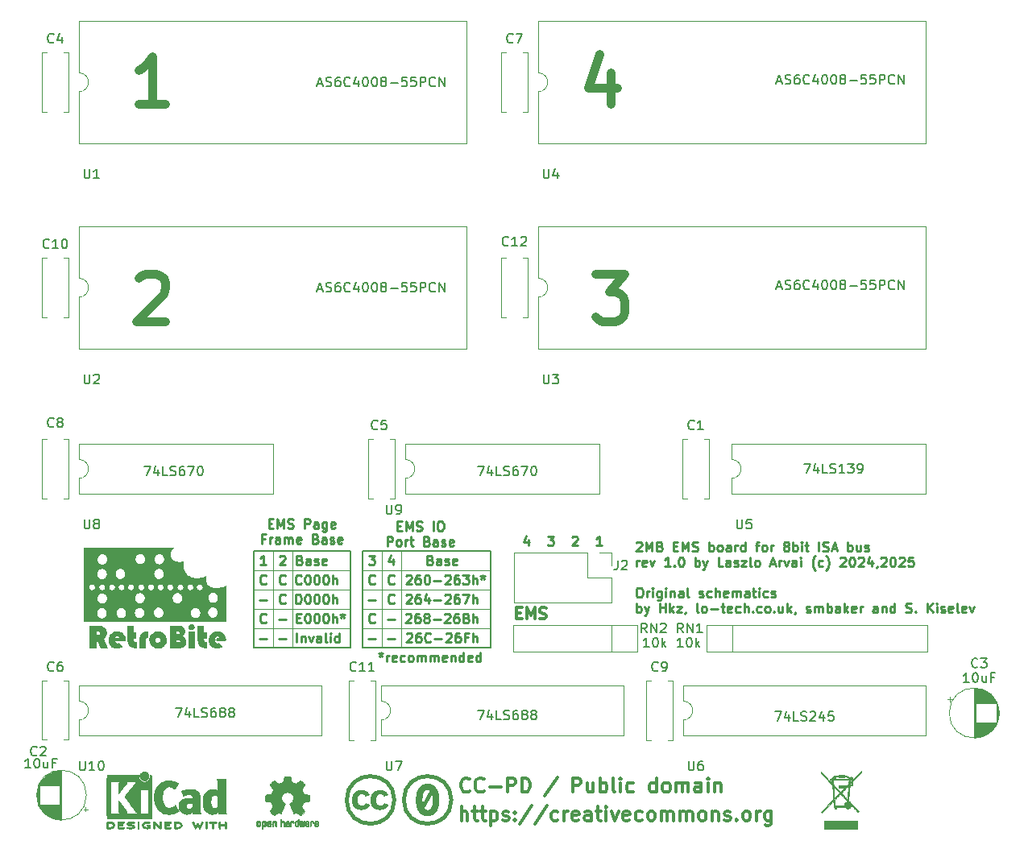
<source format=gto>
%TF.GenerationSoftware,KiCad,Pcbnew,8.0.1*%
%TF.CreationDate,2025-01-29T15:22:10+01:00*%
%TF.ProjectId,ISA_EMS,4953415f-454d-4532-9e6b-696361645f70,rev?*%
%TF.SameCoordinates,Original*%
%TF.FileFunction,Legend,Top*%
%TF.FilePolarity,Positive*%
%FSLAX46Y46*%
G04 Gerber Fmt 4.6, Leading zero omitted, Abs format (unit mm)*
G04 Created by KiCad (PCBNEW 8.0.1) date 2025-01-29 15:22:10*
%MOMM*%
%LPD*%
G01*
G04 APERTURE LIST*
%ADD10C,0.120000*%
%ADD11C,0.200000*%
%ADD12C,0.000000*%
%ADD13C,0.900000*%
%ADD14C,0.300000*%
%ADD15C,0.250000*%
%ADD16C,0.187500*%
%ADD17C,0.150000*%
%ADD18C,0.010000*%
%ADD19C,0.400000*%
G04 APERTURE END LIST*
D10*
X237490000Y-172466000D02*
X237490000Y-162369500D01*
X239522000Y-172466000D02*
X239522000Y-162369500D01*
X245618000Y-166370000D02*
X235458000Y-166370000D01*
X245618000Y-164338000D02*
X235458000Y-164338000D01*
D11*
X245618000Y-162306000D02*
X235458000Y-162306000D01*
X245618000Y-172466000D02*
X235458000Y-172466000D01*
D10*
X248920000Y-172466000D02*
X248920000Y-162369500D01*
D11*
X260350000Y-162306000D02*
X246888000Y-162306000D01*
D10*
X245618000Y-170434000D02*
X235458000Y-170434000D01*
D11*
X245618000Y-172466000D02*
X245618000Y-162306000D01*
X246888000Y-172466000D02*
X246888000Y-162306000D01*
D12*
G36*
X227143398Y-161975014D02*
G01*
X227063684Y-162037117D01*
X226993620Y-162102127D01*
X226932967Y-162169625D01*
X226881487Y-162239192D01*
X226838942Y-162310410D01*
X226805094Y-162382860D01*
X226779704Y-162456124D01*
X226762534Y-162529782D01*
X226753346Y-162603416D01*
X226751901Y-162676608D01*
X226757961Y-162748937D01*
X226771289Y-162819987D01*
X226791645Y-162889338D01*
X226818792Y-162956572D01*
X226852490Y-163021269D01*
X226892503Y-163083011D01*
X226938591Y-163141380D01*
X226990517Y-163195956D01*
X227048042Y-163246322D01*
X227110928Y-163292057D01*
X227178936Y-163332745D01*
X227251828Y-163367965D01*
X227329367Y-163397299D01*
X227411313Y-163420329D01*
X227497429Y-163436636D01*
X227587476Y-163445801D01*
X227681216Y-163447405D01*
X227778411Y-163441030D01*
X227878822Y-163426257D01*
X227982212Y-163402667D01*
X228088341Y-163369842D01*
X228196972Y-163327363D01*
X228161546Y-163416049D01*
X228133771Y-163507218D01*
X228113573Y-163600375D01*
X228100879Y-163695020D01*
X228095615Y-163790658D01*
X228097706Y-163886791D01*
X228107081Y-163982922D01*
X228123664Y-164078554D01*
X228147382Y-164173189D01*
X228178162Y-164266331D01*
X228215930Y-164357482D01*
X228260612Y-164446145D01*
X228312135Y-164531823D01*
X228370425Y-164614019D01*
X228435408Y-164692236D01*
X228507010Y-164765976D01*
X228585159Y-164834742D01*
X228669780Y-164898037D01*
X228760799Y-164955364D01*
X228858143Y-165006226D01*
X228961739Y-165050126D01*
X229071513Y-165086566D01*
X229187390Y-165115049D01*
X229309298Y-165135078D01*
X229437162Y-165146156D01*
X229570910Y-165147787D01*
X229710466Y-165139471D01*
X229855759Y-165120713D01*
X230006714Y-165091016D01*
X230163256Y-165049881D01*
X230325314Y-164996813D01*
X230492813Y-164931313D01*
X230481295Y-165101687D01*
X230484602Y-165265518D01*
X230503649Y-165421193D01*
X230519361Y-165495468D01*
X230539352Y-165567101D01*
X230563735Y-165635887D01*
X230592625Y-165701628D01*
X230626136Y-165764120D01*
X230664383Y-165823162D01*
X230707481Y-165878553D01*
X230755542Y-165930092D01*
X230808683Y-165977575D01*
X230867016Y-166020803D01*
X230930657Y-166059573D01*
X230999720Y-166093684D01*
X231074320Y-166122935D01*
X231154570Y-166147123D01*
X231240585Y-166166048D01*
X231332480Y-166179507D01*
X231430368Y-166187299D01*
X231534365Y-166189223D01*
X231644584Y-166185077D01*
X231761140Y-166174659D01*
X231884147Y-166157768D01*
X232013720Y-166134203D01*
X232149973Y-166103761D01*
X232293021Y-166066241D01*
X232442977Y-166021442D01*
X232599956Y-165969163D01*
X232599956Y-169727425D01*
X217645513Y-169727425D01*
X217645513Y-168840531D01*
X219034742Y-168840531D01*
X219035357Y-168866997D01*
X219037190Y-168893284D01*
X219040225Y-168919347D01*
X219044444Y-168945143D01*
X219049831Y-168970628D01*
X219056369Y-168995758D01*
X219064041Y-169020490D01*
X219072829Y-169044779D01*
X219082716Y-169068583D01*
X219093687Y-169091858D01*
X219105723Y-169114559D01*
X219118807Y-169136643D01*
X219132924Y-169158066D01*
X219148055Y-169178785D01*
X219164184Y-169198755D01*
X219181293Y-169217934D01*
X219199273Y-169236185D01*
X219217994Y-169253390D01*
X219237418Y-169269531D01*
X219257502Y-169284589D01*
X219278205Y-169298546D01*
X219299487Y-169311385D01*
X219321307Y-169323087D01*
X219343623Y-169333634D01*
X219366394Y-169343008D01*
X219389580Y-169351191D01*
X219413140Y-169358164D01*
X219437031Y-169363911D01*
X219461214Y-169368412D01*
X219485647Y-169371649D01*
X219510290Y-169373605D01*
X219535101Y-169374261D01*
X219559913Y-169373605D01*
X219584556Y-169371649D01*
X219608990Y-169368412D01*
X219633174Y-169363911D01*
X219657066Y-169358165D01*
X219680626Y-169351191D01*
X219703812Y-169343009D01*
X219726584Y-169333635D01*
X219748900Y-169323088D01*
X219770720Y-169311387D01*
X219792002Y-169298549D01*
X219812706Y-169284592D01*
X219832790Y-169269535D01*
X219852214Y-169253395D01*
X219870936Y-169236192D01*
X219888916Y-169217942D01*
X219906026Y-169198764D01*
X219922155Y-169178795D01*
X219937286Y-169158076D01*
X219951403Y-169136653D01*
X219964488Y-169114569D01*
X219976524Y-169091868D01*
X219987495Y-169068593D01*
X219997382Y-169044789D01*
X220006171Y-169020498D01*
X220013842Y-168995766D01*
X220020380Y-168970634D01*
X220025768Y-168945148D01*
X220029987Y-168919351D01*
X220033022Y-168893287D01*
X220034856Y-168866999D01*
X220035471Y-168840531D01*
X220034858Y-168814675D01*
X221065344Y-168814675D01*
X221065959Y-168841141D01*
X221067792Y-168867428D01*
X221070827Y-168893492D01*
X221075047Y-168919288D01*
X221080434Y-168944773D01*
X221086972Y-168969904D01*
X221094643Y-168994636D01*
X221103431Y-169018926D01*
X221113319Y-169042730D01*
X221124289Y-169066005D01*
X221136325Y-169088706D01*
X221149410Y-169110790D01*
X221163527Y-169132213D01*
X221178658Y-169152931D01*
X221194787Y-169172901D01*
X221211897Y-169192078D01*
X221229876Y-169210328D01*
X221248598Y-169227532D01*
X221268022Y-169243671D01*
X221288106Y-169258728D01*
X221308810Y-169272685D01*
X221330092Y-169285523D01*
X221351912Y-169297225D01*
X221374228Y-169307771D01*
X221396999Y-169317145D01*
X221420186Y-169325328D01*
X221443745Y-169332301D01*
X221467637Y-169338047D01*
X221491821Y-169342548D01*
X221516255Y-169345785D01*
X221540898Y-169347741D01*
X221565710Y-169348397D01*
X221591459Y-169347702D01*
X221616869Y-169345641D01*
X221641911Y-169342247D01*
X221666551Y-169337554D01*
X221690759Y-169331594D01*
X221714503Y-169324402D01*
X221737752Y-169316011D01*
X221760474Y-169306455D01*
X221782638Y-169295767D01*
X221804213Y-169283980D01*
X221825167Y-169271129D01*
X221845468Y-169257246D01*
X221865086Y-169242366D01*
X221883988Y-169226522D01*
X221902143Y-169209747D01*
X221919520Y-169192074D01*
X221936088Y-169173539D01*
X221951815Y-169154173D01*
X221966669Y-169134010D01*
X221980619Y-169113085D01*
X221993634Y-169091430D01*
X222005682Y-169069080D01*
X222016732Y-169046067D01*
X222026752Y-169022425D01*
X222035712Y-168998188D01*
X222043578Y-168973389D01*
X222050321Y-168948061D01*
X222055908Y-168922239D01*
X222060308Y-168895956D01*
X222063491Y-168869245D01*
X222065423Y-168842140D01*
X222066074Y-168814675D01*
X222066072Y-168814683D01*
X222065956Y-168809678D01*
X222997022Y-168809678D01*
X222997674Y-168837142D01*
X222999607Y-168864247D01*
X223002790Y-168890957D01*
X223007191Y-168917239D01*
X223012778Y-168943061D01*
X223019521Y-168968387D01*
X223027388Y-168993185D01*
X223036348Y-169017422D01*
X223046369Y-169041063D01*
X223057419Y-169064076D01*
X223069467Y-169086426D01*
X223082483Y-169108080D01*
X223096433Y-169129004D01*
X223111288Y-169149166D01*
X223127015Y-169168531D01*
X223143583Y-169187067D01*
X223160961Y-169204738D01*
X223179117Y-169221513D01*
X223198019Y-169237357D01*
X223217637Y-169252237D01*
X223237939Y-169266119D01*
X223258893Y-169278970D01*
X223280468Y-169290756D01*
X223302633Y-169301444D01*
X223325356Y-169311000D01*
X223348605Y-169319390D01*
X223372350Y-169326582D01*
X223396558Y-169332541D01*
X223421199Y-169337235D01*
X223446241Y-169340629D01*
X223471653Y-169342690D01*
X223497402Y-169343384D01*
X223523150Y-169342689D01*
X223548560Y-169340628D01*
X223573601Y-169337233D01*
X223598241Y-169332539D01*
X223622448Y-169326579D01*
X223646192Y-169319386D01*
X223669440Y-169310995D01*
X223692162Y-169301438D01*
X223714326Y-169290750D01*
X223735900Y-169278963D01*
X223756853Y-169266112D01*
X223777154Y-169252229D01*
X223796770Y-169237349D01*
X223815672Y-169221505D01*
X223833827Y-169204730D01*
X223851204Y-169187058D01*
X223867771Y-169168523D01*
X223883497Y-169149157D01*
X223898351Y-169128996D01*
X223912301Y-169108071D01*
X223925315Y-169086417D01*
X223937363Y-169064067D01*
X223948413Y-169041055D01*
X223958432Y-169017414D01*
X223967391Y-168993178D01*
X223975258Y-168968381D01*
X223982000Y-168943055D01*
X223987587Y-168917235D01*
X223991987Y-168890953D01*
X223995169Y-168864244D01*
X223997102Y-168837141D01*
X223997753Y-168809678D01*
X223997751Y-168809678D01*
X223997137Y-168783211D01*
X223997079Y-168782380D01*
X224996942Y-168782380D01*
X224997593Y-168809845D01*
X224999526Y-168836950D01*
X225002708Y-168863661D01*
X225007108Y-168889944D01*
X225012695Y-168915766D01*
X225019438Y-168941093D01*
X225027304Y-168965892D01*
X225036263Y-168990130D01*
X225046284Y-169013771D01*
X225057334Y-169036785D01*
X225069382Y-169059135D01*
X225082397Y-169080790D01*
X225096347Y-169101715D01*
X225111201Y-169121878D01*
X225126928Y-169141243D01*
X225143496Y-169159779D01*
X225160873Y-169177451D01*
X225179029Y-169194226D01*
X225197931Y-169210071D01*
X225217548Y-169224951D01*
X225237850Y-169238834D01*
X225258804Y-169251685D01*
X225280378Y-169263471D01*
X225302543Y-169274160D01*
X225325265Y-169283716D01*
X225348514Y-169292107D01*
X225372259Y-169299299D01*
X225396467Y-169305258D01*
X225421107Y-169309952D01*
X225446149Y-169313346D01*
X225471560Y-169315407D01*
X225497309Y-169316102D01*
X225523057Y-169315407D01*
X225548468Y-169313346D01*
X225573509Y-169309952D01*
X225598150Y-169305258D01*
X225622358Y-169299299D01*
X225646102Y-169292107D01*
X225669351Y-169283716D01*
X225692073Y-169274160D01*
X225714237Y-169263471D01*
X225735812Y-169251685D01*
X225756765Y-169238834D01*
X225777067Y-169224951D01*
X225796684Y-169210071D01*
X225815586Y-169194226D01*
X225833742Y-169177451D01*
X225851119Y-169159779D01*
X225867686Y-169141243D01*
X225883413Y-169121878D01*
X225898267Y-169101715D01*
X225912217Y-169080790D01*
X225925232Y-169059135D01*
X225937280Y-169036785D01*
X225948330Y-169013771D01*
X225958350Y-168990130D01*
X225967309Y-168965892D01*
X225975176Y-168941093D01*
X225981918Y-168915766D01*
X225987505Y-168889944D01*
X225991906Y-168863661D01*
X225995088Y-168836950D01*
X225996069Y-168823182D01*
X228869205Y-168823182D01*
X228869820Y-168849648D01*
X228871654Y-168875935D01*
X228874689Y-168901998D01*
X228878908Y-168927795D01*
X228884295Y-168953280D01*
X228890833Y-168978411D01*
X228898505Y-169003143D01*
X228907293Y-169027433D01*
X228917180Y-169051237D01*
X228928151Y-169074512D01*
X228940187Y-169097213D01*
X228953272Y-169119297D01*
X228967388Y-169140719D01*
X228982519Y-169161438D01*
X228998648Y-169181407D01*
X229015758Y-169200585D01*
X229033738Y-169218835D01*
X229052460Y-169236039D01*
X229071883Y-169252179D01*
X229091967Y-169267236D01*
X229112670Y-169281194D01*
X229133952Y-169294032D01*
X229155771Y-169305735D01*
X229178087Y-169316282D01*
X229200857Y-169325656D01*
X229224043Y-169333840D01*
X229247601Y-169340814D01*
X229271492Y-169346560D01*
X229295675Y-169351062D01*
X229320108Y-169354299D01*
X229344750Y-169356255D01*
X229369560Y-169356911D01*
X229394372Y-169356255D01*
X229419015Y-169354300D01*
X229443449Y-169351062D01*
X229467633Y-169346562D01*
X229491526Y-169340815D01*
X229515086Y-169333842D01*
X229538272Y-169325659D01*
X229561044Y-169316286D01*
X229583361Y-169305739D01*
X229605181Y-169294038D01*
X229626463Y-169281200D01*
X229647167Y-169267243D01*
X229667251Y-169252186D01*
X229686675Y-169236046D01*
X229705397Y-169218842D01*
X229723377Y-169200593D01*
X229740487Y-169181415D01*
X229756616Y-169161445D01*
X229771748Y-169140727D01*
X229785864Y-169119304D01*
X229798949Y-169097220D01*
X229810986Y-169074519D01*
X229821957Y-169051245D01*
X229831845Y-169027441D01*
X229840633Y-169003151D01*
X229848305Y-168978418D01*
X229854843Y-168953288D01*
X229860230Y-168927802D01*
X229864450Y-168902006D01*
X229867485Y-168875943D01*
X229869319Y-168849656D01*
X229869934Y-168823193D01*
X229869319Y-168796731D01*
X229867486Y-168770444D01*
X229867280Y-168768677D01*
X230689289Y-168768677D01*
X230689941Y-168796142D01*
X230691874Y-168823246D01*
X230695056Y-168849956D01*
X230699457Y-168876239D01*
X230705045Y-168902060D01*
X230711788Y-168927387D01*
X230719655Y-168952185D01*
X230728615Y-168976422D01*
X230738636Y-169000063D01*
X230749686Y-169023075D01*
X230761735Y-169045425D01*
X230774750Y-169067079D01*
X230788701Y-169088004D01*
X230803556Y-169108166D01*
X230819283Y-169127531D01*
X230835851Y-169146066D01*
X230853229Y-169163738D01*
X230871385Y-169180512D01*
X230890288Y-169196356D01*
X230909906Y-169211236D01*
X230930208Y-169225118D01*
X230951162Y-169237969D01*
X230972738Y-169249755D01*
X230994902Y-169260443D01*
X231017626Y-169269999D01*
X231040875Y-169278390D01*
X231064620Y-169285582D01*
X231088829Y-169291541D01*
X231113470Y-169296235D01*
X231138513Y-169299629D01*
X231163924Y-169301690D01*
X231189674Y-169302384D01*
X231215422Y-169301689D01*
X231240832Y-169299627D01*
X231265873Y-169296232D01*
X231290512Y-169291538D01*
X231314720Y-169285578D01*
X231338463Y-169278386D01*
X231361711Y-169269994D01*
X231384433Y-169260438D01*
X231406596Y-169249749D01*
X231428170Y-169237963D01*
X231449123Y-169225111D01*
X231469424Y-169211229D01*
X231489041Y-169196349D01*
X231507942Y-169180504D01*
X231526097Y-169163730D01*
X231543474Y-169146058D01*
X231560041Y-169127522D01*
X231575767Y-169108157D01*
X231590620Y-169087995D01*
X231604570Y-169067071D01*
X231617584Y-169045417D01*
X231629631Y-169023067D01*
X231640681Y-169000055D01*
X231650700Y-168976414D01*
X231659659Y-168952178D01*
X231667525Y-168927380D01*
X231674267Y-168902055D01*
X231679854Y-168876234D01*
X231684253Y-168849953D01*
X231687435Y-168823244D01*
X231689367Y-168796141D01*
X231690018Y-168768677D01*
X231690021Y-168768677D01*
X231689406Y-168742211D01*
X231687573Y-168715924D01*
X231684538Y-168689861D01*
X231680318Y-168664064D01*
X231674931Y-168638579D01*
X231668393Y-168613448D01*
X231660722Y-168588716D01*
X231651934Y-168564426D01*
X231642046Y-168540622D01*
X231631076Y-168517347D01*
X231619040Y-168494646D01*
X231605955Y-168472563D01*
X231591838Y-168451140D01*
X231576707Y-168430421D01*
X231560578Y-168410452D01*
X231543468Y-168391274D01*
X231525489Y-168373024D01*
X231506767Y-168355820D01*
X231487343Y-168339680D01*
X231467260Y-168324623D01*
X231446556Y-168310665D01*
X231425274Y-168297827D01*
X231403455Y-168286124D01*
X231381140Y-168275577D01*
X231358368Y-168266203D01*
X231335183Y-168258019D01*
X231311624Y-168251045D01*
X231287733Y-168245299D01*
X231263550Y-168240797D01*
X231239116Y-168237560D01*
X231214474Y-168235604D01*
X231189663Y-168234948D01*
X231164851Y-168235604D01*
X231140207Y-168237559D01*
X231115773Y-168240797D01*
X231091590Y-168245297D01*
X231067697Y-168251044D01*
X231044137Y-168258017D01*
X231020951Y-168266200D01*
X230998179Y-168275573D01*
X230975862Y-168286120D01*
X230954042Y-168297821D01*
X230932760Y-168310659D01*
X230912056Y-168324616D01*
X230891971Y-168339673D01*
X230872548Y-168355813D01*
X230853825Y-168373017D01*
X230835846Y-168391266D01*
X230818736Y-168410444D01*
X230802607Y-168430414D01*
X230787475Y-168451132D01*
X230773358Y-168472555D01*
X230760273Y-168494639D01*
X230748237Y-168517340D01*
X230737266Y-168540615D01*
X230727378Y-168564419D01*
X230718590Y-168588710D01*
X230710918Y-168613443D01*
X230704380Y-168638574D01*
X230698992Y-168664060D01*
X230694773Y-168689857D01*
X230691737Y-168715922D01*
X230689904Y-168742210D01*
X230689289Y-168768677D01*
X229867280Y-168768677D01*
X229864451Y-168744381D01*
X229860231Y-168718585D01*
X229854844Y-168693100D01*
X229848306Y-168667970D01*
X229840635Y-168643238D01*
X229831847Y-168618949D01*
X229821959Y-168595145D01*
X229810988Y-168571870D01*
X229798952Y-168549169D01*
X229785868Y-168527085D01*
X229771751Y-168505662D01*
X229756620Y-168484943D01*
X229740491Y-168464973D01*
X229723381Y-168445794D01*
X229705401Y-168427543D01*
X229686679Y-168410338D01*
X229667256Y-168394197D01*
X229647172Y-168379139D01*
X229626468Y-168365182D01*
X229605186Y-168352343D01*
X229583367Y-168340641D01*
X229561051Y-168330094D01*
X229538279Y-168320720D01*
X229515094Y-168312537D01*
X229491535Y-168305563D01*
X229467643Y-168299817D01*
X229443461Y-168295316D01*
X229419028Y-168292079D01*
X229394386Y-168290123D01*
X229369575Y-168289467D01*
X229344764Y-168290123D01*
X229320120Y-168292079D01*
X229295686Y-168295316D01*
X229271503Y-168299817D01*
X229247611Y-168305563D01*
X229224051Y-168312537D01*
X229200865Y-168320719D01*
X229178093Y-168330093D01*
X229155777Y-168340640D01*
X229133957Y-168352341D01*
X229112675Y-168365179D01*
X229091972Y-168379136D01*
X229071887Y-168394193D01*
X229052464Y-168410332D01*
X229033742Y-168427536D01*
X229015762Y-168445786D01*
X228998652Y-168464964D01*
X228982523Y-168484933D01*
X228967392Y-168505652D01*
X228953275Y-168527074D01*
X228940190Y-168549158D01*
X228928153Y-168571859D01*
X228917183Y-168595133D01*
X228907295Y-168618937D01*
X228898506Y-168643227D01*
X228890834Y-168667959D01*
X228884296Y-168693089D01*
X228878909Y-168718573D01*
X228874689Y-168744369D01*
X228871654Y-168770431D01*
X228869820Y-168796717D01*
X228869205Y-168823182D01*
X225996069Y-168823182D01*
X225997020Y-168809845D01*
X225997671Y-168782380D01*
X225997020Y-168754914D01*
X225995088Y-168727809D01*
X225991906Y-168701098D01*
X225987505Y-168674815D01*
X225981918Y-168648993D01*
X225975176Y-168623666D01*
X225967309Y-168598867D01*
X225958350Y-168574630D01*
X225948330Y-168550988D01*
X225937280Y-168527975D01*
X225925232Y-168505624D01*
X225912217Y-168483969D01*
X225898266Y-168463044D01*
X225883412Y-168442882D01*
X225867685Y-168423516D01*
X225851118Y-168404980D01*
X225833740Y-168387308D01*
X225815585Y-168370533D01*
X225796682Y-168354689D01*
X225777065Y-168339808D01*
X225756764Y-168325926D01*
X225735810Y-168313075D01*
X225714235Y-168301288D01*
X225692071Y-168290600D01*
X225669348Y-168281044D01*
X225646099Y-168272653D01*
X225622355Y-168265461D01*
X225598146Y-168259501D01*
X225573506Y-168254807D01*
X225548465Y-168251413D01*
X225523054Y-168249352D01*
X225497305Y-168248658D01*
X225471556Y-168249352D01*
X225446145Y-168251413D01*
X225421104Y-168254807D01*
X225396464Y-168259501D01*
X225372256Y-168265461D01*
X225348512Y-168272653D01*
X225325263Y-168281044D01*
X225302540Y-168290600D01*
X225280376Y-168301288D01*
X225258802Y-168313075D01*
X225237848Y-168325926D01*
X225217547Y-168339808D01*
X225197929Y-168354689D01*
X225179027Y-168370533D01*
X225160872Y-168387308D01*
X225143494Y-168404980D01*
X225126927Y-168423516D01*
X225111200Y-168442882D01*
X225096346Y-168463044D01*
X225082396Y-168483969D01*
X225069381Y-168505624D01*
X225057333Y-168527975D01*
X225046283Y-168550988D01*
X225036263Y-168574630D01*
X225027304Y-168598867D01*
X225019437Y-168623666D01*
X225012695Y-168648993D01*
X225007108Y-168674815D01*
X225002708Y-168701098D01*
X224999526Y-168727809D01*
X224997593Y-168754914D01*
X224996942Y-168782380D01*
X223997079Y-168782380D01*
X223995304Y-168756924D01*
X223992270Y-168730861D01*
X223988051Y-168705065D01*
X223982664Y-168679579D01*
X223976127Y-168654448D01*
X223968456Y-168629716D01*
X223959668Y-168605425D01*
X223949781Y-168581621D01*
X223938811Y-168558346D01*
X223926775Y-168535644D01*
X223913690Y-168513560D01*
X223899574Y-168492136D01*
X223884443Y-168471417D01*
X223868314Y-168451446D01*
X223851204Y-168432267D01*
X223833224Y-168414016D01*
X223814502Y-168396811D01*
X223795078Y-168380670D01*
X223774994Y-168365612D01*
X223754291Y-168351655D01*
X223733009Y-168338816D01*
X223711189Y-168327114D01*
X223688873Y-168316567D01*
X223666102Y-168307193D01*
X223642917Y-168299010D01*
X223619358Y-168292037D01*
X223595467Y-168286290D01*
X223571285Y-168281789D01*
X223546853Y-168278552D01*
X223522211Y-168276596D01*
X223497402Y-168275941D01*
X223472590Y-168276595D01*
X223447946Y-168278550D01*
X223423512Y-168281787D01*
X223399328Y-168286287D01*
X223375435Y-168292033D01*
X223351875Y-168299006D01*
X223328688Y-168307189D01*
X223305916Y-168316563D01*
X223283599Y-168327110D01*
X223261779Y-168338812D01*
X223240496Y-168351651D01*
X223219792Y-168365608D01*
X223199708Y-168380665D01*
X223180284Y-168396805D01*
X223161561Y-168414009D01*
X223143581Y-168432259D01*
X223126471Y-168451437D01*
X223110342Y-168471407D01*
X223095210Y-168492125D01*
X223081093Y-168513548D01*
X223068008Y-168535632D01*
X223055971Y-168558333D01*
X223045000Y-168581608D01*
X223035112Y-168605413D01*
X223026323Y-168629704D01*
X223018652Y-168654437D01*
X223012114Y-168679569D01*
X223006726Y-168705056D01*
X223002506Y-168730854D01*
X222999471Y-168756919D01*
X222997637Y-168783209D01*
X222997022Y-168809678D01*
X222065956Y-168809678D01*
X222065458Y-168788216D01*
X222063624Y-168761930D01*
X222060590Y-168735867D01*
X222056370Y-168710071D01*
X222050983Y-168684586D01*
X222044445Y-168659456D01*
X222036774Y-168634724D01*
X222027986Y-168610434D01*
X222018098Y-168586630D01*
X222007128Y-168563356D01*
X221995092Y-168540655D01*
X221982007Y-168518571D01*
X221967891Y-168497148D01*
X221952759Y-168476429D01*
X221936631Y-168456458D01*
X221919521Y-168437279D01*
X221901542Y-168419028D01*
X221882820Y-168401823D01*
X221863397Y-168385683D01*
X221843313Y-168370625D01*
X221822609Y-168356667D01*
X221801327Y-168343828D01*
X221779508Y-168332127D01*
X221757192Y-168321580D01*
X221734420Y-168312206D01*
X221711235Y-168304023D01*
X221687675Y-168297049D01*
X221663784Y-168291303D01*
X221639601Y-168286802D01*
X221615168Y-168283565D01*
X221590526Y-168281609D01*
X221565716Y-168280953D01*
X221540904Y-168281609D01*
X221516260Y-168283565D01*
X221491826Y-168286802D01*
X221467642Y-168291303D01*
X221443750Y-168297049D01*
X221420190Y-168304022D01*
X221397004Y-168312205D01*
X221374232Y-168321579D01*
X221351915Y-168332125D01*
X221330095Y-168343827D01*
X221308813Y-168356665D01*
X221288109Y-168370621D01*
X221268024Y-168385679D01*
X221248600Y-168401818D01*
X221229878Y-168419022D01*
X221211899Y-168437272D01*
X221194789Y-168456449D01*
X221178660Y-168476419D01*
X221163528Y-168497137D01*
X221149412Y-168518560D01*
X221136327Y-168540644D01*
X221124290Y-168563345D01*
X221113320Y-168586620D01*
X221103432Y-168610424D01*
X221094644Y-168634714D01*
X221086972Y-168659446D01*
X221080434Y-168684577D01*
X221075047Y-168710062D01*
X221070827Y-168735858D01*
X221067792Y-168761922D01*
X221065959Y-168788208D01*
X221065344Y-168814675D01*
X220034858Y-168814675D01*
X220034820Y-168813065D01*
X220032887Y-168785961D01*
X220029705Y-168759250D01*
X220025305Y-168732967D01*
X220019718Y-168707145D01*
X220012975Y-168681817D01*
X220005109Y-168657018D01*
X219996150Y-168632781D01*
X219986130Y-168609139D01*
X219975080Y-168586126D01*
X219963031Y-168563775D01*
X219950017Y-168542121D01*
X219936066Y-168521195D01*
X219921212Y-168501033D01*
X219905485Y-168481667D01*
X219888918Y-168463132D01*
X219871540Y-168445459D01*
X219853385Y-168428684D01*
X219834482Y-168412840D01*
X219814865Y-168397960D01*
X219794563Y-168384077D01*
X219773610Y-168371226D01*
X219752035Y-168359439D01*
X219729870Y-168348751D01*
X219707148Y-168339195D01*
X219683899Y-168330804D01*
X219660154Y-168323612D01*
X219635946Y-168317652D01*
X219611306Y-168312959D01*
X219586264Y-168309565D01*
X219560853Y-168307504D01*
X219535105Y-168306809D01*
X219509356Y-168307504D01*
X219483945Y-168309565D01*
X219458904Y-168312959D01*
X219434264Y-168317652D01*
X219410056Y-168323612D01*
X219386311Y-168330804D01*
X219363062Y-168339195D01*
X219340340Y-168348751D01*
X219318176Y-168359439D01*
X219296601Y-168371226D01*
X219275648Y-168384077D01*
X219255346Y-168397960D01*
X219235729Y-168412840D01*
X219216827Y-168428684D01*
X219198671Y-168445459D01*
X219181294Y-168463132D01*
X219164727Y-168481667D01*
X219149000Y-168501033D01*
X219134146Y-168521195D01*
X219120196Y-168542121D01*
X219107181Y-168563775D01*
X219095133Y-168586126D01*
X219084083Y-168609139D01*
X219074063Y-168632781D01*
X219065104Y-168657018D01*
X219057237Y-168681817D01*
X219050495Y-168707145D01*
X219044908Y-168732967D01*
X219040507Y-168759250D01*
X219037325Y-168785961D01*
X219035393Y-168813065D01*
X219034742Y-168840531D01*
X217645513Y-168840531D01*
X217645513Y-167297745D01*
X219071470Y-167297745D01*
X219072085Y-167324212D01*
X219073918Y-167350498D01*
X219076953Y-167376561D01*
X219081172Y-167402357D01*
X219086559Y-167427842D01*
X219093097Y-167452972D01*
X219100768Y-167477704D01*
X219109556Y-167501994D01*
X219119443Y-167525798D01*
X219130414Y-167549072D01*
X219142450Y-167571773D01*
X219155535Y-167593857D01*
X219169651Y-167615280D01*
X219184782Y-167635999D01*
X219200911Y-167655970D01*
X219218021Y-167675149D01*
X219236001Y-167693400D01*
X219254723Y-167710605D01*
X219274147Y-167726745D01*
X219294231Y-167741803D01*
X219314934Y-167755761D01*
X219336217Y-167768599D01*
X219358036Y-167780301D01*
X219380352Y-167790848D01*
X219403124Y-167800222D01*
X219426310Y-167808405D01*
X219449869Y-167815379D01*
X219473760Y-167821125D01*
X219497943Y-167825626D01*
X219522376Y-167828863D01*
X219547018Y-167830819D01*
X219571829Y-167831475D01*
X219596640Y-167830819D01*
X219621284Y-167828863D01*
X219645718Y-167825626D01*
X219669902Y-167821125D01*
X219693794Y-167815379D01*
X219717354Y-167808406D01*
X219740540Y-167800223D01*
X219763312Y-167790849D01*
X219785628Y-167780303D01*
X219807448Y-167768601D01*
X219828730Y-167755763D01*
X219849434Y-167741806D01*
X219869518Y-167726749D01*
X219888942Y-167710610D01*
X219907664Y-167693406D01*
X219925644Y-167675156D01*
X219942754Y-167655979D01*
X219958883Y-167636009D01*
X219974014Y-167615291D01*
X219988131Y-167593868D01*
X220001216Y-167571784D01*
X220013252Y-167549083D01*
X220024223Y-167525808D01*
X220034111Y-167502004D01*
X220042899Y-167477714D01*
X220050571Y-167452982D01*
X220057109Y-167427851D01*
X220062496Y-167402366D01*
X220066716Y-167376570D01*
X220069752Y-167350506D01*
X220071585Y-167324219D01*
X220072201Y-167297753D01*
X220072199Y-167297753D01*
X220071548Y-167270287D01*
X220071307Y-167266907D01*
X223033754Y-167266907D01*
X223034406Y-167294372D01*
X223036339Y-167321476D01*
X223039522Y-167348186D01*
X223043923Y-167374469D01*
X223049511Y-167400290D01*
X223056255Y-167425616D01*
X223064122Y-167450414D01*
X223073082Y-167474650D01*
X223083103Y-167498291D01*
X223094153Y-167521303D01*
X223106202Y-167543653D01*
X223119217Y-167565307D01*
X223133168Y-167586231D01*
X223148023Y-167606393D01*
X223163750Y-167625758D01*
X223180318Y-167644292D01*
X223197696Y-167661964D01*
X223215852Y-167678738D01*
X223234755Y-167694582D01*
X223254373Y-167709461D01*
X223274675Y-167723343D01*
X223295629Y-167736193D01*
X223317205Y-167747979D01*
X223339370Y-167758667D01*
X223362093Y-167768223D01*
X223385343Y-167776613D01*
X223409088Y-167783805D01*
X223433297Y-167789764D01*
X223457939Y-167794457D01*
X223482981Y-167797851D01*
X223508393Y-167799912D01*
X223534143Y-167800606D01*
X223559891Y-167799910D01*
X223585301Y-167797848D01*
X223610341Y-167794453D01*
X223634981Y-167789758D01*
X223659188Y-167783798D01*
X223682931Y-167776605D01*
X223706179Y-167768213D01*
X223728900Y-167758656D01*
X223751063Y-167747967D01*
X223772637Y-167736180D01*
X223793590Y-167723329D01*
X223813890Y-167709446D01*
X223833506Y-167694566D01*
X223852408Y-167678722D01*
X223870562Y-167661947D01*
X223887939Y-167644275D01*
X223904505Y-167625740D01*
X223920231Y-167606375D01*
X223935084Y-167586214D01*
X223949034Y-167565290D01*
X223962048Y-167543636D01*
X223974095Y-167521287D01*
X223985145Y-167498275D01*
X223995164Y-167474635D01*
X224004123Y-167450400D01*
X224011989Y-167425603D01*
X224018731Y-167400278D01*
X224024318Y-167374459D01*
X224028718Y-167348179D01*
X224031900Y-167321471D01*
X224033832Y-167294369D01*
X224034483Y-167266907D01*
X224034280Y-167258179D01*
X226969265Y-167258179D01*
X226969917Y-167285644D01*
X226971850Y-167312748D01*
X226975033Y-167339458D01*
X226979434Y-167365740D01*
X226985022Y-167391562D01*
X226991765Y-167416888D01*
X226999633Y-167441686D01*
X227008592Y-167465922D01*
X227018613Y-167489563D01*
X227029664Y-167512575D01*
X227041712Y-167534925D01*
X227054728Y-167556579D01*
X227068679Y-167577503D01*
X227083533Y-167597665D01*
X227099261Y-167617030D01*
X227115829Y-167635564D01*
X227133207Y-167653236D01*
X227151363Y-167670010D01*
X227170266Y-167685854D01*
X227189884Y-167700733D01*
X227210186Y-167714615D01*
X227231140Y-167727465D01*
X227252715Y-167739251D01*
X227274881Y-167749939D01*
X227297604Y-167759494D01*
X227320854Y-167767885D01*
X227344599Y-167775077D01*
X227368808Y-167781036D01*
X227393449Y-167785729D01*
X227418492Y-167789123D01*
X227443904Y-167791184D01*
X227469654Y-167791878D01*
X227495402Y-167791182D01*
X227520812Y-167789120D01*
X227545852Y-167785725D01*
X227570492Y-167781030D01*
X227594699Y-167775070D01*
X227618442Y-167767877D01*
X227641691Y-167759486D01*
X227664412Y-167749929D01*
X227686575Y-167739241D01*
X227708149Y-167727454D01*
X227729102Y-167714603D01*
X227749403Y-167700721D01*
X227769019Y-167685841D01*
X227787921Y-167669997D01*
X227806075Y-167653222D01*
X227823452Y-167635551D01*
X227840019Y-167617016D01*
X227855745Y-167597652D01*
X227870598Y-167577491D01*
X227884548Y-167556567D01*
X227897562Y-167534914D01*
X227909609Y-167512565D01*
X227920659Y-167489554D01*
X227930678Y-167465914D01*
X227939637Y-167441679D01*
X227947503Y-167416882D01*
X227954245Y-167391558D01*
X227959832Y-167365738D01*
X227964232Y-167339458D01*
X227967414Y-167312751D01*
X227969346Y-167285649D01*
X227969997Y-167258187D01*
X227969383Y-167231720D01*
X227968978Y-167225907D01*
X230726021Y-167225907D01*
X230726672Y-167253372D01*
X230728605Y-167280476D01*
X230731788Y-167307186D01*
X230736189Y-167333468D01*
X230741776Y-167359290D01*
X230748519Y-167384616D01*
X230756386Y-167409415D01*
X230765346Y-167433651D01*
X230775367Y-167457292D01*
X230786417Y-167480305D01*
X230798465Y-167502655D01*
X230811481Y-167524309D01*
X230825431Y-167545234D01*
X230840286Y-167565395D01*
X230856013Y-167584761D01*
X230872581Y-167603296D01*
X230889959Y-167620968D01*
X230908114Y-167637742D01*
X230927017Y-167653586D01*
X230946635Y-167668466D01*
X230966937Y-167682348D01*
X230987891Y-167695199D01*
X231009466Y-167706985D01*
X231031631Y-167717673D01*
X231054354Y-167727229D01*
X231077604Y-167735620D01*
X231101349Y-167742811D01*
X231125557Y-167748771D01*
X231150199Y-167753464D01*
X231175241Y-167756858D01*
X231200652Y-167758919D01*
X231226402Y-167759614D01*
X231252150Y-167758918D01*
X231277560Y-167756857D01*
X231302601Y-167753462D01*
X231327240Y-167748768D01*
X231351448Y-167742808D01*
X231375191Y-167735615D01*
X231398439Y-167727224D01*
X231421161Y-167717667D01*
X231443324Y-167706979D01*
X231464898Y-167695192D01*
X231485851Y-167682341D01*
X231506152Y-167668458D01*
X231525769Y-167653578D01*
X231544670Y-167637734D01*
X231562825Y-167620959D01*
X231580202Y-167603287D01*
X231596769Y-167584752D01*
X231612495Y-167565387D01*
X231627349Y-167545225D01*
X231641298Y-167524300D01*
X231654313Y-167502646D01*
X231666361Y-167480297D01*
X231677410Y-167457284D01*
X231687430Y-167433644D01*
X231696389Y-167409408D01*
X231704255Y-167384610D01*
X231710997Y-167359284D01*
X231716584Y-167333464D01*
X231720984Y-167307182D01*
X231724166Y-167280473D01*
X231726098Y-167253370D01*
X231726749Y-167225907D01*
X231726135Y-167199440D01*
X231724302Y-167173154D01*
X231721268Y-167147090D01*
X231717048Y-167121294D01*
X231711662Y-167095808D01*
X231705124Y-167070678D01*
X231697453Y-167045945D01*
X231688665Y-167021655D01*
X231678778Y-166997850D01*
X231667807Y-166974575D01*
X231655771Y-166951874D01*
X231642687Y-166929789D01*
X231628570Y-166908365D01*
X231613439Y-166887646D01*
X231597310Y-166867675D01*
X231580200Y-166848496D01*
X231562221Y-166830245D01*
X231543498Y-166813040D01*
X231524075Y-166796899D01*
X231503991Y-166781841D01*
X231483287Y-166767884D01*
X231462006Y-166755045D01*
X231440186Y-166743343D01*
X231417871Y-166732796D01*
X231395100Y-166723422D01*
X231371915Y-166715239D01*
X231348356Y-166708266D01*
X231324466Y-166702520D01*
X231300284Y-166698019D01*
X231275852Y-166694781D01*
X231251211Y-166692826D01*
X231226402Y-166692170D01*
X231201590Y-166692824D01*
X231176946Y-166694779D01*
X231152511Y-166698016D01*
X231128327Y-166702516D01*
X231104435Y-166708262D01*
X231080875Y-166715236D01*
X231057688Y-166723418D01*
X231034916Y-166732792D01*
X231012600Y-166743339D01*
X230990780Y-166755041D01*
X230969497Y-166767880D01*
X230948793Y-166781837D01*
X230928708Y-166796895D01*
X230909284Y-166813035D01*
X230890561Y-166830238D01*
X230872581Y-166848488D01*
X230855471Y-166867666D01*
X230839341Y-166887636D01*
X230824209Y-166908354D01*
X230810092Y-166929777D01*
X230797006Y-166951861D01*
X230784970Y-166974563D01*
X230773999Y-166997838D01*
X230764110Y-167021642D01*
X230755322Y-167045933D01*
X230747650Y-167070666D01*
X230741112Y-167095798D01*
X230735724Y-167121285D01*
X230731504Y-167147083D01*
X230728469Y-167173149D01*
X230726636Y-167199438D01*
X230726021Y-167225907D01*
X227968978Y-167225907D01*
X227967550Y-167205434D01*
X227964516Y-167179370D01*
X227960296Y-167153574D01*
X227954910Y-167128088D01*
X227948372Y-167102958D01*
X227940701Y-167078225D01*
X227931913Y-167053935D01*
X227922026Y-167030130D01*
X227911055Y-167006855D01*
X227899019Y-166984153D01*
X227885935Y-166962069D01*
X227871818Y-166940645D01*
X227856687Y-166919926D01*
X227840558Y-166899955D01*
X227823448Y-166880776D01*
X227805468Y-166862525D01*
X227786746Y-166845320D01*
X227767323Y-166829179D01*
X227747239Y-166814121D01*
X227726535Y-166800164D01*
X227705253Y-166787325D01*
X227683433Y-166775623D01*
X227661117Y-166765076D01*
X227638346Y-166755702D01*
X227615161Y-166747519D01*
X227591602Y-166740546D01*
X227567711Y-166734799D01*
X227543528Y-166730299D01*
X227519096Y-166727061D01*
X227494454Y-166725106D01*
X227469644Y-166724450D01*
X227444832Y-166725104D01*
X227420188Y-166727059D01*
X227395754Y-166730296D01*
X227371570Y-166734796D01*
X227347677Y-166740542D01*
X227324117Y-166747516D01*
X227300931Y-166755698D01*
X227278158Y-166765072D01*
X227255842Y-166775619D01*
X227234022Y-166787321D01*
X227212739Y-166800160D01*
X227192035Y-166814117D01*
X227171950Y-166829175D01*
X227152526Y-166845314D01*
X227133803Y-166862518D01*
X227115824Y-166880768D01*
X227098713Y-166899946D01*
X227082584Y-166919916D01*
X227067452Y-166940634D01*
X227053335Y-166962057D01*
X227040250Y-166984141D01*
X227028213Y-167006842D01*
X227017242Y-167030117D01*
X227007354Y-167053921D01*
X226998566Y-167078212D01*
X226990894Y-167102945D01*
X226984356Y-167128076D01*
X226978968Y-167153562D01*
X226974749Y-167179359D01*
X226971713Y-167205423D01*
X226969880Y-167231711D01*
X226969265Y-167258179D01*
X224034280Y-167258179D01*
X224033869Y-167240441D01*
X224032036Y-167214154D01*
X224029001Y-167188091D01*
X224024782Y-167162294D01*
X224019395Y-167136809D01*
X224012858Y-167111678D01*
X224005187Y-167086945D01*
X223996399Y-167062655D01*
X223986512Y-167038851D01*
X223975541Y-167015576D01*
X223963506Y-166992874D01*
X223950421Y-166970789D01*
X223936305Y-166949366D01*
X223921174Y-166928646D01*
X223905045Y-166908675D01*
X223887935Y-166889496D01*
X223869956Y-166871245D01*
X223851234Y-166854040D01*
X223831811Y-166837900D01*
X223811727Y-166822842D01*
X223791024Y-166808884D01*
X223769742Y-166796046D01*
X223747922Y-166784344D01*
X223725606Y-166773797D01*
X223702835Y-166764423D01*
X223679650Y-166756240D01*
X223656091Y-166749266D01*
X223632200Y-166743520D01*
X223608018Y-166739019D01*
X223583585Y-166735782D01*
X223558944Y-166733826D01*
X223534134Y-166733170D01*
X223509322Y-166733825D01*
X223484678Y-166735779D01*
X223460243Y-166739016D01*
X223436059Y-166743517D01*
X223412167Y-166749263D01*
X223388607Y-166756236D01*
X223365420Y-166764419D01*
X223342648Y-166773793D01*
X223320331Y-166784340D01*
X223298511Y-166796042D01*
X223277228Y-166808880D01*
X223256524Y-166822837D01*
X223236439Y-166837895D01*
X223217015Y-166854035D01*
X223198293Y-166871239D01*
X223180313Y-166889489D01*
X223163203Y-166908666D01*
X223147073Y-166928636D01*
X223131942Y-166949354D01*
X223117825Y-166970777D01*
X223104739Y-166992862D01*
X223092703Y-167015563D01*
X223081732Y-167038838D01*
X223071844Y-167062643D01*
X223063055Y-167086934D01*
X223055383Y-167111667D01*
X223048845Y-167136799D01*
X223043458Y-167162286D01*
X223039238Y-167188084D01*
X223036203Y-167214149D01*
X223034369Y-167240438D01*
X223033754Y-167266907D01*
X220071307Y-167266907D01*
X220069615Y-167243183D01*
X220066433Y-167216472D01*
X220062033Y-167190189D01*
X220056446Y-167164367D01*
X220049703Y-167139039D01*
X220041837Y-167114240D01*
X220032878Y-167090003D01*
X220022857Y-167066361D01*
X220011808Y-167043348D01*
X219999759Y-167020997D01*
X219986745Y-166999343D01*
X219972794Y-166978417D01*
X219957940Y-166958255D01*
X219942213Y-166938889D01*
X219925646Y-166920353D01*
X219908268Y-166902681D01*
X219890113Y-166885906D01*
X219871211Y-166870062D01*
X219851593Y-166855182D01*
X219831292Y-166841299D01*
X219810338Y-166828448D01*
X219788763Y-166816661D01*
X219766599Y-166805973D01*
X219743877Y-166796417D01*
X219720628Y-166788026D01*
X219696883Y-166780834D01*
X219672675Y-166774874D01*
X219648035Y-166770181D01*
X219622994Y-166766787D01*
X219597583Y-166764725D01*
X219571834Y-166764031D01*
X219547023Y-166764687D01*
X219522379Y-166766643D01*
X219497945Y-166769881D01*
X219473762Y-166774382D01*
X219449870Y-166780129D01*
X219426310Y-166787103D01*
X219403124Y-166795286D01*
X219380353Y-166804660D01*
X219358036Y-166815208D01*
X219336217Y-166826910D01*
X219314935Y-166839749D01*
X219294231Y-166853706D01*
X219274147Y-166868764D01*
X219254724Y-166884903D01*
X219236002Y-166902107D01*
X219218023Y-166920357D01*
X219200914Y-166939535D01*
X219184785Y-166959504D01*
X219169654Y-166980222D01*
X219155537Y-167001644D01*
X219142452Y-167023728D01*
X219130416Y-167046428D01*
X219119446Y-167069701D01*
X219109558Y-167093505D01*
X219100770Y-167117793D01*
X219093099Y-167142525D01*
X219086561Y-167167654D01*
X219081173Y-167193138D01*
X219076954Y-167218933D01*
X219073919Y-167244995D01*
X219072085Y-167271280D01*
X219071470Y-167297745D01*
X217645513Y-167297745D01*
X217645513Y-166118752D01*
X218197895Y-166118752D01*
X218198286Y-166134201D01*
X218199445Y-166149447D01*
X218201355Y-166164471D01*
X218203995Y-166179255D01*
X218207347Y-166193780D01*
X218211393Y-166208026D01*
X218216113Y-166221975D01*
X218221488Y-166235609D01*
X218227501Y-166248907D01*
X218234131Y-166261852D01*
X218241360Y-166274424D01*
X218249169Y-166286605D01*
X218257539Y-166298375D01*
X218266451Y-166309716D01*
X218275887Y-166320610D01*
X218285828Y-166331036D01*
X218296254Y-166340977D01*
X218307148Y-166350413D01*
X218318489Y-166359325D01*
X218330260Y-166367696D01*
X218342440Y-166375505D01*
X218355013Y-166382734D01*
X218367957Y-166389364D01*
X218381256Y-166395376D01*
X218394889Y-166400751D01*
X218408839Y-166405471D01*
X218423086Y-166409517D01*
X218437610Y-166412869D01*
X218452395Y-166415510D01*
X218467419Y-166417419D01*
X218482666Y-166418578D01*
X218498115Y-166418969D01*
X218513565Y-166418578D01*
X218528811Y-166417419D01*
X218543836Y-166415510D01*
X218558620Y-166412869D01*
X218573144Y-166409517D01*
X218587391Y-166405471D01*
X218601340Y-166400751D01*
X218614974Y-166395376D01*
X218628272Y-166389364D01*
X218641217Y-166382734D01*
X218653789Y-166375505D01*
X218665970Y-166367696D01*
X218677740Y-166359325D01*
X218689081Y-166350413D01*
X218699975Y-166340977D01*
X218710401Y-166331036D01*
X218720341Y-166320610D01*
X218729777Y-166309716D01*
X218738690Y-166298375D01*
X218747060Y-166286605D01*
X218754869Y-166274424D01*
X218762098Y-166261852D01*
X218768728Y-166248907D01*
X218774740Y-166235609D01*
X218780115Y-166221975D01*
X218784835Y-166208026D01*
X218788880Y-166193780D01*
X218792233Y-166179255D01*
X218794873Y-166164471D01*
X218796782Y-166149447D01*
X218797941Y-166134201D01*
X218798332Y-166118752D01*
X219267191Y-166118752D01*
X219267582Y-166134202D01*
X219268741Y-166149448D01*
X219270650Y-166164473D01*
X219273291Y-166179258D01*
X219276643Y-166193782D01*
X219280689Y-166208029D01*
X219285409Y-166221978D01*
X219290785Y-166235612D01*
X219296797Y-166248910D01*
X219303427Y-166261855D01*
X219310656Y-166274427D01*
X219318465Y-166286608D01*
X219326835Y-166298378D01*
X219335748Y-166309720D01*
X219345184Y-166320613D01*
X219355125Y-166331039D01*
X219365551Y-166340980D01*
X219376445Y-166350415D01*
X219387786Y-166359328D01*
X219399557Y-166367698D01*
X219411738Y-166375506D01*
X219424310Y-166382735D01*
X219437255Y-166389365D01*
X219450554Y-166395377D01*
X219464187Y-166400752D01*
X219478137Y-166405472D01*
X219492383Y-166409517D01*
X219506908Y-166412870D01*
X219521692Y-166415510D01*
X219536717Y-166417419D01*
X219551964Y-166418578D01*
X219567413Y-166418969D01*
X219582862Y-166418578D01*
X219598109Y-166417419D01*
X219613133Y-166415510D01*
X219627917Y-166412869D01*
X219642442Y-166409517D01*
X219656689Y-166405471D01*
X219670638Y-166400751D01*
X219684271Y-166395376D01*
X219697570Y-166389364D01*
X219710515Y-166382734D01*
X219723087Y-166375505D01*
X219735267Y-166367696D01*
X219747038Y-166359325D01*
X219758379Y-166350413D01*
X219769272Y-166340977D01*
X219779699Y-166331036D01*
X219789639Y-166320610D01*
X219799075Y-166309716D01*
X219807988Y-166298375D01*
X219816358Y-166286605D01*
X219824167Y-166274424D01*
X219831395Y-166261852D01*
X219838025Y-166248907D01*
X219844037Y-166235609D01*
X219849413Y-166221975D01*
X219854133Y-166208026D01*
X219858178Y-166193780D01*
X219861531Y-166179255D01*
X219864171Y-166164471D01*
X219866080Y-166149447D01*
X219867239Y-166134201D01*
X219867630Y-166118752D01*
X220305038Y-166118752D01*
X220305429Y-166134201D01*
X220306589Y-166149447D01*
X220308498Y-166164471D01*
X220311138Y-166179255D01*
X220314491Y-166193780D01*
X220318536Y-166208026D01*
X220323256Y-166221975D01*
X220328632Y-166235609D01*
X220334644Y-166248907D01*
X220341274Y-166261852D01*
X220348503Y-166274424D01*
X220356312Y-166286605D01*
X220364682Y-166298375D01*
X220373595Y-166309716D01*
X220383031Y-166320610D01*
X220392971Y-166331036D01*
X220403398Y-166340977D01*
X220414291Y-166350413D01*
X220425632Y-166359325D01*
X220437403Y-166367696D01*
X220449584Y-166375505D01*
X220462156Y-166382734D01*
X220475101Y-166389364D01*
X220488399Y-166395376D01*
X220502033Y-166400751D01*
X220515982Y-166405471D01*
X220530229Y-166409517D01*
X220544754Y-166412869D01*
X220559538Y-166415510D01*
X220574563Y-166417419D01*
X220589809Y-166418578D01*
X220605259Y-166418969D01*
X220620708Y-166418578D01*
X220635954Y-166417419D01*
X220650979Y-166415510D01*
X220665763Y-166412870D01*
X220680288Y-166409517D01*
X220694534Y-166405472D01*
X220708484Y-166400752D01*
X220722117Y-166395377D01*
X220735416Y-166389365D01*
X220748361Y-166382735D01*
X220760933Y-166375506D01*
X220773114Y-166367698D01*
X220784884Y-166359328D01*
X220796226Y-166350415D01*
X220807119Y-166340980D01*
X220817545Y-166331039D01*
X220827486Y-166320613D01*
X220836922Y-166309720D01*
X220845834Y-166298378D01*
X220854205Y-166286608D01*
X220862014Y-166274427D01*
X220869243Y-166261855D01*
X220875872Y-166248910D01*
X220881885Y-166235612D01*
X220887260Y-166221978D01*
X220891980Y-166208029D01*
X220896026Y-166193782D01*
X220899378Y-166179258D01*
X220902018Y-166164473D01*
X220903927Y-166149448D01*
X220905087Y-166134202D01*
X220905477Y-166118752D01*
X221295711Y-166118752D01*
X221296102Y-166134201D01*
X221297262Y-166149447D01*
X221299171Y-166164471D01*
X221301811Y-166179255D01*
X221305164Y-166193780D01*
X221309209Y-166208026D01*
X221313929Y-166221975D01*
X221319305Y-166235609D01*
X221325317Y-166248907D01*
X221331947Y-166261852D01*
X221339176Y-166274424D01*
X221346985Y-166286605D01*
X221355355Y-166298375D01*
X221364268Y-166309716D01*
X221373704Y-166320610D01*
X221383644Y-166331036D01*
X221394071Y-166340977D01*
X221404964Y-166350413D01*
X221416305Y-166359325D01*
X221428076Y-166367696D01*
X221440257Y-166375505D01*
X221452829Y-166382734D01*
X221465774Y-166389364D01*
X221479073Y-166395376D01*
X221492706Y-166400751D01*
X221506655Y-166405471D01*
X221520902Y-166409517D01*
X221535427Y-166412869D01*
X221550211Y-166415510D01*
X221565236Y-166417419D01*
X221580482Y-166418578D01*
X221595932Y-166418969D01*
X221611381Y-166418578D01*
X221626627Y-166417419D01*
X221641652Y-166415510D01*
X221656436Y-166412869D01*
X221670961Y-166409517D01*
X221685207Y-166405471D01*
X221699157Y-166400751D01*
X221712790Y-166395376D01*
X221726088Y-166389364D01*
X221739033Y-166382734D01*
X221751605Y-166375505D01*
X221763786Y-166367696D01*
X221775557Y-166359325D01*
X221786898Y-166350413D01*
X221797791Y-166340977D01*
X221808217Y-166331036D01*
X221818158Y-166320610D01*
X221827594Y-166309716D01*
X221836506Y-166298375D01*
X221844876Y-166286605D01*
X221852685Y-166274424D01*
X221859914Y-166261852D01*
X221866544Y-166248907D01*
X221872556Y-166235609D01*
X221877932Y-166221975D01*
X221882651Y-166208026D01*
X221886697Y-166193780D01*
X221890049Y-166179255D01*
X221892689Y-166164471D01*
X221894599Y-166149447D01*
X221895758Y-166134201D01*
X221896148Y-166118752D01*
X222302109Y-166118752D01*
X222302499Y-166134201D01*
X222303659Y-166149447D01*
X222305568Y-166164471D01*
X222308209Y-166179255D01*
X222311561Y-166193780D01*
X222315607Y-166208026D01*
X222320327Y-166221975D01*
X222325702Y-166235609D01*
X222331714Y-166248907D01*
X222338344Y-166261852D01*
X222345573Y-166274424D01*
X222353382Y-166286605D01*
X222361752Y-166298375D01*
X222370665Y-166309716D01*
X222380101Y-166320610D01*
X222390042Y-166331036D01*
X222400468Y-166340977D01*
X222411361Y-166350413D01*
X222422703Y-166359325D01*
X222434473Y-166367696D01*
X222446654Y-166375505D01*
X222459226Y-166382734D01*
X222472171Y-166389364D01*
X222485470Y-166395376D01*
X222499103Y-166400751D01*
X222513053Y-166405471D01*
X222527299Y-166409517D01*
X222541824Y-166412869D01*
X222556608Y-166415510D01*
X222571633Y-166417419D01*
X222586880Y-166418578D01*
X222602329Y-166418969D01*
X222617778Y-166418578D01*
X222633025Y-166417419D01*
X222648049Y-166415510D01*
X222662833Y-166412869D01*
X222677358Y-166409517D01*
X222691605Y-166405471D01*
X222705554Y-166400751D01*
X222719187Y-166395376D01*
X222732486Y-166389364D01*
X222745430Y-166382734D01*
X222758003Y-166375505D01*
X222770183Y-166367696D01*
X222781954Y-166359325D01*
X222793295Y-166350413D01*
X222804188Y-166340977D01*
X222814615Y-166331036D01*
X222824555Y-166320610D01*
X222833991Y-166309716D01*
X222842904Y-166298375D01*
X222851274Y-166286605D01*
X222859083Y-166274424D01*
X222866311Y-166261852D01*
X222872941Y-166248907D01*
X222878953Y-166235609D01*
X222884329Y-166221975D01*
X222889049Y-166208026D01*
X222893094Y-166193780D01*
X222896446Y-166179255D01*
X222899087Y-166164471D01*
X222900996Y-166149447D01*
X222902155Y-166134201D01*
X222902546Y-166118752D01*
X223371406Y-166118752D01*
X223371797Y-166134201D01*
X223372957Y-166149447D01*
X223374866Y-166164471D01*
X223377506Y-166179255D01*
X223380859Y-166193780D01*
X223384904Y-166208026D01*
X223389624Y-166221975D01*
X223395000Y-166235609D01*
X223401012Y-166248907D01*
X223407642Y-166261852D01*
X223414871Y-166274424D01*
X223422680Y-166286605D01*
X223431050Y-166298375D01*
X223439963Y-166309716D01*
X223449399Y-166320610D01*
X223459339Y-166331036D01*
X223469766Y-166340977D01*
X223480659Y-166350413D01*
X223492000Y-166359325D01*
X223503771Y-166367696D01*
X223515951Y-166375505D01*
X223528523Y-166382734D01*
X223541468Y-166389364D01*
X223554767Y-166395376D01*
X223568400Y-166400751D01*
X223582349Y-166405471D01*
X223596596Y-166409517D01*
X223611121Y-166412869D01*
X223625905Y-166415510D01*
X223640929Y-166417419D01*
X223656176Y-166418578D01*
X223671625Y-166418969D01*
X223687074Y-166418578D01*
X223702321Y-166417419D01*
X223717345Y-166415510D01*
X223732129Y-166412870D01*
X223746654Y-166409517D01*
X223760901Y-166405472D01*
X223774850Y-166400752D01*
X223788483Y-166395377D01*
X223801782Y-166389365D01*
X223814727Y-166382735D01*
X223827299Y-166375506D01*
X223839480Y-166367698D01*
X223851250Y-166359328D01*
X223862592Y-166350415D01*
X223873485Y-166340980D01*
X223883911Y-166331039D01*
X223893852Y-166320613D01*
X223903288Y-166309720D01*
X223912201Y-166298378D01*
X223920571Y-166286608D01*
X223928380Y-166274427D01*
X223935609Y-166261855D01*
X223942239Y-166248910D01*
X223948251Y-166235612D01*
X223953626Y-166221978D01*
X223958346Y-166208029D01*
X223962392Y-166193782D01*
X223965744Y-166179258D01*
X223968384Y-166164473D01*
X223970294Y-166149448D01*
X223971453Y-166134202D01*
X223971844Y-166118752D01*
X224409252Y-166118752D01*
X224409643Y-166134201D01*
X224410802Y-166149447D01*
X224412712Y-166164471D01*
X224415352Y-166179255D01*
X224418704Y-166193780D01*
X224422750Y-166208026D01*
X224427470Y-166221975D01*
X224432846Y-166235609D01*
X224438858Y-166248907D01*
X224445488Y-166261852D01*
X224452717Y-166274424D01*
X224460526Y-166286605D01*
X224468896Y-166298375D01*
X224477808Y-166309716D01*
X224487244Y-166320610D01*
X224497185Y-166331036D01*
X224507611Y-166340977D01*
X224518505Y-166350413D01*
X224529846Y-166359325D01*
X224541617Y-166367696D01*
X224553797Y-166375505D01*
X224566370Y-166382734D01*
X224579315Y-166389364D01*
X224592613Y-166395376D01*
X224606247Y-166400751D01*
X224620196Y-166405471D01*
X224634443Y-166409517D01*
X224648968Y-166412869D01*
X224663752Y-166415510D01*
X224678777Y-166417419D01*
X224694023Y-166418578D01*
X224709472Y-166418969D01*
X224724922Y-166418578D01*
X224740168Y-166417419D01*
X224755193Y-166415510D01*
X224769977Y-166412869D01*
X224784502Y-166409517D01*
X224798748Y-166405471D01*
X224812697Y-166400751D01*
X224826331Y-166395376D01*
X224839629Y-166389364D01*
X224852574Y-166382734D01*
X224865146Y-166375505D01*
X224877327Y-166367696D01*
X224889097Y-166359325D01*
X224900438Y-166350413D01*
X224911332Y-166340977D01*
X224921758Y-166331036D01*
X224931699Y-166320610D01*
X224941134Y-166309716D01*
X224950047Y-166298375D01*
X224958417Y-166286605D01*
X224966226Y-166274424D01*
X224973455Y-166261852D01*
X224980085Y-166248907D01*
X224986097Y-166235609D01*
X224991472Y-166221975D01*
X224996192Y-166208026D01*
X225000238Y-166193780D01*
X225003590Y-166179255D01*
X225006230Y-166164471D01*
X225008139Y-166149447D01*
X225009299Y-166134201D01*
X225009689Y-166118752D01*
X225399923Y-166118752D01*
X225400314Y-166134202D01*
X225401473Y-166149448D01*
X225403383Y-166164473D01*
X225406023Y-166179258D01*
X225409376Y-166193782D01*
X225413421Y-166208029D01*
X225418141Y-166221978D01*
X225423517Y-166235612D01*
X225429529Y-166248910D01*
X225436159Y-166261855D01*
X225443388Y-166274427D01*
X225451197Y-166286608D01*
X225459568Y-166298378D01*
X225468480Y-166309720D01*
X225477916Y-166320613D01*
X225487857Y-166331039D01*
X225498284Y-166340980D01*
X225509177Y-166350415D01*
X225520518Y-166359328D01*
X225532289Y-166367698D01*
X225544470Y-166375506D01*
X225557042Y-166382735D01*
X225569987Y-166389365D01*
X225583286Y-166395377D01*
X225596919Y-166400752D01*
X225610869Y-166405472D01*
X225625116Y-166409517D01*
X225639640Y-166412870D01*
X225654425Y-166415510D01*
X225669450Y-166417419D01*
X225684696Y-166418578D01*
X225700146Y-166418969D01*
X225715595Y-166418578D01*
X225730841Y-166417419D01*
X225745866Y-166415510D01*
X225760650Y-166412869D01*
X225775175Y-166409517D01*
X225789421Y-166405471D01*
X225803370Y-166400751D01*
X225817004Y-166395376D01*
X225830302Y-166389364D01*
X225843247Y-166382734D01*
X225855819Y-166375505D01*
X225868000Y-166367696D01*
X225879770Y-166359325D01*
X225891112Y-166350413D01*
X225902005Y-166340977D01*
X225912431Y-166331036D01*
X225922372Y-166320610D01*
X225931808Y-166309716D01*
X225940720Y-166298375D01*
X225949090Y-166286605D01*
X225956899Y-166274424D01*
X225964128Y-166261852D01*
X225970758Y-166248907D01*
X225976770Y-166235609D01*
X225982145Y-166221975D01*
X225986865Y-166208026D01*
X225990911Y-166193780D01*
X225994263Y-166179255D01*
X225996903Y-166164471D01*
X225998812Y-166149447D01*
X225999972Y-166134201D01*
X226000362Y-166118752D01*
X226422046Y-166118752D01*
X226422437Y-166134201D01*
X226423597Y-166149447D01*
X226425506Y-166164471D01*
X226428146Y-166179255D01*
X226431499Y-166193780D01*
X226435544Y-166208026D01*
X226440264Y-166221975D01*
X226445640Y-166235609D01*
X226451652Y-166248907D01*
X226458282Y-166261852D01*
X226465511Y-166274424D01*
X226473320Y-166286605D01*
X226481690Y-166298375D01*
X226490603Y-166309716D01*
X226500039Y-166320610D01*
X226509980Y-166331036D01*
X226520406Y-166340977D01*
X226531299Y-166350413D01*
X226542641Y-166359325D01*
X226554411Y-166367696D01*
X226566592Y-166375505D01*
X226579164Y-166382734D01*
X226592109Y-166389364D01*
X226605408Y-166395376D01*
X226619041Y-166400751D01*
X226632991Y-166405471D01*
X226647237Y-166409517D01*
X226661762Y-166412869D01*
X226676546Y-166415510D01*
X226691571Y-166417419D01*
X226706818Y-166418578D01*
X226722267Y-166418969D01*
X226737716Y-166418578D01*
X226752963Y-166417419D01*
X226767987Y-166415510D01*
X226782771Y-166412869D01*
X226797296Y-166409517D01*
X226811542Y-166405471D01*
X226825492Y-166400751D01*
X226839125Y-166395376D01*
X226852424Y-166389364D01*
X226865368Y-166382734D01*
X226877941Y-166375505D01*
X226890121Y-166367696D01*
X226901892Y-166359325D01*
X226913233Y-166350413D01*
X226924126Y-166340977D01*
X226934552Y-166331036D01*
X226944493Y-166320610D01*
X226953929Y-166309716D01*
X226962841Y-166298375D01*
X226971212Y-166286605D01*
X226979020Y-166274424D01*
X226986249Y-166261852D01*
X226992879Y-166248907D01*
X226998891Y-166235609D01*
X227004267Y-166221975D01*
X227008987Y-166208026D01*
X227013032Y-166193780D01*
X227016384Y-166179255D01*
X227019024Y-166164471D01*
X227020934Y-166149447D01*
X227022093Y-166134201D01*
X227022484Y-166118752D01*
X227491344Y-166118752D01*
X227491735Y-166134201D01*
X227492895Y-166149447D01*
X227494804Y-166164471D01*
X227497444Y-166179255D01*
X227500797Y-166193780D01*
X227504842Y-166208026D01*
X227509562Y-166221975D01*
X227514938Y-166235609D01*
X227520950Y-166248907D01*
X227527580Y-166261852D01*
X227534809Y-166274424D01*
X227542618Y-166286605D01*
X227550988Y-166298375D01*
X227559900Y-166309716D01*
X227569336Y-166320610D01*
X227579277Y-166331036D01*
X227589703Y-166340977D01*
X227600596Y-166350413D01*
X227611938Y-166359325D01*
X227623708Y-166367696D01*
X227635889Y-166375505D01*
X227648461Y-166382734D01*
X227661405Y-166389364D01*
X227674704Y-166395376D01*
X227688337Y-166400751D01*
X227702286Y-166405471D01*
X227716533Y-166409517D01*
X227731057Y-166412869D01*
X227745841Y-166415510D01*
X227760866Y-166417419D01*
X227776112Y-166418578D01*
X227791561Y-166418969D01*
X227807010Y-166418578D01*
X227822257Y-166417419D01*
X227837281Y-166415510D01*
X227852065Y-166412870D01*
X227866590Y-166409517D01*
X227880837Y-166405472D01*
X227894786Y-166400752D01*
X227908420Y-166395377D01*
X227921718Y-166389365D01*
X227934663Y-166382735D01*
X227947236Y-166375506D01*
X227959416Y-166367698D01*
X227971187Y-166359328D01*
X227982528Y-166350415D01*
X227993422Y-166340980D01*
X228003848Y-166331039D01*
X228013789Y-166320613D01*
X228023225Y-166309720D01*
X228032138Y-166298378D01*
X228040508Y-166286608D01*
X228048317Y-166274427D01*
X228055546Y-166261855D01*
X228062176Y-166248910D01*
X228068188Y-166235612D01*
X228073564Y-166221978D01*
X228078284Y-166208029D01*
X228082330Y-166193782D01*
X228085682Y-166179258D01*
X228088322Y-166164473D01*
X228090231Y-166149448D01*
X228091391Y-166134202D01*
X228091781Y-166118752D01*
X228529194Y-166118752D01*
X228529584Y-166134201D01*
X228530744Y-166149447D01*
X228532653Y-166164471D01*
X228535293Y-166179255D01*
X228538645Y-166193780D01*
X228542691Y-166208026D01*
X228547411Y-166221975D01*
X228552786Y-166235609D01*
X228558798Y-166248907D01*
X228565428Y-166261852D01*
X228572657Y-166274424D01*
X228580466Y-166286605D01*
X228588836Y-166298375D01*
X228597748Y-166309716D01*
X228607184Y-166320610D01*
X228617125Y-166331036D01*
X228627551Y-166340977D01*
X228638444Y-166350413D01*
X228649786Y-166359325D01*
X228661556Y-166367696D01*
X228673737Y-166375505D01*
X228686309Y-166382734D01*
X228699254Y-166389364D01*
X228712552Y-166395376D01*
X228726186Y-166400751D01*
X228740135Y-166405471D01*
X228754381Y-166409517D01*
X228768906Y-166412869D01*
X228783690Y-166415510D01*
X228798715Y-166417419D01*
X228813961Y-166418578D01*
X228829410Y-166418969D01*
X228844860Y-166418578D01*
X228860106Y-166417419D01*
X228875131Y-166415510D01*
X228889915Y-166412870D01*
X228904440Y-166409517D01*
X228918686Y-166405472D01*
X228932636Y-166400752D01*
X228946269Y-166395377D01*
X228959568Y-166389365D01*
X228972513Y-166382735D01*
X228985085Y-166375506D01*
X228997266Y-166367698D01*
X229009036Y-166359328D01*
X229020378Y-166350415D01*
X229031271Y-166340980D01*
X229041698Y-166331039D01*
X229051639Y-166320613D01*
X229061075Y-166309720D01*
X229069987Y-166298378D01*
X229078358Y-166286608D01*
X229086167Y-166274427D01*
X229093396Y-166261855D01*
X229100026Y-166248910D01*
X229106038Y-166235612D01*
X229111413Y-166221978D01*
X229116133Y-166208029D01*
X229120179Y-166193782D01*
X229123531Y-166179258D01*
X229126172Y-166164473D01*
X229128081Y-166149448D01*
X229129240Y-166134202D01*
X229129631Y-166118752D01*
X229519859Y-166118752D01*
X229520250Y-166134202D01*
X229521409Y-166149448D01*
X229523318Y-166164473D01*
X229525959Y-166179258D01*
X229529311Y-166193782D01*
X229533357Y-166208029D01*
X229538077Y-166221978D01*
X229543452Y-166235612D01*
X229549465Y-166248910D01*
X229556095Y-166261855D01*
X229563324Y-166274427D01*
X229571133Y-166286608D01*
X229579503Y-166298378D01*
X229588416Y-166309720D01*
X229597852Y-166320613D01*
X229607793Y-166331039D01*
X229618220Y-166340980D01*
X229629113Y-166350415D01*
X229640455Y-166359328D01*
X229652226Y-166367698D01*
X229664407Y-166375506D01*
X229676980Y-166382735D01*
X229689925Y-166389365D01*
X229703224Y-166395377D01*
X229716858Y-166400752D01*
X229730808Y-166405472D01*
X229745055Y-166409517D01*
X229759580Y-166412870D01*
X229774365Y-166415510D01*
X229789390Y-166417419D01*
X229804637Y-166418578D01*
X229820087Y-166418969D01*
X229835536Y-166418578D01*
X229850783Y-166417419D01*
X229865808Y-166415510D01*
X229880592Y-166412870D01*
X229895117Y-166409517D01*
X229909363Y-166405472D01*
X229923313Y-166400752D01*
X229936946Y-166395377D01*
X229950245Y-166389365D01*
X229963189Y-166382735D01*
X229975762Y-166375506D01*
X229987943Y-166367698D01*
X229999713Y-166359328D01*
X230011054Y-166350415D01*
X230021948Y-166340980D01*
X230032374Y-166331039D01*
X230042315Y-166320613D01*
X230051751Y-166309720D01*
X230060663Y-166298378D01*
X230069034Y-166286608D01*
X230076842Y-166274427D01*
X230084071Y-166261855D01*
X230090701Y-166248910D01*
X230096713Y-166235612D01*
X230102088Y-166221978D01*
X230106808Y-166208029D01*
X230110854Y-166193782D01*
X230114206Y-166179258D01*
X230116846Y-166164473D01*
X230118755Y-166149448D01*
X230119914Y-166134202D01*
X230120304Y-166118752D01*
X230120308Y-166118752D01*
X230119917Y-166103303D01*
X230118758Y-166088056D01*
X230116848Y-166073031D01*
X230114208Y-166058247D01*
X230110856Y-166043722D01*
X230106810Y-166029475D01*
X230102090Y-166015526D01*
X230096715Y-166001892D01*
X230090702Y-165988594D01*
X230084072Y-165975649D01*
X230076843Y-165963077D01*
X230069034Y-165950896D01*
X230060664Y-165939126D01*
X230051751Y-165927785D01*
X230042315Y-165916891D01*
X230032374Y-165906465D01*
X230021947Y-165896525D01*
X230011053Y-165887089D01*
X229999712Y-165878177D01*
X229987941Y-165869807D01*
X229975760Y-165861998D01*
X229963187Y-165854769D01*
X229950242Y-165848139D01*
X229936943Y-165842127D01*
X229923309Y-165836752D01*
X229909359Y-165832032D01*
X229895112Y-165827987D01*
X229880587Y-165824635D01*
X229865802Y-165821994D01*
X229850777Y-165820085D01*
X229835530Y-165818926D01*
X229820080Y-165818535D01*
X229804630Y-165818926D01*
X229789384Y-165820085D01*
X229774359Y-165821994D01*
X229759575Y-165824635D01*
X229745050Y-165827987D01*
X229730804Y-165832032D01*
X229716854Y-165836752D01*
X229703221Y-165842127D01*
X229689922Y-165848139D01*
X229676977Y-165854769D01*
X229664405Y-165861998D01*
X229652224Y-165869807D01*
X229640454Y-165878177D01*
X229629112Y-165887089D01*
X229618219Y-165896525D01*
X229607792Y-165906465D01*
X229597851Y-165916891D01*
X229588415Y-165927785D01*
X229579503Y-165939126D01*
X229571132Y-165950896D01*
X229563323Y-165963077D01*
X229556094Y-165975649D01*
X229549464Y-165988594D01*
X229543452Y-166001892D01*
X229538077Y-166015526D01*
X229533357Y-166029475D01*
X229529311Y-166043722D01*
X229525959Y-166058247D01*
X229523318Y-166073031D01*
X229521409Y-166088056D01*
X229520250Y-166103303D01*
X229519859Y-166118752D01*
X229129631Y-166118752D01*
X229129240Y-166103303D01*
X229128081Y-166088056D01*
X229126172Y-166073031D01*
X229123531Y-166058247D01*
X229120179Y-166043722D01*
X229116133Y-166029475D01*
X229111413Y-166015526D01*
X229106038Y-166001892D01*
X229100026Y-165988594D01*
X229093396Y-165975649D01*
X229086167Y-165963077D01*
X229078358Y-165950896D01*
X229069987Y-165939126D01*
X229061075Y-165927785D01*
X229051639Y-165916891D01*
X229041698Y-165906465D01*
X229031271Y-165896525D01*
X229020378Y-165887089D01*
X229009036Y-165878177D01*
X228997266Y-165869807D01*
X228985085Y-165861998D01*
X228972513Y-165854769D01*
X228959568Y-165848139D01*
X228946269Y-165842127D01*
X228932636Y-165836752D01*
X228918686Y-165832032D01*
X228904440Y-165827987D01*
X228889915Y-165824635D01*
X228875131Y-165821994D01*
X228860106Y-165820085D01*
X228844860Y-165818926D01*
X228829410Y-165818535D01*
X228813961Y-165818926D01*
X228798715Y-165820085D01*
X228783690Y-165821995D01*
X228768906Y-165824635D01*
X228754381Y-165827987D01*
X228740135Y-165832033D01*
X228726186Y-165836753D01*
X228712552Y-165842128D01*
X228699254Y-165848141D01*
X228686309Y-165854771D01*
X228673737Y-165862000D01*
X228661556Y-165869809D01*
X228649786Y-165878179D01*
X228638444Y-165887091D01*
X228627551Y-165896527D01*
X228617125Y-165906468D01*
X228607184Y-165916894D01*
X228597748Y-165927788D01*
X228588836Y-165939129D01*
X228580466Y-165950899D01*
X228572657Y-165963080D01*
X228565428Y-165975652D01*
X228558798Y-165988597D01*
X228552786Y-166001896D01*
X228547411Y-166015529D01*
X228542691Y-166029478D01*
X228538645Y-166043724D01*
X228535293Y-166058249D01*
X228532653Y-166073033D01*
X228530744Y-166088057D01*
X228529584Y-166103303D01*
X228529194Y-166118752D01*
X228091781Y-166118752D01*
X228091391Y-166103303D01*
X228090231Y-166088056D01*
X228088322Y-166073031D01*
X228085682Y-166058247D01*
X228082330Y-166043722D01*
X228078284Y-166029475D01*
X228073564Y-166015526D01*
X228068188Y-166001892D01*
X228062176Y-165988594D01*
X228055546Y-165975649D01*
X228048317Y-165963077D01*
X228040508Y-165950896D01*
X228032138Y-165939126D01*
X228023225Y-165927785D01*
X228013789Y-165916891D01*
X228003848Y-165906465D01*
X227993422Y-165896525D01*
X227982528Y-165887089D01*
X227971187Y-165878177D01*
X227959416Y-165869807D01*
X227947236Y-165861998D01*
X227934663Y-165854769D01*
X227921718Y-165848139D01*
X227908420Y-165842127D01*
X227894786Y-165836752D01*
X227880837Y-165832032D01*
X227866590Y-165827987D01*
X227852065Y-165824635D01*
X227837281Y-165821994D01*
X227822257Y-165820085D01*
X227807010Y-165818926D01*
X227791561Y-165818535D01*
X227776112Y-165818926D01*
X227760865Y-165820085D01*
X227745841Y-165821995D01*
X227731057Y-165824635D01*
X227716532Y-165827987D01*
X227702285Y-165832033D01*
X227688336Y-165836753D01*
X227674703Y-165842128D01*
X227661404Y-165848141D01*
X227648460Y-165854771D01*
X227635887Y-165862000D01*
X227623707Y-165869809D01*
X227611936Y-165878179D01*
X227600595Y-165887091D01*
X227589702Y-165896527D01*
X227579275Y-165906468D01*
X227569335Y-165916894D01*
X227559899Y-165927788D01*
X227550986Y-165939129D01*
X227542616Y-165950899D01*
X227534807Y-165963080D01*
X227527579Y-165975652D01*
X227520949Y-165988597D01*
X227514937Y-166001896D01*
X227509561Y-166015529D01*
X227504841Y-166029478D01*
X227500796Y-166043724D01*
X227497444Y-166058249D01*
X227494803Y-166073033D01*
X227492894Y-166088057D01*
X227491735Y-166103303D01*
X227491344Y-166118752D01*
X227022484Y-166118752D01*
X227022093Y-166103303D01*
X227020933Y-166088057D01*
X227019024Y-166073033D01*
X227016384Y-166058249D01*
X227013031Y-166043724D01*
X227008986Y-166029478D01*
X227004266Y-166015529D01*
X226998890Y-166001896D01*
X226992878Y-165988597D01*
X226986248Y-165975652D01*
X226979019Y-165963080D01*
X226971210Y-165950899D01*
X226962840Y-165939129D01*
X226953927Y-165927788D01*
X226944491Y-165916894D01*
X226934551Y-165906468D01*
X226924124Y-165896527D01*
X226913231Y-165887091D01*
X226901890Y-165878179D01*
X226890119Y-165869809D01*
X226877938Y-165862000D01*
X226865366Y-165854771D01*
X226852421Y-165848141D01*
X226839122Y-165842128D01*
X226825489Y-165836753D01*
X226811540Y-165832033D01*
X226797293Y-165827987D01*
X226782768Y-165824635D01*
X226767984Y-165821995D01*
X226752959Y-165820085D01*
X226737713Y-165818926D01*
X226722263Y-165818535D01*
X226706814Y-165818926D01*
X226691568Y-165820085D01*
X226676543Y-165821995D01*
X226661759Y-165824635D01*
X226647234Y-165827987D01*
X226632988Y-165832033D01*
X226619038Y-165836753D01*
X226605405Y-165842128D01*
X226592107Y-165848141D01*
X226579162Y-165854771D01*
X226566590Y-165862000D01*
X226554409Y-165869809D01*
X226542638Y-165878179D01*
X226531297Y-165887091D01*
X226520404Y-165896527D01*
X226509978Y-165906468D01*
X226500037Y-165916894D01*
X226490601Y-165927788D01*
X226481689Y-165939129D01*
X226473319Y-165950899D01*
X226465510Y-165963080D01*
X226458281Y-165975652D01*
X226451651Y-165988597D01*
X226445639Y-166001896D01*
X226440263Y-166015529D01*
X226435544Y-166029478D01*
X226431498Y-166043724D01*
X226428146Y-166058249D01*
X226425506Y-166073033D01*
X226423596Y-166088057D01*
X226422437Y-166103303D01*
X226422046Y-166118752D01*
X226000362Y-166118752D01*
X225999971Y-166103303D01*
X225998812Y-166088057D01*
X225996903Y-166073033D01*
X225994262Y-166058249D01*
X225990910Y-166043724D01*
X225986864Y-166029478D01*
X225982144Y-166015529D01*
X225976769Y-166001896D01*
X225970756Y-165988597D01*
X225964126Y-165975652D01*
X225956898Y-165963080D01*
X225949089Y-165950899D01*
X225940718Y-165939129D01*
X225931806Y-165927788D01*
X225922370Y-165916894D01*
X225912429Y-165906468D01*
X225902003Y-165896527D01*
X225891109Y-165887091D01*
X225879768Y-165878179D01*
X225867998Y-165869809D01*
X225855817Y-165862000D01*
X225843244Y-165854771D01*
X225830300Y-165848141D01*
X225817001Y-165842128D01*
X225803368Y-165836753D01*
X225789418Y-165832033D01*
X225775172Y-165827987D01*
X225760647Y-165824635D01*
X225745862Y-165821995D01*
X225730838Y-165820085D01*
X225715591Y-165818926D01*
X225700142Y-165818535D01*
X225684693Y-165818926D01*
X225669446Y-165820085D01*
X225654421Y-165821994D01*
X225639637Y-165824635D01*
X225625113Y-165827987D01*
X225610866Y-165832032D01*
X225596917Y-165836752D01*
X225583283Y-165842127D01*
X225569985Y-165848139D01*
X225557040Y-165854769D01*
X225544468Y-165861998D01*
X225532287Y-165869807D01*
X225520516Y-165878177D01*
X225509175Y-165887089D01*
X225498282Y-165896525D01*
X225487855Y-165906465D01*
X225477915Y-165916891D01*
X225468479Y-165927785D01*
X225459566Y-165939126D01*
X225451196Y-165950896D01*
X225443387Y-165963077D01*
X225436158Y-165975649D01*
X225429528Y-165988594D01*
X225423516Y-166001892D01*
X225418140Y-166015526D01*
X225413420Y-166029475D01*
X225409375Y-166043722D01*
X225406023Y-166058247D01*
X225403382Y-166073031D01*
X225401473Y-166088056D01*
X225400314Y-166103303D01*
X225399923Y-166118752D01*
X225009689Y-166118752D01*
X225009298Y-166103303D01*
X225008139Y-166088057D01*
X225006230Y-166073033D01*
X225003589Y-166058249D01*
X225000237Y-166043724D01*
X224996191Y-166029478D01*
X224991471Y-166015529D01*
X224986096Y-166001896D01*
X224980083Y-165988597D01*
X224973453Y-165975652D01*
X224966224Y-165963080D01*
X224958416Y-165950899D01*
X224950045Y-165939129D01*
X224941133Y-165927788D01*
X224931697Y-165916894D01*
X224921756Y-165906468D01*
X224911330Y-165896527D01*
X224900436Y-165887091D01*
X224889095Y-165878179D01*
X224877325Y-165869809D01*
X224865144Y-165862000D01*
X224852571Y-165854771D01*
X224839627Y-165848141D01*
X224826328Y-165842128D01*
X224812695Y-165836753D01*
X224798745Y-165832033D01*
X224784498Y-165827987D01*
X224769974Y-165824635D01*
X224755189Y-165821995D01*
X224740165Y-165820085D01*
X224724918Y-165818926D01*
X224709469Y-165818535D01*
X224694019Y-165818926D01*
X224678773Y-165820085D01*
X224663748Y-165821995D01*
X224648964Y-165824635D01*
X224634440Y-165827987D01*
X224620193Y-165832033D01*
X224606244Y-165836753D01*
X224592610Y-165842128D01*
X224579312Y-165848141D01*
X224566367Y-165854771D01*
X224553795Y-165862000D01*
X224541614Y-165869809D01*
X224529844Y-165878179D01*
X224518503Y-165887091D01*
X224507609Y-165896527D01*
X224497183Y-165906468D01*
X224487243Y-165916894D01*
X224477807Y-165927788D01*
X224468894Y-165939129D01*
X224460524Y-165950899D01*
X224452715Y-165963080D01*
X224445486Y-165975652D01*
X224438856Y-165988597D01*
X224432844Y-166001896D01*
X224427469Y-166015529D01*
X224422749Y-166029478D01*
X224418704Y-166043724D01*
X224415351Y-166058249D01*
X224412711Y-166073033D01*
X224410802Y-166088057D01*
X224409643Y-166103303D01*
X224409252Y-166118752D01*
X223971844Y-166118752D01*
X223971453Y-166103303D01*
X223970293Y-166088056D01*
X223968384Y-166073031D01*
X223965744Y-166058247D01*
X223962391Y-166043722D01*
X223958345Y-166029475D01*
X223953625Y-166015526D01*
X223948250Y-166001892D01*
X223942237Y-165988594D01*
X223935607Y-165975649D01*
X223928378Y-165963077D01*
X223920569Y-165950896D01*
X223912199Y-165939126D01*
X223903287Y-165927785D01*
X223893850Y-165916891D01*
X223883910Y-165906465D01*
X223873483Y-165896525D01*
X223862590Y-165887089D01*
X223851249Y-165878177D01*
X223839478Y-165869807D01*
X223827297Y-165861998D01*
X223814725Y-165854769D01*
X223801780Y-165848139D01*
X223788482Y-165842127D01*
X223774848Y-165836752D01*
X223760899Y-165832032D01*
X223746652Y-165827987D01*
X223732127Y-165824635D01*
X223717343Y-165821994D01*
X223702319Y-165820085D01*
X223687072Y-165818926D01*
X223671623Y-165818535D01*
X223656174Y-165818926D01*
X223640928Y-165820085D01*
X223625903Y-165821995D01*
X223611119Y-165824635D01*
X223596594Y-165827987D01*
X223582348Y-165832033D01*
X223568398Y-165836753D01*
X223554765Y-165842128D01*
X223541466Y-165848141D01*
X223528522Y-165854771D01*
X223515949Y-165862000D01*
X223503769Y-165869809D01*
X223491998Y-165878179D01*
X223480657Y-165887091D01*
X223469764Y-165896527D01*
X223459338Y-165906468D01*
X223449397Y-165916894D01*
X223439961Y-165927788D01*
X223431049Y-165939129D01*
X223422678Y-165950899D01*
X223414870Y-165963080D01*
X223407641Y-165975652D01*
X223401011Y-165988597D01*
X223394999Y-166001896D01*
X223389623Y-166015529D01*
X223384903Y-166029478D01*
X223380858Y-166043724D01*
X223377506Y-166058249D01*
X223374866Y-166073033D01*
X223372956Y-166088057D01*
X223371797Y-166103303D01*
X223371406Y-166118752D01*
X222902546Y-166118752D01*
X222902155Y-166103303D01*
X222900995Y-166088057D01*
X222899086Y-166073033D01*
X222896446Y-166058249D01*
X222893093Y-166043724D01*
X222889048Y-166029478D01*
X222884328Y-166015529D01*
X222878952Y-166001896D01*
X222872940Y-165988597D01*
X222866310Y-165975652D01*
X222859081Y-165963080D01*
X222851272Y-165950899D01*
X222842902Y-165939129D01*
X222833989Y-165927788D01*
X222824553Y-165916894D01*
X222814613Y-165906468D01*
X222804186Y-165896527D01*
X222793293Y-165887091D01*
X222781952Y-165878179D01*
X222770181Y-165869809D01*
X222758000Y-165862000D01*
X222745428Y-165854771D01*
X222732483Y-165848141D01*
X222719185Y-165842128D01*
X222705551Y-165836753D01*
X222691602Y-165832033D01*
X222677355Y-165827987D01*
X222662830Y-165824635D01*
X222648046Y-165821995D01*
X222633021Y-165820085D01*
X222617775Y-165818926D01*
X222602325Y-165818535D01*
X222586876Y-165818926D01*
X222571630Y-165820085D01*
X222556605Y-165821995D01*
X222541821Y-165824635D01*
X222527296Y-165827987D01*
X222513050Y-165832033D01*
X222499100Y-165836753D01*
X222485467Y-165842128D01*
X222472169Y-165848141D01*
X222459224Y-165854771D01*
X222446652Y-165862000D01*
X222434471Y-165869809D01*
X222422701Y-165878179D01*
X222411359Y-165887091D01*
X222400466Y-165896527D01*
X222390040Y-165906468D01*
X222380099Y-165916894D01*
X222370663Y-165927788D01*
X222361751Y-165939129D01*
X222353381Y-165950899D01*
X222345572Y-165963080D01*
X222338343Y-165975652D01*
X222331713Y-165988597D01*
X222325701Y-166001896D01*
X222320326Y-166015529D01*
X222315606Y-166029478D01*
X222311560Y-166043724D01*
X222308208Y-166058249D01*
X222305568Y-166073033D01*
X222303659Y-166088057D01*
X222302499Y-166103303D01*
X222302109Y-166118752D01*
X221896148Y-166118752D01*
X221895758Y-166103303D01*
X221894598Y-166088057D01*
X221892689Y-166073033D01*
X221890049Y-166058249D01*
X221886696Y-166043724D01*
X221882651Y-166029478D01*
X221877930Y-166015529D01*
X221872555Y-166001896D01*
X221866543Y-165988597D01*
X221859913Y-165975652D01*
X221852684Y-165963080D01*
X221844875Y-165950899D01*
X221836505Y-165939129D01*
X221827592Y-165927788D01*
X221818156Y-165916894D01*
X221808215Y-165906468D01*
X221797789Y-165896527D01*
X221786896Y-165887091D01*
X221775554Y-165878179D01*
X221763784Y-165869809D01*
X221751603Y-165862000D01*
X221739031Y-165854771D01*
X221726086Y-165848141D01*
X221712787Y-165842128D01*
X221699154Y-165836753D01*
X221685204Y-165832033D01*
X221670958Y-165827987D01*
X221656433Y-165824635D01*
X221641649Y-165821995D01*
X221626624Y-165820085D01*
X221611377Y-165818926D01*
X221595928Y-165818535D01*
X221580479Y-165818926D01*
X221565232Y-165820085D01*
X221550208Y-165821995D01*
X221535424Y-165824635D01*
X221520899Y-165827987D01*
X221506652Y-165832033D01*
X221492703Y-165836753D01*
X221479070Y-165842128D01*
X221465771Y-165848141D01*
X221452827Y-165854771D01*
X221440254Y-165862000D01*
X221428074Y-165869809D01*
X221416303Y-165878179D01*
X221404962Y-165887091D01*
X221394069Y-165896527D01*
X221383642Y-165906468D01*
X221373702Y-165916894D01*
X221364266Y-165927788D01*
X221355354Y-165939129D01*
X221346983Y-165950899D01*
X221339175Y-165963080D01*
X221331946Y-165975652D01*
X221325316Y-165988597D01*
X221319304Y-166001896D01*
X221313928Y-166015529D01*
X221309208Y-166029478D01*
X221305163Y-166043724D01*
X221301811Y-166058249D01*
X221299170Y-166073033D01*
X221297261Y-166088057D01*
X221296102Y-166103303D01*
X221295711Y-166118752D01*
X220905477Y-166118752D01*
X220905087Y-166103303D01*
X220903927Y-166088056D01*
X220902018Y-166073031D01*
X220899377Y-166058247D01*
X220896025Y-166043722D01*
X220891979Y-166029475D01*
X220887259Y-166015526D01*
X220881883Y-166001892D01*
X220875871Y-165988594D01*
X220869241Y-165975649D01*
X220862012Y-165963077D01*
X220854203Y-165950896D01*
X220845833Y-165939126D01*
X220836920Y-165927785D01*
X220827484Y-165916891D01*
X220817543Y-165906465D01*
X220807117Y-165896525D01*
X220796223Y-165887089D01*
X220784882Y-165878177D01*
X220773111Y-165869807D01*
X220760930Y-165861998D01*
X220748358Y-165854769D01*
X220735413Y-165848139D01*
X220722115Y-165842127D01*
X220708481Y-165836752D01*
X220694532Y-165832032D01*
X220680285Y-165827987D01*
X220665760Y-165824635D01*
X220650976Y-165821994D01*
X220635951Y-165820085D01*
X220620704Y-165818926D01*
X220605255Y-165818535D01*
X220589806Y-165818926D01*
X220574559Y-165820085D01*
X220559535Y-165821995D01*
X220544751Y-165824635D01*
X220530226Y-165827987D01*
X220515979Y-165832033D01*
X220502030Y-165836753D01*
X220488397Y-165842128D01*
X220475098Y-165848141D01*
X220462154Y-165854771D01*
X220449581Y-165862000D01*
X220437401Y-165869809D01*
X220425630Y-165878179D01*
X220414289Y-165887091D01*
X220403396Y-165896527D01*
X220392969Y-165906468D01*
X220383029Y-165916894D01*
X220373593Y-165927788D01*
X220364680Y-165939129D01*
X220356310Y-165950899D01*
X220348501Y-165963080D01*
X220341273Y-165975652D01*
X220334643Y-165988597D01*
X220328631Y-166001896D01*
X220323255Y-166015529D01*
X220318535Y-166029478D01*
X220314490Y-166043724D01*
X220311138Y-166058249D01*
X220308497Y-166073033D01*
X220306588Y-166088057D01*
X220305429Y-166103303D01*
X220305038Y-166118752D01*
X219867630Y-166118752D01*
X219867239Y-166103303D01*
X219866080Y-166088057D01*
X219864170Y-166073033D01*
X219861530Y-166058249D01*
X219858177Y-166043724D01*
X219854132Y-166029478D01*
X219849412Y-166015529D01*
X219844036Y-166001896D01*
X219838024Y-165988597D01*
X219831394Y-165975652D01*
X219824165Y-165963080D01*
X219816356Y-165950899D01*
X219807986Y-165939129D01*
X219799073Y-165927788D01*
X219789637Y-165916894D01*
X219779697Y-165906468D01*
X219769270Y-165896527D01*
X219758377Y-165887091D01*
X219747036Y-165878179D01*
X219735265Y-165869809D01*
X219723084Y-165862000D01*
X219710512Y-165854771D01*
X219697567Y-165848141D01*
X219684269Y-165842128D01*
X219670635Y-165836753D01*
X219656686Y-165832033D01*
X219642439Y-165827987D01*
X219627914Y-165824635D01*
X219613130Y-165821995D01*
X219598105Y-165820085D01*
X219582859Y-165818926D01*
X219567409Y-165818535D01*
X219551960Y-165818926D01*
X219536714Y-165820085D01*
X219521689Y-165821994D01*
X219506905Y-165824635D01*
X219492380Y-165827987D01*
X219478134Y-165832032D01*
X219464184Y-165836752D01*
X219450551Y-165842127D01*
X219437252Y-165848139D01*
X219424307Y-165854769D01*
X219411735Y-165861998D01*
X219399554Y-165869807D01*
X219387784Y-165878177D01*
X219376443Y-165887089D01*
X219365549Y-165896525D01*
X219355123Y-165906465D01*
X219345182Y-165916891D01*
X219335746Y-165927785D01*
X219326834Y-165939126D01*
X219318463Y-165950896D01*
X219310654Y-165963077D01*
X219303426Y-165975649D01*
X219296796Y-165988594D01*
X219290783Y-166001892D01*
X219285408Y-166015526D01*
X219280688Y-166029475D01*
X219276642Y-166043722D01*
X219273290Y-166058247D01*
X219270650Y-166073031D01*
X219268741Y-166088056D01*
X219267581Y-166103303D01*
X219267191Y-166118752D01*
X218798332Y-166118752D01*
X218797941Y-166103303D01*
X218796782Y-166088057D01*
X218794872Y-166073033D01*
X218792232Y-166058249D01*
X218788880Y-166043724D01*
X218784834Y-166029478D01*
X218780114Y-166015529D01*
X218774738Y-166001896D01*
X218768726Y-165988597D01*
X218762096Y-165975652D01*
X218754867Y-165963080D01*
X218747058Y-165950899D01*
X218738688Y-165939129D01*
X218729776Y-165927788D01*
X218720340Y-165916894D01*
X218710399Y-165906468D01*
X218699973Y-165896527D01*
X218689079Y-165887091D01*
X218677738Y-165878179D01*
X218665967Y-165869809D01*
X218653787Y-165862000D01*
X218641214Y-165854771D01*
X218628269Y-165848141D01*
X218614971Y-165842128D01*
X218601337Y-165836753D01*
X218587388Y-165832033D01*
X218573141Y-165827987D01*
X218558617Y-165824635D01*
X218543832Y-165821995D01*
X218528807Y-165820085D01*
X218513561Y-165818926D01*
X218498112Y-165818535D01*
X218482662Y-165818926D01*
X218467416Y-165820085D01*
X218452391Y-165821995D01*
X218437607Y-165824635D01*
X218423082Y-165827987D01*
X218408836Y-165832033D01*
X218394887Y-165836753D01*
X218381253Y-165842128D01*
X218367955Y-165848141D01*
X218355010Y-165854771D01*
X218342438Y-165862000D01*
X218330257Y-165869809D01*
X218318487Y-165878179D01*
X218307146Y-165887091D01*
X218296252Y-165896527D01*
X218285826Y-165906468D01*
X218275885Y-165916894D01*
X218266450Y-165927788D01*
X218257537Y-165939129D01*
X218249167Y-165950899D01*
X218241358Y-165963080D01*
X218234129Y-165975652D01*
X218227499Y-165988597D01*
X218221487Y-166001896D01*
X218216112Y-166015529D01*
X218211392Y-166029478D01*
X218207346Y-166043724D01*
X218203994Y-166058249D01*
X218201354Y-166073033D01*
X218199445Y-166088057D01*
X218198286Y-166103303D01*
X218197895Y-166118752D01*
X217645513Y-166118752D01*
X217645513Y-164729050D01*
X219052543Y-164729050D01*
X219053158Y-164755517D01*
X219054992Y-164781804D01*
X219058027Y-164807867D01*
X219062246Y-164833663D01*
X219067634Y-164859149D01*
X219074171Y-164884279D01*
X219081843Y-164909011D01*
X219090631Y-164933302D01*
X219100519Y-164957106D01*
X219111489Y-164980380D01*
X219123525Y-165003081D01*
X219136610Y-165025165D01*
X219150726Y-165046588D01*
X219165858Y-165067306D01*
X219181987Y-165087276D01*
X219199097Y-165106454D01*
X219217076Y-165124703D01*
X219235798Y-165141907D01*
X219255222Y-165158047D01*
X219275306Y-165173104D01*
X219296010Y-165187060D01*
X219317292Y-165199899D01*
X219339112Y-165211600D01*
X219361428Y-165222147D01*
X219384200Y-165231520D01*
X219407386Y-165239703D01*
X219430946Y-165246676D01*
X219454838Y-165252423D01*
X219479022Y-165256923D01*
X219503456Y-165260161D01*
X219528099Y-165262116D01*
X219552912Y-165262772D01*
X219578660Y-165262078D01*
X219604071Y-165260017D01*
X219629112Y-165256623D01*
X219653752Y-165251929D01*
X219677960Y-165245969D01*
X219701704Y-165238777D01*
X219724953Y-165230386D01*
X219747675Y-165220830D01*
X219769839Y-165210142D01*
X219791414Y-165198355D01*
X219812367Y-165185504D01*
X219832668Y-165171622D01*
X219852286Y-165156741D01*
X219871188Y-165140897D01*
X219889343Y-165124122D01*
X219906720Y-165106450D01*
X219923288Y-165087914D01*
X219939014Y-165068548D01*
X219953868Y-165048386D01*
X219967819Y-165027460D01*
X219980833Y-165005806D01*
X219992881Y-164983455D01*
X220003931Y-164960442D01*
X220013951Y-164936800D01*
X220022910Y-164912563D01*
X220030777Y-164887764D01*
X220037519Y-164862437D01*
X220043107Y-164836615D01*
X220047507Y-164810331D01*
X220050689Y-164783621D01*
X220052621Y-164756516D01*
X220053272Y-164729050D01*
X220052880Y-164712502D01*
X220974920Y-164712502D01*
X220975571Y-164739968D01*
X220977503Y-164767073D01*
X220980685Y-164793783D01*
X220985086Y-164820066D01*
X220990673Y-164845888D01*
X220997415Y-164871216D01*
X221005282Y-164896015D01*
X221014241Y-164920252D01*
X221024261Y-164943894D01*
X221035311Y-164966907D01*
X221047359Y-164989258D01*
X221060374Y-165010912D01*
X221074325Y-165031838D01*
X221089179Y-165052000D01*
X221104906Y-165071366D01*
X221121473Y-165089902D01*
X221138851Y-165107574D01*
X221157006Y-165124349D01*
X221175909Y-165140193D01*
X221195526Y-165155073D01*
X221215828Y-165168956D01*
X221236781Y-165181807D01*
X221258356Y-165193594D01*
X221280521Y-165204282D01*
X221303243Y-165213838D01*
X221326492Y-165222229D01*
X221350236Y-165229421D01*
X221374445Y-165235381D01*
X221399085Y-165240074D01*
X221424127Y-165243468D01*
X221449537Y-165245530D01*
X221475286Y-165246224D01*
X221500098Y-165245568D01*
X221524741Y-165243612D01*
X221549175Y-165240374D01*
X221573359Y-165235873D01*
X221597251Y-165230126D01*
X221620810Y-165223152D01*
X221643997Y-165214969D01*
X221666768Y-165205595D01*
X221689084Y-165195047D01*
X221710904Y-165183345D01*
X221732186Y-165170506D01*
X221752889Y-165156549D01*
X221772973Y-165141492D01*
X221792397Y-165125352D01*
X221811118Y-165108148D01*
X221829098Y-165089898D01*
X221846207Y-165070720D01*
X221862336Y-165050751D01*
X221877467Y-165030033D01*
X221891583Y-165008610D01*
X221904668Y-164986527D01*
X221916704Y-164963827D01*
X221927675Y-164940553D01*
X221937563Y-164916750D01*
X221946351Y-164892460D01*
X221954022Y-164867729D01*
X221960560Y-164842599D01*
X221965947Y-164817114D01*
X221970167Y-164791318D01*
X221973202Y-164765255D01*
X221975036Y-164738968D01*
X221975642Y-164712876D01*
X225033994Y-164712876D01*
X225034646Y-164740341D01*
X225036578Y-164767446D01*
X225039760Y-164794157D01*
X225044160Y-164820440D01*
X225049747Y-164846262D01*
X225056490Y-164871590D01*
X225064356Y-164896389D01*
X225073315Y-164920626D01*
X225083336Y-164944268D01*
X225094386Y-164967281D01*
X225106434Y-164989631D01*
X225119449Y-165011286D01*
X225133399Y-165032211D01*
X225148253Y-165052374D01*
X225163980Y-165071740D01*
X225180548Y-165090275D01*
X225197925Y-165107948D01*
X225216080Y-165124723D01*
X225234983Y-165140567D01*
X225254600Y-165155447D01*
X225274901Y-165169330D01*
X225295855Y-165182181D01*
X225317430Y-165193968D01*
X225339594Y-165204656D01*
X225362316Y-165214212D01*
X225385565Y-165222603D01*
X225409310Y-165229795D01*
X225433518Y-165235755D01*
X225458158Y-165240448D01*
X225483199Y-165243842D01*
X225508610Y-165245903D01*
X225534359Y-165246598D01*
X225559171Y-165245942D01*
X225583814Y-165243986D01*
X225608248Y-165240748D01*
X225632431Y-165236247D01*
X225656323Y-165230500D01*
X225679883Y-165223526D01*
X225703069Y-165215343D01*
X225725841Y-165205968D01*
X225748157Y-165195421D01*
X225769976Y-165183719D01*
X225791258Y-165170880D01*
X225811962Y-165156923D01*
X225832046Y-165141865D01*
X225851469Y-165125725D01*
X225870191Y-165108522D01*
X225888170Y-165090272D01*
X225905280Y-165071094D01*
X225921408Y-165051125D01*
X225936540Y-165030407D01*
X225950656Y-165008984D01*
X225963741Y-164986901D01*
X225975777Y-164964201D01*
X225986747Y-164940927D01*
X225996635Y-164917123D01*
X226005423Y-164892834D01*
X226013095Y-164868102D01*
X226019633Y-164842972D01*
X226025020Y-164817488D01*
X226029240Y-164791692D01*
X226032275Y-164765629D01*
X226034108Y-164739342D01*
X226034723Y-164712876D01*
X226034108Y-164686409D01*
X226032275Y-164660123D01*
X226029240Y-164634059D01*
X226025020Y-164608263D01*
X226019633Y-164582778D01*
X226013095Y-164557647D01*
X226005424Y-164532915D01*
X225996636Y-164508625D01*
X225986748Y-164484820D01*
X225975778Y-164461546D01*
X225963742Y-164438845D01*
X225950657Y-164416761D01*
X225936540Y-164395338D01*
X225921409Y-164374620D01*
X225905280Y-164354650D01*
X225888170Y-164335473D01*
X225870191Y-164317223D01*
X225851468Y-164300019D01*
X225832045Y-164283880D01*
X225811961Y-164268822D01*
X225791257Y-164254866D01*
X225769975Y-164242028D01*
X225748155Y-164230326D01*
X225725839Y-164219780D01*
X225703067Y-164210406D01*
X225679881Y-164202223D01*
X225656321Y-164195250D01*
X225632429Y-164189504D01*
X225608245Y-164185003D01*
X225583811Y-164181766D01*
X225559167Y-164179810D01*
X225534355Y-164179154D01*
X225508606Y-164179848D01*
X225483196Y-164181910D01*
X225458155Y-164185304D01*
X225433515Y-164189997D01*
X225409307Y-164195957D01*
X225385563Y-164203149D01*
X225362314Y-164211540D01*
X225339592Y-164221096D01*
X225317428Y-164231784D01*
X225295853Y-164243571D01*
X225274899Y-164256422D01*
X225254598Y-164270305D01*
X225234981Y-164285185D01*
X225216079Y-164301029D01*
X225197924Y-164317804D01*
X225180546Y-164335476D01*
X225163979Y-164354012D01*
X225148252Y-164373378D01*
X225133398Y-164393540D01*
X225119448Y-164414466D01*
X225106433Y-164436120D01*
X225094385Y-164458471D01*
X225083335Y-164481484D01*
X225073315Y-164505126D01*
X225064356Y-164529363D01*
X225056490Y-164554162D01*
X225049747Y-164579490D01*
X225044160Y-164605312D01*
X225039760Y-164631595D01*
X225036578Y-164658306D01*
X225034646Y-164685410D01*
X225033994Y-164712876D01*
X221975642Y-164712876D01*
X221975651Y-164712502D01*
X221975036Y-164686036D01*
X221973202Y-164659749D01*
X221970167Y-164633685D01*
X221965948Y-164607889D01*
X221960560Y-164582404D01*
X221954023Y-164557273D01*
X221946351Y-164532541D01*
X221937563Y-164508251D01*
X221927676Y-164484447D01*
X221916705Y-164461172D01*
X221904669Y-164438471D01*
X221891584Y-164416387D01*
X221877468Y-164394964D01*
X221862336Y-164374246D01*
X221846207Y-164354276D01*
X221829098Y-164335099D01*
X221811118Y-164316849D01*
X221792396Y-164299645D01*
X221772972Y-164283506D01*
X221752888Y-164268449D01*
X221732184Y-164254492D01*
X221710902Y-164241654D01*
X221689082Y-164229952D01*
X221666766Y-164219406D01*
X221643994Y-164210032D01*
X221620808Y-164201849D01*
X221597248Y-164194876D01*
X221573356Y-164189130D01*
X221549172Y-164184629D01*
X221524738Y-164181392D01*
X221500095Y-164179436D01*
X221475282Y-164178780D01*
X221449534Y-164179475D01*
X221424123Y-164181536D01*
X221399082Y-164184930D01*
X221374442Y-164189623D01*
X221350234Y-164195583D01*
X221326489Y-164202775D01*
X221303240Y-164211166D01*
X221280518Y-164220722D01*
X221258354Y-164231410D01*
X221236779Y-164243197D01*
X221215826Y-164256048D01*
X221195524Y-164269931D01*
X221175907Y-164284811D01*
X221157005Y-164300655D01*
X221138849Y-164317430D01*
X221121472Y-164335103D01*
X221104905Y-164353638D01*
X221089178Y-164373004D01*
X221074324Y-164393167D01*
X221060374Y-164414092D01*
X221047359Y-164435747D01*
X221035311Y-164458097D01*
X221024261Y-164481110D01*
X221014241Y-164504752D01*
X221005282Y-164528989D01*
X220997415Y-164553788D01*
X220990673Y-164579116D01*
X220985086Y-164604938D01*
X220980685Y-164631221D01*
X220977503Y-164657932D01*
X220975571Y-164685037D01*
X220974920Y-164712502D01*
X220052880Y-164712502D01*
X220052621Y-164701585D01*
X220050689Y-164674480D01*
X220047507Y-164647769D01*
X220043106Y-164621486D01*
X220037519Y-164595664D01*
X220030777Y-164570337D01*
X220022910Y-164545538D01*
X220013951Y-164521300D01*
X220003931Y-164497658D01*
X219992881Y-164474645D01*
X219980833Y-164452295D01*
X219967818Y-164430640D01*
X219953868Y-164409715D01*
X219939013Y-164389552D01*
X219923287Y-164370187D01*
X219906719Y-164351651D01*
X219889342Y-164333979D01*
X219871186Y-164317204D01*
X219852284Y-164301359D01*
X219832667Y-164286479D01*
X219812365Y-164272596D01*
X219791411Y-164259745D01*
X219769837Y-164247959D01*
X219747672Y-164237270D01*
X219724950Y-164227714D01*
X219701701Y-164219323D01*
X219677957Y-164212131D01*
X219653749Y-164206172D01*
X219629108Y-164201478D01*
X219604067Y-164198084D01*
X219578657Y-164196023D01*
X219552908Y-164195328D01*
X219528096Y-164195984D01*
X219503453Y-164197940D01*
X219479019Y-164201178D01*
X219454835Y-164205679D01*
X219430943Y-164211426D01*
X219407384Y-164218400D01*
X219384198Y-164226583D01*
X219361426Y-164235958D01*
X219339110Y-164246505D01*
X219317290Y-164258207D01*
X219296008Y-164271046D01*
X219275305Y-164285003D01*
X219255221Y-164300061D01*
X219235797Y-164316201D01*
X219217076Y-164333405D01*
X219199097Y-164351655D01*
X219181987Y-164370832D01*
X219165858Y-164390802D01*
X219150727Y-164411519D01*
X219136611Y-164432942D01*
X219123526Y-164455025D01*
X219111490Y-164477726D01*
X219100519Y-164500999D01*
X219090632Y-164524803D01*
X219081843Y-164549092D01*
X219074172Y-164573824D01*
X219067634Y-164598954D01*
X219062247Y-164624438D01*
X219058027Y-164650234D01*
X219054992Y-164676297D01*
X219053158Y-164702584D01*
X219052543Y-164729050D01*
X217645513Y-164729050D01*
X217645513Y-163186272D01*
X219089273Y-163186272D01*
X219089924Y-163213738D01*
X219091857Y-163240843D01*
X219095039Y-163267553D01*
X219099439Y-163293837D01*
X219105026Y-163319659D01*
X219111769Y-163344986D01*
X219119635Y-163369785D01*
X219128594Y-163394022D01*
X219138615Y-163417664D01*
X219149664Y-163440677D01*
X219161713Y-163463028D01*
X219174728Y-163484682D01*
X219188678Y-163505608D01*
X219203532Y-163525770D01*
X219219259Y-163545136D01*
X219235827Y-163563672D01*
X219253204Y-163581344D01*
X219271359Y-163598119D01*
X219290262Y-163613963D01*
X219309879Y-163628844D01*
X219330181Y-163642726D01*
X219351135Y-163655577D01*
X219372709Y-163667364D01*
X219394874Y-163678052D01*
X219417596Y-163687608D01*
X219440845Y-163695999D01*
X219464590Y-163703191D01*
X219488798Y-163709151D01*
X219513438Y-163713845D01*
X219538480Y-163717239D01*
X219563891Y-163719300D01*
X219589639Y-163719994D01*
X219615388Y-163719300D01*
X219640799Y-163717239D01*
X219665840Y-163713845D01*
X219690480Y-163709151D01*
X219714688Y-163703191D01*
X219738433Y-163695999D01*
X219761682Y-163687608D01*
X219784404Y-163678052D01*
X219806568Y-163667364D01*
X219828143Y-163655577D01*
X219849096Y-163642726D01*
X219869398Y-163628844D01*
X219889015Y-163613963D01*
X219907917Y-163598119D01*
X219926073Y-163581344D01*
X219943450Y-163563672D01*
X219960017Y-163545136D01*
X219975744Y-163525770D01*
X219990598Y-163505608D01*
X220004548Y-163484682D01*
X220017563Y-163463028D01*
X220029611Y-163440677D01*
X220040661Y-163417664D01*
X220050681Y-163394022D01*
X220059640Y-163369785D01*
X220067507Y-163344986D01*
X220074249Y-163319659D01*
X220079836Y-163293837D01*
X220084237Y-163267553D01*
X220087419Y-163240843D01*
X220089351Y-163213738D01*
X220090002Y-163186272D01*
X220089351Y-163158807D01*
X220088941Y-163153061D01*
X223071329Y-163153061D01*
X223071944Y-163179528D01*
X223073777Y-163205815D01*
X223076812Y-163231878D01*
X223081032Y-163257674D01*
X223086419Y-163283160D01*
X223092957Y-163308290D01*
X223100628Y-163333023D01*
X223109416Y-163357313D01*
X223119304Y-163381117D01*
X223130274Y-163404391D01*
X223142310Y-163427092D01*
X223155395Y-163449176D01*
X223169512Y-163470599D01*
X223184643Y-163491317D01*
X223200772Y-163511287D01*
X223217882Y-163530465D01*
X223235862Y-163548715D01*
X223254584Y-163565918D01*
X223274007Y-163582058D01*
X223294091Y-163597115D01*
X223314795Y-163611072D01*
X223336077Y-163623910D01*
X223357897Y-163635611D01*
X223380213Y-163646158D01*
X223402985Y-163655532D01*
X223426171Y-163663714D01*
X223449730Y-163670688D01*
X223473623Y-163676434D01*
X223497806Y-163680935D01*
X223522240Y-163684172D01*
X223546883Y-163686127D01*
X223571695Y-163686783D01*
X223597444Y-163686089D01*
X223622855Y-163684028D01*
X223647896Y-163680634D01*
X223672536Y-163675940D01*
X223696744Y-163669981D01*
X223720488Y-163662789D01*
X223743737Y-163654398D01*
X223766460Y-163644841D01*
X223788624Y-163634153D01*
X223810198Y-163622367D01*
X223831152Y-163609515D01*
X223851453Y-163595633D01*
X223871071Y-163580753D01*
X223889973Y-163564908D01*
X223908128Y-163548133D01*
X223925506Y-163530461D01*
X223942073Y-163511925D01*
X223957800Y-163492559D01*
X223972654Y-163472397D01*
X223986604Y-163451472D01*
X223999619Y-163429817D01*
X224011667Y-163407466D01*
X224022717Y-163384453D01*
X224032738Y-163360811D01*
X224041697Y-163336574D01*
X224049563Y-163311775D01*
X224056306Y-163286448D01*
X224061893Y-163260626D01*
X224066294Y-163234343D01*
X224069476Y-163207632D01*
X224071408Y-163180527D01*
X224071656Y-163170098D01*
X225070726Y-163170098D01*
X225071377Y-163197563D01*
X225073310Y-163224668D01*
X225076492Y-163251379D01*
X225080892Y-163277662D01*
X225086479Y-163303484D01*
X225093222Y-163328812D01*
X225101088Y-163353611D01*
X225110047Y-163377848D01*
X225120067Y-163401490D01*
X225131117Y-163424503D01*
X225143165Y-163446853D01*
X225156180Y-163468508D01*
X225170131Y-163489433D01*
X225184985Y-163509596D01*
X225200711Y-163528962D01*
X225217279Y-163547497D01*
X225234656Y-163565170D01*
X225252812Y-163581945D01*
X225271714Y-163597789D01*
X225291331Y-163612669D01*
X225311633Y-163626552D01*
X225332586Y-163639403D01*
X225354161Y-163651190D01*
X225376325Y-163661878D01*
X225399047Y-163671434D01*
X225422296Y-163679825D01*
X225446040Y-163687017D01*
X225470248Y-163692977D01*
X225494888Y-163697670D01*
X225519929Y-163701064D01*
X225545340Y-163703125D01*
X225571089Y-163703820D01*
X225596837Y-163703125D01*
X225622248Y-163701064D01*
X225647289Y-163697670D01*
X225671930Y-163692977D01*
X225696138Y-163687017D01*
X225719882Y-163679825D01*
X225743131Y-163671434D01*
X225765853Y-163661878D01*
X225788017Y-163651190D01*
X225809592Y-163639403D01*
X225830546Y-163626552D01*
X225850847Y-163612669D01*
X225870464Y-163597789D01*
X225889366Y-163581945D01*
X225907522Y-163565170D01*
X225924899Y-163547497D01*
X225941467Y-163528962D01*
X225957193Y-163509596D01*
X225972048Y-163489433D01*
X225985998Y-163468508D01*
X225999013Y-163446853D01*
X226011061Y-163424503D01*
X226022111Y-163401490D01*
X226032131Y-163377848D01*
X226041090Y-163353611D01*
X226048957Y-163328812D01*
X226055700Y-163303484D01*
X226061287Y-163277662D01*
X226065687Y-163251379D01*
X226068869Y-163224668D01*
X226070802Y-163197563D01*
X226071453Y-163170098D01*
X226071451Y-163170098D01*
X226070800Y-163142632D01*
X226068868Y-163115527D01*
X226065686Y-163088817D01*
X226061285Y-163062534D01*
X226055698Y-163036712D01*
X226048956Y-163011384D01*
X226041089Y-162986585D01*
X226032130Y-162962348D01*
X226022110Y-162938706D01*
X226011060Y-162915693D01*
X225999012Y-162893342D01*
X225985997Y-162871688D01*
X225972047Y-162850762D01*
X225957193Y-162830600D01*
X225941466Y-162811234D01*
X225924898Y-162792698D01*
X225907521Y-162775026D01*
X225889366Y-162758251D01*
X225870463Y-162742407D01*
X225850846Y-162727527D01*
X225830545Y-162713644D01*
X225809591Y-162700793D01*
X225788016Y-162689006D01*
X225765852Y-162678318D01*
X225743130Y-162668762D01*
X225719881Y-162660371D01*
X225696137Y-162653179D01*
X225671929Y-162647219D01*
X225647289Y-162642526D01*
X225622248Y-162639132D01*
X225596837Y-162637070D01*
X225571089Y-162636376D01*
X225545340Y-162637070D01*
X225519929Y-162639132D01*
X225494888Y-162642526D01*
X225470248Y-162647219D01*
X225446040Y-162653179D01*
X225422295Y-162660371D01*
X225399047Y-162668762D01*
X225376324Y-162678318D01*
X225354160Y-162689006D01*
X225332585Y-162700793D01*
X225311632Y-162713644D01*
X225291330Y-162727527D01*
X225271713Y-162742407D01*
X225252811Y-162758251D01*
X225234656Y-162775026D01*
X225217278Y-162792698D01*
X225200711Y-162811234D01*
X225184984Y-162830600D01*
X225170130Y-162850762D01*
X225156180Y-162871688D01*
X225143165Y-162893342D01*
X225131117Y-162915693D01*
X225120067Y-162938706D01*
X225110047Y-162962348D01*
X225101088Y-162986585D01*
X225093221Y-163011384D01*
X225086479Y-163036712D01*
X225080892Y-163062534D01*
X225076491Y-163088817D01*
X225073310Y-163115527D01*
X225071377Y-163142632D01*
X225070726Y-163170098D01*
X224071656Y-163170098D01*
X224072059Y-163153061D01*
X224072058Y-163153061D01*
X224071406Y-163125596D01*
X224069474Y-163098491D01*
X224066292Y-163071780D01*
X224061892Y-163045497D01*
X224056305Y-163019675D01*
X224049562Y-162994348D01*
X224041696Y-162969549D01*
X224032737Y-162945312D01*
X224022716Y-162921670D01*
X224011666Y-162898657D01*
X223999618Y-162876306D01*
X223986603Y-162854651D01*
X223972653Y-162833726D01*
X223957799Y-162813564D01*
X223942072Y-162794198D01*
X223925505Y-162775662D01*
X223908127Y-162757990D01*
X223889972Y-162741215D01*
X223871070Y-162725370D01*
X223851452Y-162710490D01*
X223831151Y-162696608D01*
X223810197Y-162683756D01*
X223788622Y-162671970D01*
X223766458Y-162661282D01*
X223743736Y-162651725D01*
X223720487Y-162643334D01*
X223696742Y-162636142D01*
X223672534Y-162630183D01*
X223647894Y-162625489D01*
X223622853Y-162622095D01*
X223597442Y-162620034D01*
X223571693Y-162619340D01*
X223546881Y-162619996D01*
X223522238Y-162621951D01*
X223497804Y-162625189D01*
X223473621Y-162629690D01*
X223449729Y-162635437D01*
X223426169Y-162642411D01*
X223402983Y-162650595D01*
X223380211Y-162659969D01*
X223357895Y-162670516D01*
X223336076Y-162682218D01*
X223314794Y-162695057D01*
X223294090Y-162709014D01*
X223274006Y-162724072D01*
X223254583Y-162740212D01*
X223235861Y-162757416D01*
X223217882Y-162775666D01*
X223200772Y-162794843D01*
X223184644Y-162814813D01*
X223169513Y-162835531D01*
X223155396Y-162856953D01*
X223142311Y-162879036D01*
X223130275Y-162901737D01*
X223119305Y-162925011D01*
X223109417Y-162948814D01*
X223100629Y-162973103D01*
X223092957Y-162997835D01*
X223086419Y-163022965D01*
X223081032Y-163048450D01*
X223076813Y-163074245D01*
X223073777Y-163100309D01*
X223071944Y-163126595D01*
X223071329Y-163153061D01*
X220088941Y-163153061D01*
X220087419Y-163131702D01*
X220084237Y-163104991D01*
X220079836Y-163078708D01*
X220074249Y-163052886D01*
X220067507Y-163027559D01*
X220059640Y-163002760D01*
X220050681Y-162978522D01*
X220040661Y-162954880D01*
X220029611Y-162931867D01*
X220017563Y-162909517D01*
X220004548Y-162887862D01*
X219990597Y-162866937D01*
X219975743Y-162846774D01*
X219960016Y-162827409D01*
X219943449Y-162808873D01*
X219926071Y-162791201D01*
X219907916Y-162774426D01*
X219889013Y-162758581D01*
X219869396Y-162743701D01*
X219849094Y-162729818D01*
X219828141Y-162716967D01*
X219806566Y-162705181D01*
X219784401Y-162694492D01*
X219761679Y-162684936D01*
X219738430Y-162676545D01*
X219714686Y-162669353D01*
X219690477Y-162663394D01*
X219665837Y-162658700D01*
X219640795Y-162655306D01*
X219615385Y-162653245D01*
X219589636Y-162652550D01*
X219563887Y-162653245D01*
X219538476Y-162655306D01*
X219513435Y-162658700D01*
X219488795Y-162663394D01*
X219464587Y-162669353D01*
X219440843Y-162676545D01*
X219417594Y-162684936D01*
X219394871Y-162694492D01*
X219372707Y-162705181D01*
X219351132Y-162716967D01*
X219330179Y-162729818D01*
X219309878Y-162743701D01*
X219290260Y-162758581D01*
X219271358Y-162774426D01*
X219253203Y-162791201D01*
X219235825Y-162808873D01*
X219219258Y-162827409D01*
X219203531Y-162846774D01*
X219188677Y-162866937D01*
X219174727Y-162887862D01*
X219161712Y-162909517D01*
X219149664Y-162931867D01*
X219138614Y-162954880D01*
X219128594Y-162978522D01*
X219119635Y-163002760D01*
X219111768Y-163027559D01*
X219105026Y-163052886D01*
X219099439Y-163078708D01*
X219095039Y-163104991D01*
X219091857Y-163131702D01*
X219089924Y-163158807D01*
X219089273Y-163186272D01*
X217645513Y-163186272D01*
X217645513Y-161959298D01*
X227143398Y-161975014D01*
G37*
D10*
X260350000Y-166370000D02*
X246888000Y-166370000D01*
D11*
X260350000Y-172466000D02*
X260350000Y-162306000D01*
D10*
X260350000Y-164338000D02*
X246888000Y-164338000D01*
X250952000Y-172466000D02*
X250952000Y-162369500D01*
X260350000Y-168402000D02*
X246888000Y-168402000D01*
D11*
X235458000Y-172466000D02*
X235458000Y-162306000D01*
D10*
X260350000Y-170434000D02*
X246888000Y-170434000D01*
D11*
X260350000Y-172466000D02*
X246888000Y-172466000D01*
D10*
X245618000Y-168402000D02*
X235458000Y-168402000D01*
D13*
X223361428Y-133632485D02*
X223599524Y-133394390D01*
X223599524Y-133394390D02*
X224075714Y-133156295D01*
X224075714Y-133156295D02*
X225266190Y-133156295D01*
X225266190Y-133156295D02*
X225742381Y-133394390D01*
X225742381Y-133394390D02*
X225980476Y-133632485D01*
X225980476Y-133632485D02*
X226218571Y-134108676D01*
X226218571Y-134108676D02*
X226218571Y-134584866D01*
X226218571Y-134584866D02*
X225980476Y-135299152D01*
X225980476Y-135299152D02*
X223123333Y-138156295D01*
X223123333Y-138156295D02*
X226218571Y-138156295D01*
X271383333Y-133156295D02*
X274478571Y-133156295D01*
X274478571Y-133156295D02*
X272811905Y-135061057D01*
X272811905Y-135061057D02*
X273526190Y-135061057D01*
X273526190Y-135061057D02*
X274002381Y-135299152D01*
X274002381Y-135299152D02*
X274240476Y-135537247D01*
X274240476Y-135537247D02*
X274478571Y-136013438D01*
X274478571Y-136013438D02*
X274478571Y-137203914D01*
X274478571Y-137203914D02*
X274240476Y-137680104D01*
X274240476Y-137680104D02*
X274002381Y-137918200D01*
X274002381Y-137918200D02*
X273526190Y-138156295D01*
X273526190Y-138156295D02*
X272097619Y-138156295D01*
X272097619Y-138156295D02*
X271621428Y-137918200D01*
X271621428Y-137918200D02*
X271383333Y-137680104D01*
X272986381Y-111962961D02*
X272986381Y-115296295D01*
X271795905Y-110058200D02*
X270605428Y-113629628D01*
X270605428Y-113629628D02*
X273700667Y-113629628D01*
D14*
X263119082Y-168820971D02*
X263519082Y-168820971D01*
X263690510Y-169449542D02*
X263119082Y-169449542D01*
X263119082Y-169449542D02*
X263119082Y-168249542D01*
X263119082Y-168249542D02*
X263690510Y-168249542D01*
X264204796Y-169449542D02*
X264204796Y-168249542D01*
X264204796Y-168249542D02*
X264604796Y-169106685D01*
X264604796Y-169106685D02*
X265004796Y-168249542D01*
X265004796Y-168249542D02*
X265004796Y-169449542D01*
X265519082Y-169392400D02*
X265690511Y-169449542D01*
X265690511Y-169449542D02*
X265976225Y-169449542D01*
X265976225Y-169449542D02*
X266090511Y-169392400D01*
X266090511Y-169392400D02*
X266147653Y-169335257D01*
X266147653Y-169335257D02*
X266204796Y-169220971D01*
X266204796Y-169220971D02*
X266204796Y-169106685D01*
X266204796Y-169106685D02*
X266147653Y-168992400D01*
X266147653Y-168992400D02*
X266090511Y-168935257D01*
X266090511Y-168935257D02*
X265976225Y-168878114D01*
X265976225Y-168878114D02*
X265747653Y-168820971D01*
X265747653Y-168820971D02*
X265633368Y-168763828D01*
X265633368Y-168763828D02*
X265576225Y-168706685D01*
X265576225Y-168706685D02*
X265519082Y-168592400D01*
X265519082Y-168592400D02*
X265519082Y-168478114D01*
X265519082Y-168478114D02*
X265576225Y-168363828D01*
X265576225Y-168363828D02*
X265633368Y-168306685D01*
X265633368Y-168306685D02*
X265747653Y-168249542D01*
X265747653Y-168249542D02*
X266033368Y-168249542D01*
X266033368Y-168249542D02*
X266204796Y-168306685D01*
D15*
X272065714Y-161734619D02*
X271494286Y-161734619D01*
X271780000Y-161734619D02*
X271780000Y-160734619D01*
X271780000Y-160734619D02*
X271684762Y-160877476D01*
X271684762Y-160877476D02*
X271589524Y-160972714D01*
X271589524Y-160972714D02*
X271494286Y-161020333D01*
X268954286Y-160829857D02*
X269001905Y-160782238D01*
X269001905Y-160782238D02*
X269097143Y-160734619D01*
X269097143Y-160734619D02*
X269335238Y-160734619D01*
X269335238Y-160734619D02*
X269430476Y-160782238D01*
X269430476Y-160782238D02*
X269478095Y-160829857D01*
X269478095Y-160829857D02*
X269525714Y-160925095D01*
X269525714Y-160925095D02*
X269525714Y-161020333D01*
X269525714Y-161020333D02*
X269478095Y-161163190D01*
X269478095Y-161163190D02*
X268906667Y-161734619D01*
X268906667Y-161734619D02*
X269525714Y-161734619D01*
X266366667Y-160739619D02*
X266985714Y-160739619D01*
X266985714Y-160739619D02*
X266652381Y-161120571D01*
X266652381Y-161120571D02*
X266795238Y-161120571D01*
X266795238Y-161120571D02*
X266890476Y-161168190D01*
X266890476Y-161168190D02*
X266938095Y-161215809D01*
X266938095Y-161215809D02*
X266985714Y-161311047D01*
X266985714Y-161311047D02*
X266985714Y-161549142D01*
X266985714Y-161549142D02*
X266938095Y-161644380D01*
X266938095Y-161644380D02*
X266890476Y-161692000D01*
X266890476Y-161692000D02*
X266795238Y-161739619D01*
X266795238Y-161739619D02*
X266509524Y-161739619D01*
X266509524Y-161739619D02*
X266414286Y-161692000D01*
X266414286Y-161692000D02*
X266366667Y-161644380D01*
X264350476Y-161072952D02*
X264350476Y-161739619D01*
X264112381Y-160692000D02*
X263874286Y-161406285D01*
X263874286Y-161406285D02*
X264493333Y-161406285D01*
X237061809Y-159394837D02*
X237395142Y-159394837D01*
X237537999Y-159918647D02*
X237061809Y-159918647D01*
X237061809Y-159918647D02*
X237061809Y-158918647D01*
X237061809Y-158918647D02*
X237537999Y-158918647D01*
X237966571Y-159918647D02*
X237966571Y-158918647D01*
X237966571Y-158918647D02*
X238299904Y-159632932D01*
X238299904Y-159632932D02*
X238633237Y-158918647D01*
X238633237Y-158918647D02*
X238633237Y-159918647D01*
X239061809Y-159871028D02*
X239204666Y-159918647D01*
X239204666Y-159918647D02*
X239442761Y-159918647D01*
X239442761Y-159918647D02*
X239537999Y-159871028D01*
X239537999Y-159871028D02*
X239585618Y-159823408D01*
X239585618Y-159823408D02*
X239633237Y-159728170D01*
X239633237Y-159728170D02*
X239633237Y-159632932D01*
X239633237Y-159632932D02*
X239585618Y-159537694D01*
X239585618Y-159537694D02*
X239537999Y-159490075D01*
X239537999Y-159490075D02*
X239442761Y-159442456D01*
X239442761Y-159442456D02*
X239252285Y-159394837D01*
X239252285Y-159394837D02*
X239157047Y-159347218D01*
X239157047Y-159347218D02*
X239109428Y-159299599D01*
X239109428Y-159299599D02*
X239061809Y-159204361D01*
X239061809Y-159204361D02*
X239061809Y-159109123D01*
X239061809Y-159109123D02*
X239109428Y-159013885D01*
X239109428Y-159013885D02*
X239157047Y-158966266D01*
X239157047Y-158966266D02*
X239252285Y-158918647D01*
X239252285Y-158918647D02*
X239490380Y-158918647D01*
X239490380Y-158918647D02*
X239633237Y-158966266D01*
X240823714Y-159918647D02*
X240823714Y-158918647D01*
X240823714Y-158918647D02*
X241204666Y-158918647D01*
X241204666Y-158918647D02*
X241299904Y-158966266D01*
X241299904Y-158966266D02*
X241347523Y-159013885D01*
X241347523Y-159013885D02*
X241395142Y-159109123D01*
X241395142Y-159109123D02*
X241395142Y-159251980D01*
X241395142Y-159251980D02*
X241347523Y-159347218D01*
X241347523Y-159347218D02*
X241299904Y-159394837D01*
X241299904Y-159394837D02*
X241204666Y-159442456D01*
X241204666Y-159442456D02*
X240823714Y-159442456D01*
X242252285Y-159918647D02*
X242252285Y-159394837D01*
X242252285Y-159394837D02*
X242204666Y-159299599D01*
X242204666Y-159299599D02*
X242109428Y-159251980D01*
X242109428Y-159251980D02*
X241918952Y-159251980D01*
X241918952Y-159251980D02*
X241823714Y-159299599D01*
X242252285Y-159871028D02*
X242157047Y-159918647D01*
X242157047Y-159918647D02*
X241918952Y-159918647D01*
X241918952Y-159918647D02*
X241823714Y-159871028D01*
X241823714Y-159871028D02*
X241776095Y-159775789D01*
X241776095Y-159775789D02*
X241776095Y-159680551D01*
X241776095Y-159680551D02*
X241823714Y-159585313D01*
X241823714Y-159585313D02*
X241918952Y-159537694D01*
X241918952Y-159537694D02*
X242157047Y-159537694D01*
X242157047Y-159537694D02*
X242252285Y-159490075D01*
X243157047Y-159251980D02*
X243157047Y-160061504D01*
X243157047Y-160061504D02*
X243109428Y-160156742D01*
X243109428Y-160156742D02*
X243061809Y-160204361D01*
X243061809Y-160204361D02*
X242966571Y-160251980D01*
X242966571Y-160251980D02*
X242823714Y-160251980D01*
X242823714Y-160251980D02*
X242728476Y-160204361D01*
X243157047Y-159871028D02*
X243061809Y-159918647D01*
X243061809Y-159918647D02*
X242871333Y-159918647D01*
X242871333Y-159918647D02*
X242776095Y-159871028D01*
X242776095Y-159871028D02*
X242728476Y-159823408D01*
X242728476Y-159823408D02*
X242680857Y-159728170D01*
X242680857Y-159728170D02*
X242680857Y-159442456D01*
X242680857Y-159442456D02*
X242728476Y-159347218D01*
X242728476Y-159347218D02*
X242776095Y-159299599D01*
X242776095Y-159299599D02*
X242871333Y-159251980D01*
X242871333Y-159251980D02*
X243061809Y-159251980D01*
X243061809Y-159251980D02*
X243157047Y-159299599D01*
X244014190Y-159871028D02*
X243918952Y-159918647D01*
X243918952Y-159918647D02*
X243728476Y-159918647D01*
X243728476Y-159918647D02*
X243633238Y-159871028D01*
X243633238Y-159871028D02*
X243585619Y-159775789D01*
X243585619Y-159775789D02*
X243585619Y-159394837D01*
X243585619Y-159394837D02*
X243633238Y-159299599D01*
X243633238Y-159299599D02*
X243728476Y-159251980D01*
X243728476Y-159251980D02*
X243918952Y-159251980D01*
X243918952Y-159251980D02*
X244014190Y-159299599D01*
X244014190Y-159299599D02*
X244061809Y-159394837D01*
X244061809Y-159394837D02*
X244061809Y-159490075D01*
X244061809Y-159490075D02*
X243585619Y-159585313D01*
X236657047Y-161004781D02*
X236323714Y-161004781D01*
X236323714Y-161528591D02*
X236323714Y-160528591D01*
X236323714Y-160528591D02*
X236799904Y-160528591D01*
X237180857Y-161528591D02*
X237180857Y-160861924D01*
X237180857Y-161052400D02*
X237228476Y-160957162D01*
X237228476Y-160957162D02*
X237276095Y-160909543D01*
X237276095Y-160909543D02*
X237371333Y-160861924D01*
X237371333Y-160861924D02*
X237466571Y-160861924D01*
X238228476Y-161528591D02*
X238228476Y-161004781D01*
X238228476Y-161004781D02*
X238180857Y-160909543D01*
X238180857Y-160909543D02*
X238085619Y-160861924D01*
X238085619Y-160861924D02*
X237895143Y-160861924D01*
X237895143Y-160861924D02*
X237799905Y-160909543D01*
X238228476Y-161480972D02*
X238133238Y-161528591D01*
X238133238Y-161528591D02*
X237895143Y-161528591D01*
X237895143Y-161528591D02*
X237799905Y-161480972D01*
X237799905Y-161480972D02*
X237752286Y-161385733D01*
X237752286Y-161385733D02*
X237752286Y-161290495D01*
X237752286Y-161290495D02*
X237799905Y-161195257D01*
X237799905Y-161195257D02*
X237895143Y-161147638D01*
X237895143Y-161147638D02*
X238133238Y-161147638D01*
X238133238Y-161147638D02*
X238228476Y-161100019D01*
X238704667Y-161528591D02*
X238704667Y-160861924D01*
X238704667Y-160957162D02*
X238752286Y-160909543D01*
X238752286Y-160909543D02*
X238847524Y-160861924D01*
X238847524Y-160861924D02*
X238990381Y-160861924D01*
X238990381Y-160861924D02*
X239085619Y-160909543D01*
X239085619Y-160909543D02*
X239133238Y-161004781D01*
X239133238Y-161004781D02*
X239133238Y-161528591D01*
X239133238Y-161004781D02*
X239180857Y-160909543D01*
X239180857Y-160909543D02*
X239276095Y-160861924D01*
X239276095Y-160861924D02*
X239418952Y-160861924D01*
X239418952Y-160861924D02*
X239514191Y-160909543D01*
X239514191Y-160909543D02*
X239561810Y-161004781D01*
X239561810Y-161004781D02*
X239561810Y-161528591D01*
X240418952Y-161480972D02*
X240323714Y-161528591D01*
X240323714Y-161528591D02*
X240133238Y-161528591D01*
X240133238Y-161528591D02*
X240038000Y-161480972D01*
X240038000Y-161480972D02*
X239990381Y-161385733D01*
X239990381Y-161385733D02*
X239990381Y-161004781D01*
X239990381Y-161004781D02*
X240038000Y-160909543D01*
X240038000Y-160909543D02*
X240133238Y-160861924D01*
X240133238Y-160861924D02*
X240323714Y-160861924D01*
X240323714Y-160861924D02*
X240418952Y-160909543D01*
X240418952Y-160909543D02*
X240466571Y-161004781D01*
X240466571Y-161004781D02*
X240466571Y-161100019D01*
X240466571Y-161100019D02*
X239990381Y-161195257D01*
X241990381Y-161004781D02*
X242133238Y-161052400D01*
X242133238Y-161052400D02*
X242180857Y-161100019D01*
X242180857Y-161100019D02*
X242228476Y-161195257D01*
X242228476Y-161195257D02*
X242228476Y-161338114D01*
X242228476Y-161338114D02*
X242180857Y-161433352D01*
X242180857Y-161433352D02*
X242133238Y-161480972D01*
X242133238Y-161480972D02*
X242038000Y-161528591D01*
X242038000Y-161528591D02*
X241657048Y-161528591D01*
X241657048Y-161528591D02*
X241657048Y-160528591D01*
X241657048Y-160528591D02*
X241990381Y-160528591D01*
X241990381Y-160528591D02*
X242085619Y-160576210D01*
X242085619Y-160576210D02*
X242133238Y-160623829D01*
X242133238Y-160623829D02*
X242180857Y-160719067D01*
X242180857Y-160719067D02*
X242180857Y-160814305D01*
X242180857Y-160814305D02*
X242133238Y-160909543D01*
X242133238Y-160909543D02*
X242085619Y-160957162D01*
X242085619Y-160957162D02*
X241990381Y-161004781D01*
X241990381Y-161004781D02*
X241657048Y-161004781D01*
X243085619Y-161528591D02*
X243085619Y-161004781D01*
X243085619Y-161004781D02*
X243038000Y-160909543D01*
X243038000Y-160909543D02*
X242942762Y-160861924D01*
X242942762Y-160861924D02*
X242752286Y-160861924D01*
X242752286Y-160861924D02*
X242657048Y-160909543D01*
X243085619Y-161480972D02*
X242990381Y-161528591D01*
X242990381Y-161528591D02*
X242752286Y-161528591D01*
X242752286Y-161528591D02*
X242657048Y-161480972D01*
X242657048Y-161480972D02*
X242609429Y-161385733D01*
X242609429Y-161385733D02*
X242609429Y-161290495D01*
X242609429Y-161290495D02*
X242657048Y-161195257D01*
X242657048Y-161195257D02*
X242752286Y-161147638D01*
X242752286Y-161147638D02*
X242990381Y-161147638D01*
X242990381Y-161147638D02*
X243085619Y-161100019D01*
X243514191Y-161480972D02*
X243609429Y-161528591D01*
X243609429Y-161528591D02*
X243799905Y-161528591D01*
X243799905Y-161528591D02*
X243895143Y-161480972D01*
X243895143Y-161480972D02*
X243942762Y-161385733D01*
X243942762Y-161385733D02*
X243942762Y-161338114D01*
X243942762Y-161338114D02*
X243895143Y-161242876D01*
X243895143Y-161242876D02*
X243799905Y-161195257D01*
X243799905Y-161195257D02*
X243657048Y-161195257D01*
X243657048Y-161195257D02*
X243561810Y-161147638D01*
X243561810Y-161147638D02*
X243514191Y-161052400D01*
X243514191Y-161052400D02*
X243514191Y-161004781D01*
X243514191Y-161004781D02*
X243561810Y-160909543D01*
X243561810Y-160909543D02*
X243657048Y-160861924D01*
X243657048Y-160861924D02*
X243799905Y-160861924D01*
X243799905Y-160861924D02*
X243895143Y-160909543D01*
X244752286Y-161480972D02*
X244657048Y-161528591D01*
X244657048Y-161528591D02*
X244466572Y-161528591D01*
X244466572Y-161528591D02*
X244371334Y-161480972D01*
X244371334Y-161480972D02*
X244323715Y-161385733D01*
X244323715Y-161385733D02*
X244323715Y-161004781D01*
X244323715Y-161004781D02*
X244371334Y-160909543D01*
X244371334Y-160909543D02*
X244466572Y-160861924D01*
X244466572Y-160861924D02*
X244657048Y-160861924D01*
X244657048Y-160861924D02*
X244752286Y-160909543D01*
X244752286Y-160909543D02*
X244799905Y-161004781D01*
X244799905Y-161004781D02*
X244799905Y-161100019D01*
X244799905Y-161100019D02*
X244323715Y-161195257D01*
X236759714Y-163771619D02*
X236188286Y-163771619D01*
X236474000Y-163771619D02*
X236474000Y-162771619D01*
X236474000Y-162771619D02*
X236378762Y-162914476D01*
X236378762Y-162914476D02*
X236283524Y-163009714D01*
X236283524Y-163009714D02*
X236188286Y-163057333D01*
X238220286Y-162866857D02*
X238267905Y-162819238D01*
X238267905Y-162819238D02*
X238363143Y-162771619D01*
X238363143Y-162771619D02*
X238601238Y-162771619D01*
X238601238Y-162771619D02*
X238696476Y-162819238D01*
X238696476Y-162819238D02*
X238744095Y-162866857D01*
X238744095Y-162866857D02*
X238791714Y-162962095D01*
X238791714Y-162962095D02*
X238791714Y-163057333D01*
X238791714Y-163057333D02*
X238744095Y-163200190D01*
X238744095Y-163200190D02*
X238172667Y-163771619D01*
X238172667Y-163771619D02*
X238791714Y-163771619D01*
X240339714Y-163247809D02*
X240482571Y-163295428D01*
X240482571Y-163295428D02*
X240530190Y-163343047D01*
X240530190Y-163343047D02*
X240577809Y-163438285D01*
X240577809Y-163438285D02*
X240577809Y-163581142D01*
X240577809Y-163581142D02*
X240530190Y-163676380D01*
X240530190Y-163676380D02*
X240482571Y-163724000D01*
X240482571Y-163724000D02*
X240387333Y-163771619D01*
X240387333Y-163771619D02*
X240006381Y-163771619D01*
X240006381Y-163771619D02*
X240006381Y-162771619D01*
X240006381Y-162771619D02*
X240339714Y-162771619D01*
X240339714Y-162771619D02*
X240434952Y-162819238D01*
X240434952Y-162819238D02*
X240482571Y-162866857D01*
X240482571Y-162866857D02*
X240530190Y-162962095D01*
X240530190Y-162962095D02*
X240530190Y-163057333D01*
X240530190Y-163057333D02*
X240482571Y-163152571D01*
X240482571Y-163152571D02*
X240434952Y-163200190D01*
X240434952Y-163200190D02*
X240339714Y-163247809D01*
X240339714Y-163247809D02*
X240006381Y-163247809D01*
X241434952Y-163771619D02*
X241434952Y-163247809D01*
X241434952Y-163247809D02*
X241387333Y-163152571D01*
X241387333Y-163152571D02*
X241292095Y-163104952D01*
X241292095Y-163104952D02*
X241101619Y-163104952D01*
X241101619Y-163104952D02*
X241006381Y-163152571D01*
X241434952Y-163724000D02*
X241339714Y-163771619D01*
X241339714Y-163771619D02*
X241101619Y-163771619D01*
X241101619Y-163771619D02*
X241006381Y-163724000D01*
X241006381Y-163724000D02*
X240958762Y-163628761D01*
X240958762Y-163628761D02*
X240958762Y-163533523D01*
X240958762Y-163533523D02*
X241006381Y-163438285D01*
X241006381Y-163438285D02*
X241101619Y-163390666D01*
X241101619Y-163390666D02*
X241339714Y-163390666D01*
X241339714Y-163390666D02*
X241434952Y-163343047D01*
X241863524Y-163724000D02*
X241958762Y-163771619D01*
X241958762Y-163771619D02*
X242149238Y-163771619D01*
X242149238Y-163771619D02*
X242244476Y-163724000D01*
X242244476Y-163724000D02*
X242292095Y-163628761D01*
X242292095Y-163628761D02*
X242292095Y-163581142D01*
X242292095Y-163581142D02*
X242244476Y-163485904D01*
X242244476Y-163485904D02*
X242149238Y-163438285D01*
X242149238Y-163438285D02*
X242006381Y-163438285D01*
X242006381Y-163438285D02*
X241911143Y-163390666D01*
X241911143Y-163390666D02*
X241863524Y-163295428D01*
X241863524Y-163295428D02*
X241863524Y-163247809D01*
X241863524Y-163247809D02*
X241911143Y-163152571D01*
X241911143Y-163152571D02*
X242006381Y-163104952D01*
X242006381Y-163104952D02*
X242149238Y-163104952D01*
X242149238Y-163104952D02*
X242244476Y-163152571D01*
X243101619Y-163724000D02*
X243006381Y-163771619D01*
X243006381Y-163771619D02*
X242815905Y-163771619D01*
X242815905Y-163771619D02*
X242720667Y-163724000D01*
X242720667Y-163724000D02*
X242673048Y-163628761D01*
X242673048Y-163628761D02*
X242673048Y-163247809D01*
X242673048Y-163247809D02*
X242720667Y-163152571D01*
X242720667Y-163152571D02*
X242815905Y-163104952D01*
X242815905Y-163104952D02*
X243006381Y-163104952D01*
X243006381Y-163104952D02*
X243101619Y-163152571D01*
X243101619Y-163152571D02*
X243149238Y-163247809D01*
X243149238Y-163247809D02*
X243149238Y-163343047D01*
X243149238Y-163343047D02*
X242673048Y-163438285D01*
X236783523Y-165708380D02*
X236735904Y-165756000D01*
X236735904Y-165756000D02*
X236593047Y-165803619D01*
X236593047Y-165803619D02*
X236497809Y-165803619D01*
X236497809Y-165803619D02*
X236354952Y-165756000D01*
X236354952Y-165756000D02*
X236259714Y-165660761D01*
X236259714Y-165660761D02*
X236212095Y-165565523D01*
X236212095Y-165565523D02*
X236164476Y-165375047D01*
X236164476Y-165375047D02*
X236164476Y-165232190D01*
X236164476Y-165232190D02*
X236212095Y-165041714D01*
X236212095Y-165041714D02*
X236259714Y-164946476D01*
X236259714Y-164946476D02*
X236354952Y-164851238D01*
X236354952Y-164851238D02*
X236497809Y-164803619D01*
X236497809Y-164803619D02*
X236593047Y-164803619D01*
X236593047Y-164803619D02*
X236735904Y-164851238D01*
X236735904Y-164851238D02*
X236783523Y-164898857D01*
X239977241Y-171899619D02*
X239977241Y-170899619D01*
X240453431Y-171232952D02*
X240453431Y-171899619D01*
X240453431Y-171328190D02*
X240501050Y-171280571D01*
X240501050Y-171280571D02*
X240596288Y-171232952D01*
X240596288Y-171232952D02*
X240739145Y-171232952D01*
X240739145Y-171232952D02*
X240834383Y-171280571D01*
X240834383Y-171280571D02*
X240882002Y-171375809D01*
X240882002Y-171375809D02*
X240882002Y-171899619D01*
X241262955Y-171232952D02*
X241501050Y-171899619D01*
X241501050Y-171899619D02*
X241739145Y-171232952D01*
X242548669Y-171899619D02*
X242548669Y-171375809D01*
X242548669Y-171375809D02*
X242501050Y-171280571D01*
X242501050Y-171280571D02*
X242405812Y-171232952D01*
X242405812Y-171232952D02*
X242215336Y-171232952D01*
X242215336Y-171232952D02*
X242120098Y-171280571D01*
X242548669Y-171852000D02*
X242453431Y-171899619D01*
X242453431Y-171899619D02*
X242215336Y-171899619D01*
X242215336Y-171899619D02*
X242120098Y-171852000D01*
X242120098Y-171852000D02*
X242072479Y-171756761D01*
X242072479Y-171756761D02*
X242072479Y-171661523D01*
X242072479Y-171661523D02*
X242120098Y-171566285D01*
X242120098Y-171566285D02*
X242215336Y-171518666D01*
X242215336Y-171518666D02*
X242453431Y-171518666D01*
X242453431Y-171518666D02*
X242548669Y-171471047D01*
X243167717Y-171899619D02*
X243072479Y-171852000D01*
X243072479Y-171852000D02*
X243024860Y-171756761D01*
X243024860Y-171756761D02*
X243024860Y-170899619D01*
X243548670Y-171899619D02*
X243548670Y-171232952D01*
X243548670Y-170899619D02*
X243501051Y-170947238D01*
X243501051Y-170947238D02*
X243548670Y-170994857D01*
X243548670Y-170994857D02*
X243596289Y-170947238D01*
X243596289Y-170947238D02*
X243548670Y-170899619D01*
X243548670Y-170899619D02*
X243548670Y-170994857D01*
X244453431Y-171899619D02*
X244453431Y-170899619D01*
X244453431Y-171852000D02*
X244358193Y-171899619D01*
X244358193Y-171899619D02*
X244167717Y-171899619D01*
X244167717Y-171899619D02*
X244072479Y-171852000D01*
X244072479Y-171852000D02*
X244024860Y-171804380D01*
X244024860Y-171804380D02*
X243977241Y-171709142D01*
X243977241Y-171709142D02*
X243977241Y-171423428D01*
X243977241Y-171423428D02*
X244024860Y-171328190D01*
X244024860Y-171328190D02*
X244072479Y-171280571D01*
X244072479Y-171280571D02*
X244167717Y-171232952D01*
X244167717Y-171232952D02*
X244358193Y-171232952D01*
X244358193Y-171232952D02*
X244453431Y-171280571D01*
X240009050Y-169343809D02*
X240342383Y-169343809D01*
X240485240Y-169867619D02*
X240009050Y-169867619D01*
X240009050Y-169867619D02*
X240009050Y-168867619D01*
X240009050Y-168867619D02*
X240485240Y-168867619D01*
X241104288Y-168867619D02*
X241199526Y-168867619D01*
X241199526Y-168867619D02*
X241294764Y-168915238D01*
X241294764Y-168915238D02*
X241342383Y-168962857D01*
X241342383Y-168962857D02*
X241390002Y-169058095D01*
X241390002Y-169058095D02*
X241437621Y-169248571D01*
X241437621Y-169248571D02*
X241437621Y-169486666D01*
X241437621Y-169486666D02*
X241390002Y-169677142D01*
X241390002Y-169677142D02*
X241342383Y-169772380D01*
X241342383Y-169772380D02*
X241294764Y-169820000D01*
X241294764Y-169820000D02*
X241199526Y-169867619D01*
X241199526Y-169867619D02*
X241104288Y-169867619D01*
X241104288Y-169867619D02*
X241009050Y-169820000D01*
X241009050Y-169820000D02*
X240961431Y-169772380D01*
X240961431Y-169772380D02*
X240913812Y-169677142D01*
X240913812Y-169677142D02*
X240866193Y-169486666D01*
X240866193Y-169486666D02*
X240866193Y-169248571D01*
X240866193Y-169248571D02*
X240913812Y-169058095D01*
X240913812Y-169058095D02*
X240961431Y-168962857D01*
X240961431Y-168962857D02*
X241009050Y-168915238D01*
X241009050Y-168915238D02*
X241104288Y-168867619D01*
X242056669Y-168867619D02*
X242151907Y-168867619D01*
X242151907Y-168867619D02*
X242247145Y-168915238D01*
X242247145Y-168915238D02*
X242294764Y-168962857D01*
X242294764Y-168962857D02*
X242342383Y-169058095D01*
X242342383Y-169058095D02*
X242390002Y-169248571D01*
X242390002Y-169248571D02*
X242390002Y-169486666D01*
X242390002Y-169486666D02*
X242342383Y-169677142D01*
X242342383Y-169677142D02*
X242294764Y-169772380D01*
X242294764Y-169772380D02*
X242247145Y-169820000D01*
X242247145Y-169820000D02*
X242151907Y-169867619D01*
X242151907Y-169867619D02*
X242056669Y-169867619D01*
X242056669Y-169867619D02*
X241961431Y-169820000D01*
X241961431Y-169820000D02*
X241913812Y-169772380D01*
X241913812Y-169772380D02*
X241866193Y-169677142D01*
X241866193Y-169677142D02*
X241818574Y-169486666D01*
X241818574Y-169486666D02*
X241818574Y-169248571D01*
X241818574Y-169248571D02*
X241866193Y-169058095D01*
X241866193Y-169058095D02*
X241913812Y-168962857D01*
X241913812Y-168962857D02*
X241961431Y-168915238D01*
X241961431Y-168915238D02*
X242056669Y-168867619D01*
X243009050Y-168867619D02*
X243104288Y-168867619D01*
X243104288Y-168867619D02*
X243199526Y-168915238D01*
X243199526Y-168915238D02*
X243247145Y-168962857D01*
X243247145Y-168962857D02*
X243294764Y-169058095D01*
X243294764Y-169058095D02*
X243342383Y-169248571D01*
X243342383Y-169248571D02*
X243342383Y-169486666D01*
X243342383Y-169486666D02*
X243294764Y-169677142D01*
X243294764Y-169677142D02*
X243247145Y-169772380D01*
X243247145Y-169772380D02*
X243199526Y-169820000D01*
X243199526Y-169820000D02*
X243104288Y-169867619D01*
X243104288Y-169867619D02*
X243009050Y-169867619D01*
X243009050Y-169867619D02*
X242913812Y-169820000D01*
X242913812Y-169820000D02*
X242866193Y-169772380D01*
X242866193Y-169772380D02*
X242818574Y-169677142D01*
X242818574Y-169677142D02*
X242770955Y-169486666D01*
X242770955Y-169486666D02*
X242770955Y-169248571D01*
X242770955Y-169248571D02*
X242818574Y-169058095D01*
X242818574Y-169058095D02*
X242866193Y-168962857D01*
X242866193Y-168962857D02*
X242913812Y-168915238D01*
X242913812Y-168915238D02*
X243009050Y-168867619D01*
X243770955Y-169867619D02*
X243770955Y-168867619D01*
X244199526Y-169867619D02*
X244199526Y-169343809D01*
X244199526Y-169343809D02*
X244151907Y-169248571D01*
X244151907Y-169248571D02*
X244056669Y-169200952D01*
X244056669Y-169200952D02*
X243913812Y-169200952D01*
X243913812Y-169200952D02*
X243818574Y-169248571D01*
X243818574Y-169248571D02*
X243770955Y-169296190D01*
X244818574Y-168867619D02*
X244818574Y-169105714D01*
X244580479Y-169010476D02*
X244818574Y-169105714D01*
X244818574Y-169105714D02*
X245056669Y-169010476D01*
X244675717Y-169296190D02*
X244818574Y-169105714D01*
X244818574Y-169105714D02*
X244961431Y-169296190D01*
X239913717Y-167835619D02*
X239913717Y-166835619D01*
X239913717Y-166835619D02*
X240151812Y-166835619D01*
X240151812Y-166835619D02*
X240294669Y-166883238D01*
X240294669Y-166883238D02*
X240389907Y-166978476D01*
X240389907Y-166978476D02*
X240437526Y-167073714D01*
X240437526Y-167073714D02*
X240485145Y-167264190D01*
X240485145Y-167264190D02*
X240485145Y-167407047D01*
X240485145Y-167407047D02*
X240437526Y-167597523D01*
X240437526Y-167597523D02*
X240389907Y-167692761D01*
X240389907Y-167692761D02*
X240294669Y-167788000D01*
X240294669Y-167788000D02*
X240151812Y-167835619D01*
X240151812Y-167835619D02*
X239913717Y-167835619D01*
X241104193Y-166835619D02*
X241199431Y-166835619D01*
X241199431Y-166835619D02*
X241294669Y-166883238D01*
X241294669Y-166883238D02*
X241342288Y-166930857D01*
X241342288Y-166930857D02*
X241389907Y-167026095D01*
X241389907Y-167026095D02*
X241437526Y-167216571D01*
X241437526Y-167216571D02*
X241437526Y-167454666D01*
X241437526Y-167454666D02*
X241389907Y-167645142D01*
X241389907Y-167645142D02*
X241342288Y-167740380D01*
X241342288Y-167740380D02*
X241294669Y-167788000D01*
X241294669Y-167788000D02*
X241199431Y-167835619D01*
X241199431Y-167835619D02*
X241104193Y-167835619D01*
X241104193Y-167835619D02*
X241008955Y-167788000D01*
X241008955Y-167788000D02*
X240961336Y-167740380D01*
X240961336Y-167740380D02*
X240913717Y-167645142D01*
X240913717Y-167645142D02*
X240866098Y-167454666D01*
X240866098Y-167454666D02*
X240866098Y-167216571D01*
X240866098Y-167216571D02*
X240913717Y-167026095D01*
X240913717Y-167026095D02*
X240961336Y-166930857D01*
X240961336Y-166930857D02*
X241008955Y-166883238D01*
X241008955Y-166883238D02*
X241104193Y-166835619D01*
X242056574Y-166835619D02*
X242151812Y-166835619D01*
X242151812Y-166835619D02*
X242247050Y-166883238D01*
X242247050Y-166883238D02*
X242294669Y-166930857D01*
X242294669Y-166930857D02*
X242342288Y-167026095D01*
X242342288Y-167026095D02*
X242389907Y-167216571D01*
X242389907Y-167216571D02*
X242389907Y-167454666D01*
X242389907Y-167454666D02*
X242342288Y-167645142D01*
X242342288Y-167645142D02*
X242294669Y-167740380D01*
X242294669Y-167740380D02*
X242247050Y-167788000D01*
X242247050Y-167788000D02*
X242151812Y-167835619D01*
X242151812Y-167835619D02*
X242056574Y-167835619D01*
X242056574Y-167835619D02*
X241961336Y-167788000D01*
X241961336Y-167788000D02*
X241913717Y-167740380D01*
X241913717Y-167740380D02*
X241866098Y-167645142D01*
X241866098Y-167645142D02*
X241818479Y-167454666D01*
X241818479Y-167454666D02*
X241818479Y-167216571D01*
X241818479Y-167216571D02*
X241866098Y-167026095D01*
X241866098Y-167026095D02*
X241913717Y-166930857D01*
X241913717Y-166930857D02*
X241961336Y-166883238D01*
X241961336Y-166883238D02*
X242056574Y-166835619D01*
X243008955Y-166835619D02*
X243104193Y-166835619D01*
X243104193Y-166835619D02*
X243199431Y-166883238D01*
X243199431Y-166883238D02*
X243247050Y-166930857D01*
X243247050Y-166930857D02*
X243294669Y-167026095D01*
X243294669Y-167026095D02*
X243342288Y-167216571D01*
X243342288Y-167216571D02*
X243342288Y-167454666D01*
X243342288Y-167454666D02*
X243294669Y-167645142D01*
X243294669Y-167645142D02*
X243247050Y-167740380D01*
X243247050Y-167740380D02*
X243199431Y-167788000D01*
X243199431Y-167788000D02*
X243104193Y-167835619D01*
X243104193Y-167835619D02*
X243008955Y-167835619D01*
X243008955Y-167835619D02*
X242913717Y-167788000D01*
X242913717Y-167788000D02*
X242866098Y-167740380D01*
X242866098Y-167740380D02*
X242818479Y-167645142D01*
X242818479Y-167645142D02*
X242770860Y-167454666D01*
X242770860Y-167454666D02*
X242770860Y-167216571D01*
X242770860Y-167216571D02*
X242818479Y-167026095D01*
X242818479Y-167026095D02*
X242866098Y-166930857D01*
X242866098Y-166930857D02*
X242913717Y-166883238D01*
X242913717Y-166883238D02*
X243008955Y-166835619D01*
X243770860Y-167835619D02*
X243770860Y-166835619D01*
X244199431Y-167835619D02*
X244199431Y-167311809D01*
X244199431Y-167311809D02*
X244151812Y-167216571D01*
X244151812Y-167216571D02*
X244056574Y-167168952D01*
X244056574Y-167168952D02*
X243913717Y-167168952D01*
X243913717Y-167168952D02*
X243818479Y-167216571D01*
X243818479Y-167216571D02*
X243770860Y-167264190D01*
X240485145Y-165708380D02*
X240437526Y-165756000D01*
X240437526Y-165756000D02*
X240294669Y-165803619D01*
X240294669Y-165803619D02*
X240199431Y-165803619D01*
X240199431Y-165803619D02*
X240056574Y-165756000D01*
X240056574Y-165756000D02*
X239961336Y-165660761D01*
X239961336Y-165660761D02*
X239913717Y-165565523D01*
X239913717Y-165565523D02*
X239866098Y-165375047D01*
X239866098Y-165375047D02*
X239866098Y-165232190D01*
X239866098Y-165232190D02*
X239913717Y-165041714D01*
X239913717Y-165041714D02*
X239961336Y-164946476D01*
X239961336Y-164946476D02*
X240056574Y-164851238D01*
X240056574Y-164851238D02*
X240199431Y-164803619D01*
X240199431Y-164803619D02*
X240294669Y-164803619D01*
X240294669Y-164803619D02*
X240437526Y-164851238D01*
X240437526Y-164851238D02*
X240485145Y-164898857D01*
X241104193Y-164803619D02*
X241199431Y-164803619D01*
X241199431Y-164803619D02*
X241294669Y-164851238D01*
X241294669Y-164851238D02*
X241342288Y-164898857D01*
X241342288Y-164898857D02*
X241389907Y-164994095D01*
X241389907Y-164994095D02*
X241437526Y-165184571D01*
X241437526Y-165184571D02*
X241437526Y-165422666D01*
X241437526Y-165422666D02*
X241389907Y-165613142D01*
X241389907Y-165613142D02*
X241342288Y-165708380D01*
X241342288Y-165708380D02*
X241294669Y-165756000D01*
X241294669Y-165756000D02*
X241199431Y-165803619D01*
X241199431Y-165803619D02*
X241104193Y-165803619D01*
X241104193Y-165803619D02*
X241008955Y-165756000D01*
X241008955Y-165756000D02*
X240961336Y-165708380D01*
X240961336Y-165708380D02*
X240913717Y-165613142D01*
X240913717Y-165613142D02*
X240866098Y-165422666D01*
X240866098Y-165422666D02*
X240866098Y-165184571D01*
X240866098Y-165184571D02*
X240913717Y-164994095D01*
X240913717Y-164994095D02*
X240961336Y-164898857D01*
X240961336Y-164898857D02*
X241008955Y-164851238D01*
X241008955Y-164851238D02*
X241104193Y-164803619D01*
X242056574Y-164803619D02*
X242151812Y-164803619D01*
X242151812Y-164803619D02*
X242247050Y-164851238D01*
X242247050Y-164851238D02*
X242294669Y-164898857D01*
X242294669Y-164898857D02*
X242342288Y-164994095D01*
X242342288Y-164994095D02*
X242389907Y-165184571D01*
X242389907Y-165184571D02*
X242389907Y-165422666D01*
X242389907Y-165422666D02*
X242342288Y-165613142D01*
X242342288Y-165613142D02*
X242294669Y-165708380D01*
X242294669Y-165708380D02*
X242247050Y-165756000D01*
X242247050Y-165756000D02*
X242151812Y-165803619D01*
X242151812Y-165803619D02*
X242056574Y-165803619D01*
X242056574Y-165803619D02*
X241961336Y-165756000D01*
X241961336Y-165756000D02*
X241913717Y-165708380D01*
X241913717Y-165708380D02*
X241866098Y-165613142D01*
X241866098Y-165613142D02*
X241818479Y-165422666D01*
X241818479Y-165422666D02*
X241818479Y-165184571D01*
X241818479Y-165184571D02*
X241866098Y-164994095D01*
X241866098Y-164994095D02*
X241913717Y-164898857D01*
X241913717Y-164898857D02*
X241961336Y-164851238D01*
X241961336Y-164851238D02*
X242056574Y-164803619D01*
X243008955Y-164803619D02*
X243104193Y-164803619D01*
X243104193Y-164803619D02*
X243199431Y-164851238D01*
X243199431Y-164851238D02*
X243247050Y-164898857D01*
X243247050Y-164898857D02*
X243294669Y-164994095D01*
X243294669Y-164994095D02*
X243342288Y-165184571D01*
X243342288Y-165184571D02*
X243342288Y-165422666D01*
X243342288Y-165422666D02*
X243294669Y-165613142D01*
X243294669Y-165613142D02*
X243247050Y-165708380D01*
X243247050Y-165708380D02*
X243199431Y-165756000D01*
X243199431Y-165756000D02*
X243104193Y-165803619D01*
X243104193Y-165803619D02*
X243008955Y-165803619D01*
X243008955Y-165803619D02*
X242913717Y-165756000D01*
X242913717Y-165756000D02*
X242866098Y-165708380D01*
X242866098Y-165708380D02*
X242818479Y-165613142D01*
X242818479Y-165613142D02*
X242770860Y-165422666D01*
X242770860Y-165422666D02*
X242770860Y-165184571D01*
X242770860Y-165184571D02*
X242818479Y-164994095D01*
X242818479Y-164994095D02*
X242866098Y-164898857D01*
X242866098Y-164898857D02*
X242913717Y-164851238D01*
X242913717Y-164851238D02*
X243008955Y-164803619D01*
X243770860Y-165803619D02*
X243770860Y-164803619D01*
X244199431Y-165803619D02*
X244199431Y-165279809D01*
X244199431Y-165279809D02*
X244151812Y-165184571D01*
X244151812Y-165184571D02*
X244056574Y-165136952D01*
X244056574Y-165136952D02*
X243913717Y-165136952D01*
X243913717Y-165136952D02*
X243818479Y-165184571D01*
X243818479Y-165184571D02*
X243770860Y-165232190D01*
X248833333Y-172931619D02*
X248833333Y-173169714D01*
X248595238Y-173074476D02*
X248833333Y-173169714D01*
X248833333Y-173169714D02*
X249071428Y-173074476D01*
X248690476Y-173360190D02*
X248833333Y-173169714D01*
X248833333Y-173169714D02*
X248976190Y-173360190D01*
X249452381Y-173931619D02*
X249452381Y-173264952D01*
X249452381Y-173455428D02*
X249500000Y-173360190D01*
X249500000Y-173360190D02*
X249547619Y-173312571D01*
X249547619Y-173312571D02*
X249642857Y-173264952D01*
X249642857Y-173264952D02*
X249738095Y-173264952D01*
X250452381Y-173884000D02*
X250357143Y-173931619D01*
X250357143Y-173931619D02*
X250166667Y-173931619D01*
X250166667Y-173931619D02*
X250071429Y-173884000D01*
X250071429Y-173884000D02*
X250023810Y-173788761D01*
X250023810Y-173788761D02*
X250023810Y-173407809D01*
X250023810Y-173407809D02*
X250071429Y-173312571D01*
X250071429Y-173312571D02*
X250166667Y-173264952D01*
X250166667Y-173264952D02*
X250357143Y-173264952D01*
X250357143Y-173264952D02*
X250452381Y-173312571D01*
X250452381Y-173312571D02*
X250500000Y-173407809D01*
X250500000Y-173407809D02*
X250500000Y-173503047D01*
X250500000Y-173503047D02*
X250023810Y-173598285D01*
X251357143Y-173884000D02*
X251261905Y-173931619D01*
X251261905Y-173931619D02*
X251071429Y-173931619D01*
X251071429Y-173931619D02*
X250976191Y-173884000D01*
X250976191Y-173884000D02*
X250928572Y-173836380D01*
X250928572Y-173836380D02*
X250880953Y-173741142D01*
X250880953Y-173741142D02*
X250880953Y-173455428D01*
X250880953Y-173455428D02*
X250928572Y-173360190D01*
X250928572Y-173360190D02*
X250976191Y-173312571D01*
X250976191Y-173312571D02*
X251071429Y-173264952D01*
X251071429Y-173264952D02*
X251261905Y-173264952D01*
X251261905Y-173264952D02*
X251357143Y-173312571D01*
X251928572Y-173931619D02*
X251833334Y-173884000D01*
X251833334Y-173884000D02*
X251785715Y-173836380D01*
X251785715Y-173836380D02*
X251738096Y-173741142D01*
X251738096Y-173741142D02*
X251738096Y-173455428D01*
X251738096Y-173455428D02*
X251785715Y-173360190D01*
X251785715Y-173360190D02*
X251833334Y-173312571D01*
X251833334Y-173312571D02*
X251928572Y-173264952D01*
X251928572Y-173264952D02*
X252071429Y-173264952D01*
X252071429Y-173264952D02*
X252166667Y-173312571D01*
X252166667Y-173312571D02*
X252214286Y-173360190D01*
X252214286Y-173360190D02*
X252261905Y-173455428D01*
X252261905Y-173455428D02*
X252261905Y-173741142D01*
X252261905Y-173741142D02*
X252214286Y-173836380D01*
X252214286Y-173836380D02*
X252166667Y-173884000D01*
X252166667Y-173884000D02*
X252071429Y-173931619D01*
X252071429Y-173931619D02*
X251928572Y-173931619D01*
X252690477Y-173931619D02*
X252690477Y-173264952D01*
X252690477Y-173360190D02*
X252738096Y-173312571D01*
X252738096Y-173312571D02*
X252833334Y-173264952D01*
X252833334Y-173264952D02*
X252976191Y-173264952D01*
X252976191Y-173264952D02*
X253071429Y-173312571D01*
X253071429Y-173312571D02*
X253119048Y-173407809D01*
X253119048Y-173407809D02*
X253119048Y-173931619D01*
X253119048Y-173407809D02*
X253166667Y-173312571D01*
X253166667Y-173312571D02*
X253261905Y-173264952D01*
X253261905Y-173264952D02*
X253404762Y-173264952D01*
X253404762Y-173264952D02*
X253500001Y-173312571D01*
X253500001Y-173312571D02*
X253547620Y-173407809D01*
X253547620Y-173407809D02*
X253547620Y-173931619D01*
X254023810Y-173931619D02*
X254023810Y-173264952D01*
X254023810Y-173360190D02*
X254071429Y-173312571D01*
X254071429Y-173312571D02*
X254166667Y-173264952D01*
X254166667Y-173264952D02*
X254309524Y-173264952D01*
X254309524Y-173264952D02*
X254404762Y-173312571D01*
X254404762Y-173312571D02*
X254452381Y-173407809D01*
X254452381Y-173407809D02*
X254452381Y-173931619D01*
X254452381Y-173407809D02*
X254500000Y-173312571D01*
X254500000Y-173312571D02*
X254595238Y-173264952D01*
X254595238Y-173264952D02*
X254738095Y-173264952D01*
X254738095Y-173264952D02*
X254833334Y-173312571D01*
X254833334Y-173312571D02*
X254880953Y-173407809D01*
X254880953Y-173407809D02*
X254880953Y-173931619D01*
X255738095Y-173884000D02*
X255642857Y-173931619D01*
X255642857Y-173931619D02*
X255452381Y-173931619D01*
X255452381Y-173931619D02*
X255357143Y-173884000D01*
X255357143Y-173884000D02*
X255309524Y-173788761D01*
X255309524Y-173788761D02*
X255309524Y-173407809D01*
X255309524Y-173407809D02*
X255357143Y-173312571D01*
X255357143Y-173312571D02*
X255452381Y-173264952D01*
X255452381Y-173264952D02*
X255642857Y-173264952D01*
X255642857Y-173264952D02*
X255738095Y-173312571D01*
X255738095Y-173312571D02*
X255785714Y-173407809D01*
X255785714Y-173407809D02*
X255785714Y-173503047D01*
X255785714Y-173503047D02*
X255309524Y-173598285D01*
X256214286Y-173264952D02*
X256214286Y-173931619D01*
X256214286Y-173360190D02*
X256261905Y-173312571D01*
X256261905Y-173312571D02*
X256357143Y-173264952D01*
X256357143Y-173264952D02*
X256500000Y-173264952D01*
X256500000Y-173264952D02*
X256595238Y-173312571D01*
X256595238Y-173312571D02*
X256642857Y-173407809D01*
X256642857Y-173407809D02*
X256642857Y-173931619D01*
X257547619Y-173931619D02*
X257547619Y-172931619D01*
X257547619Y-173884000D02*
X257452381Y-173931619D01*
X257452381Y-173931619D02*
X257261905Y-173931619D01*
X257261905Y-173931619D02*
X257166667Y-173884000D01*
X257166667Y-173884000D02*
X257119048Y-173836380D01*
X257119048Y-173836380D02*
X257071429Y-173741142D01*
X257071429Y-173741142D02*
X257071429Y-173455428D01*
X257071429Y-173455428D02*
X257119048Y-173360190D01*
X257119048Y-173360190D02*
X257166667Y-173312571D01*
X257166667Y-173312571D02*
X257261905Y-173264952D01*
X257261905Y-173264952D02*
X257452381Y-173264952D01*
X257452381Y-173264952D02*
X257547619Y-173312571D01*
X258404762Y-173884000D02*
X258309524Y-173931619D01*
X258309524Y-173931619D02*
X258119048Y-173931619D01*
X258119048Y-173931619D02*
X258023810Y-173884000D01*
X258023810Y-173884000D02*
X257976191Y-173788761D01*
X257976191Y-173788761D02*
X257976191Y-173407809D01*
X257976191Y-173407809D02*
X258023810Y-173312571D01*
X258023810Y-173312571D02*
X258119048Y-173264952D01*
X258119048Y-173264952D02*
X258309524Y-173264952D01*
X258309524Y-173264952D02*
X258404762Y-173312571D01*
X258404762Y-173312571D02*
X258452381Y-173407809D01*
X258452381Y-173407809D02*
X258452381Y-173503047D01*
X258452381Y-173503047D02*
X257976191Y-173598285D01*
X259309524Y-173931619D02*
X259309524Y-172931619D01*
X259309524Y-173884000D02*
X259214286Y-173931619D01*
X259214286Y-173931619D02*
X259023810Y-173931619D01*
X259023810Y-173931619D02*
X258928572Y-173884000D01*
X258928572Y-173884000D02*
X258880953Y-173836380D01*
X258880953Y-173836380D02*
X258833334Y-173741142D01*
X258833334Y-173741142D02*
X258833334Y-173455428D01*
X258833334Y-173455428D02*
X258880953Y-173360190D01*
X258880953Y-173360190D02*
X258928572Y-173312571D01*
X258928572Y-173312571D02*
X259023810Y-173264952D01*
X259023810Y-173264952D02*
X259214286Y-173264952D01*
X259214286Y-173264952D02*
X259309524Y-173312571D01*
X249555048Y-169486666D02*
X250316953Y-169486666D01*
X249555048Y-171518666D02*
X250316953Y-171518666D01*
D16*
G36*
X218958049Y-170776579D02*
G01*
X218958049Y-172523561D01*
X218249579Y-172523561D01*
X218249579Y-170141313D01*
X219159051Y-170141313D01*
X219284190Y-170146312D01*
X219422320Y-170165505D01*
X219547321Y-170199092D01*
X219676562Y-170256471D01*
X219787931Y-170333442D01*
X219802382Y-170346038D01*
X219889033Y-170436455D01*
X219967468Y-170552914D01*
X220021501Y-170681187D01*
X220051132Y-170821275D01*
X220057357Y-170928572D01*
X220046255Y-171059323D01*
X220012951Y-171182180D01*
X219957444Y-171297141D01*
X219879735Y-171404207D01*
X219779823Y-171503377D01*
X219741585Y-171534680D01*
X220149793Y-172523561D01*
X219406581Y-172523561D01*
X219062893Y-171750571D01*
X219062893Y-171133916D01*
X219118727Y-171133916D01*
X219245880Y-171111485D01*
X219331375Y-171018050D01*
X219342062Y-170944081D01*
X219292665Y-170829578D01*
X219171691Y-170782468D01*
X219083985Y-170776579D01*
X218958049Y-170776579D01*
G37*
G36*
X222037600Y-171769182D02*
G01*
X221048098Y-171769182D01*
X221026114Y-171643585D01*
X221025765Y-171627116D01*
X221041789Y-171500300D01*
X221056784Y-171451549D01*
X221388685Y-171451549D01*
X221341692Y-171330576D01*
X221233940Y-171260008D01*
X221170313Y-171253029D01*
X221047653Y-171286202D01*
X220971792Y-171357872D01*
X220914097Y-171476985D01*
X220895166Y-171605635D01*
X220894865Y-171625875D01*
X220907049Y-171753740D01*
X220951388Y-171874559D01*
X220968690Y-171901943D01*
X221066967Y-171987220D01*
X221163489Y-172007407D01*
X221283105Y-171971541D01*
X221352083Y-171915591D01*
X221723689Y-172356679D01*
X221607205Y-172437175D01*
X221485200Y-172497900D01*
X221357673Y-172538854D01*
X221224625Y-172560037D01*
X221146118Y-172563265D01*
X221005079Y-172554061D01*
X220872764Y-172526449D01*
X220749174Y-172480430D01*
X220634307Y-172416003D01*
X220528165Y-172333168D01*
X220494722Y-172301466D01*
X220405330Y-172198885D01*
X220334432Y-172087494D01*
X220282030Y-171967291D01*
X220248123Y-171838277D01*
X220232710Y-171700451D01*
X220231683Y-171652551D01*
X220241039Y-171512501D01*
X220269109Y-171380826D01*
X220315891Y-171257526D01*
X220381387Y-171142602D01*
X220465596Y-171036052D01*
X220497824Y-171002397D01*
X220601880Y-170912161D01*
X220714442Y-170840594D01*
X220835510Y-170787698D01*
X220965084Y-170753470D01*
X221103164Y-170737912D01*
X221151081Y-170736875D01*
X221288739Y-170746101D01*
X221417892Y-170773778D01*
X221538538Y-170819906D01*
X221650678Y-170884486D01*
X221754313Y-170967517D01*
X221786967Y-170999295D01*
X221874462Y-171101766D01*
X221943855Y-171212830D01*
X221995145Y-171332488D01*
X222028333Y-171460739D01*
X222043418Y-171597583D01*
X222044424Y-171645107D01*
X222037600Y-171769182D01*
G37*
G36*
X222878830Y-170141313D02*
G01*
X222878830Y-170816283D01*
X223172269Y-170816283D01*
X223172269Y-171491253D01*
X222878830Y-171491253D01*
X222886528Y-171619666D01*
X222921833Y-171745392D01*
X222943970Y-171779729D01*
X223052301Y-171843436D01*
X223184056Y-171858517D01*
X223184056Y-172547135D01*
X223108990Y-172523561D01*
X222972992Y-172513746D01*
X222841841Y-172484302D01*
X222715536Y-172435230D01*
X222690856Y-172423059D01*
X222575905Y-172352891D01*
X222476099Y-172268789D01*
X222391440Y-172170753D01*
X222376325Y-172149473D01*
X222310643Y-172030361D01*
X222268565Y-171911379D01*
X222240855Y-171778624D01*
X222228540Y-171653870D01*
X222226194Y-171565078D01*
X222226194Y-170141313D01*
X222878830Y-170141313D01*
G37*
G36*
X224440939Y-170759209D02*
G01*
X224440939Y-171460235D01*
X224323892Y-171412034D01*
X224316864Y-171411845D01*
X224201585Y-171458533D01*
X224147336Y-171584509D01*
X224138816Y-171694737D01*
X224138816Y-172523561D01*
X223486800Y-172523561D01*
X223486800Y-171568180D01*
X223494041Y-171431213D01*
X223515764Y-171305063D01*
X223559411Y-171171561D01*
X223622769Y-171052783D01*
X223692765Y-170962692D01*
X223789435Y-170874703D01*
X223899227Y-170808325D01*
X224022140Y-170763559D01*
X224158174Y-170740404D01*
X224241798Y-170736875D01*
X224368978Y-170747431D01*
X224440939Y-170759209D01*
G37*
G36*
X225585859Y-170746319D02*
G01*
X225713390Y-170774650D01*
X225833506Y-170821869D01*
X225946206Y-170887976D01*
X226051491Y-170972970D01*
X226084938Y-171005498D01*
X226174752Y-171109751D01*
X226245984Y-171221506D01*
X226298634Y-171340764D01*
X226332701Y-171467524D01*
X226348186Y-171601787D01*
X226349218Y-171648209D01*
X226339797Y-171786848D01*
X226311531Y-171917549D01*
X226264421Y-172040311D01*
X226198467Y-172155134D01*
X226113669Y-172262018D01*
X226081216Y-172295882D01*
X225977021Y-172386750D01*
X225864976Y-172458818D01*
X225745078Y-172512086D01*
X225617329Y-172546553D01*
X225481728Y-172562220D01*
X225434783Y-172563265D01*
X225296732Y-172553843D01*
X225166402Y-172525577D01*
X225043793Y-172478467D01*
X224928905Y-172412513D01*
X224821737Y-172327715D01*
X224787730Y-172295262D01*
X224696440Y-172190668D01*
X224624038Y-172078353D01*
X224570523Y-171958317D01*
X224535896Y-171830561D01*
X224520156Y-171695084D01*
X224519149Y-171650070D01*
X225182290Y-171650070D01*
X225208316Y-171774767D01*
X225256115Y-171846729D01*
X225360318Y-171916570D01*
X225433542Y-171927999D01*
X225557791Y-171892999D01*
X225612211Y-171846729D01*
X225674370Y-171737894D01*
X225686656Y-171650070D01*
X225660849Y-171524256D01*
X225613452Y-171452790D01*
X225508860Y-171383482D01*
X225433542Y-171372141D01*
X225309561Y-171406874D01*
X225255494Y-171452790D01*
X225194371Y-171561246D01*
X225182290Y-171650070D01*
X224519149Y-171650070D01*
X224519107Y-171648209D01*
X224528551Y-171508035D01*
X224556882Y-171376455D01*
X224604101Y-171253467D01*
X224670207Y-171139073D01*
X224755201Y-171033272D01*
X224787730Y-170999915D01*
X224892891Y-170910523D01*
X225006907Y-170839625D01*
X225129778Y-170787223D01*
X225261504Y-170753315D01*
X225402085Y-170737903D01*
X225450913Y-170736875D01*
X225585859Y-170746319D01*
G37*
G36*
X226659407Y-170141313D02*
G01*
X227524833Y-170141313D01*
X227662420Y-170146662D01*
X227786474Y-170162709D01*
X227930828Y-170200746D01*
X228051123Y-170257801D01*
X228167659Y-170355865D01*
X228246602Y-170483645D01*
X228282691Y-170607265D01*
X228294720Y-170749903D01*
X228282104Y-170876942D01*
X228236787Y-171010207D01*
X228170100Y-171116381D01*
X228078179Y-171212818D01*
X228031060Y-171251168D01*
X228141153Y-171309067D01*
X228248633Y-171395261D01*
X228329243Y-171499688D01*
X228382983Y-171622348D01*
X228409853Y-171763241D01*
X228413212Y-171840526D01*
X228402436Y-171976424D01*
X228370108Y-172099676D01*
X228306772Y-172225050D01*
X228228261Y-172321203D01*
X228188015Y-172358540D01*
X228081528Y-172432486D01*
X227960128Y-172484617D01*
X227952272Y-172486958D01*
X227825878Y-172511979D01*
X227690888Y-172522274D01*
X227614167Y-172523561D01*
X227479545Y-172523561D01*
X227479545Y-171888295D01*
X227599898Y-171888295D01*
X227723780Y-171875732D01*
X227749409Y-171865961D01*
X227793456Y-171785932D01*
X227701796Y-171697380D01*
X227616028Y-171689774D01*
X227479545Y-171689774D01*
X227479545Y-171038378D01*
X227606071Y-171015853D01*
X227674773Y-170910292D01*
X227674964Y-170901895D01*
X227606141Y-170794202D01*
X227498777Y-170776579D01*
X227367877Y-170776579D01*
X227367877Y-172523561D01*
X226659407Y-172523561D01*
X226659407Y-170141313D01*
G37*
G36*
X229292907Y-170776579D02*
G01*
X229292907Y-172523561D01*
X228640891Y-172523561D01*
X228640891Y-170776579D01*
X229292907Y-170776579D01*
G37*
G36*
X228968449Y-169982497D02*
G01*
X229092215Y-170006226D01*
X229197989Y-170077415D01*
X229270573Y-170181018D01*
X229294768Y-170301991D01*
X229271814Y-170427928D01*
X229202952Y-170529049D01*
X229091350Y-170598270D01*
X228968449Y-170617763D01*
X228845413Y-170598270D01*
X228733327Y-170529049D01*
X228662169Y-170420784D01*
X228642131Y-170301991D01*
X228669445Y-170174033D01*
X228738910Y-170077415D01*
X228844684Y-170006226D01*
X228968449Y-169982497D01*
G37*
G36*
X230251389Y-170141313D02*
G01*
X230251389Y-170816283D01*
X230544827Y-170816283D01*
X230544827Y-171491253D01*
X230251389Y-171491253D01*
X230259086Y-171619666D01*
X230294391Y-171745392D01*
X230316528Y-171779729D01*
X230424859Y-171843436D01*
X230556614Y-171858517D01*
X230556614Y-172547135D01*
X230481549Y-172523561D01*
X230345550Y-172513746D01*
X230214399Y-172484302D01*
X230088094Y-172435230D01*
X230063415Y-172423059D01*
X229948463Y-172352891D01*
X229848658Y-172268789D01*
X229763998Y-172170753D01*
X229748884Y-172149473D01*
X229683201Y-172030361D01*
X229641123Y-171911379D01*
X229613414Y-171778624D01*
X229601098Y-171653870D01*
X229598752Y-171565078D01*
X229598752Y-170141313D01*
X230251389Y-170141313D01*
G37*
G36*
X232569117Y-171769182D02*
G01*
X231579616Y-171769182D01*
X231557631Y-171643585D01*
X231557282Y-171627116D01*
X231573306Y-171500300D01*
X231588301Y-171451549D01*
X231920202Y-171451549D01*
X231873209Y-171330576D01*
X231765457Y-171260008D01*
X231701830Y-171253029D01*
X231579170Y-171286202D01*
X231503309Y-171357872D01*
X231445614Y-171476985D01*
X231426683Y-171605635D01*
X231426382Y-171625875D01*
X231438566Y-171753740D01*
X231482905Y-171874559D01*
X231500207Y-171901943D01*
X231598484Y-171987220D01*
X231695006Y-172007407D01*
X231814622Y-171971541D01*
X231883600Y-171915591D01*
X232255206Y-172356679D01*
X232138722Y-172437175D01*
X232016717Y-172497900D01*
X231889190Y-172538854D01*
X231756142Y-172560037D01*
X231677635Y-172563265D01*
X231536596Y-172554061D01*
X231404282Y-172526449D01*
X231280691Y-172480430D01*
X231165824Y-172416003D01*
X231059682Y-172333168D01*
X231026239Y-172301466D01*
X230936847Y-172198885D01*
X230865950Y-172087494D01*
X230813547Y-171967291D01*
X230779640Y-171838277D01*
X230764227Y-171700451D01*
X230763200Y-171652551D01*
X230772556Y-171512501D01*
X230800626Y-171380826D01*
X230847409Y-171257526D01*
X230912904Y-171142602D01*
X230997113Y-171036052D01*
X231029341Y-171002397D01*
X231133397Y-170912161D01*
X231245959Y-170840594D01*
X231367027Y-170787698D01*
X231496601Y-170753470D01*
X231634681Y-170737912D01*
X231682598Y-170736875D01*
X231820256Y-170746101D01*
X231949409Y-170773778D01*
X232070055Y-170819906D01*
X232182195Y-170884486D01*
X232285830Y-170967517D01*
X232318484Y-170999295D01*
X232405979Y-171101766D01*
X232475372Y-171212830D01*
X232526662Y-171332488D01*
X232559850Y-171460739D01*
X232574935Y-171597583D01*
X232575941Y-171645107D01*
X232569117Y-171769182D01*
G37*
D15*
X248213523Y-169772380D02*
X248165904Y-169820000D01*
X248165904Y-169820000D02*
X248023047Y-169867619D01*
X248023047Y-169867619D02*
X247927809Y-169867619D01*
X247927809Y-169867619D02*
X247784952Y-169820000D01*
X247784952Y-169820000D02*
X247689714Y-169724761D01*
X247689714Y-169724761D02*
X247642095Y-169629523D01*
X247642095Y-169629523D02*
X247594476Y-169439047D01*
X247594476Y-169439047D02*
X247594476Y-169296190D01*
X247594476Y-169296190D02*
X247642095Y-169105714D01*
X247642095Y-169105714D02*
X247689714Y-169010476D01*
X247689714Y-169010476D02*
X247784952Y-168915238D01*
X247784952Y-168915238D02*
X247927809Y-168867619D01*
X247927809Y-168867619D02*
X248023047Y-168867619D01*
X248023047Y-168867619D02*
X248165904Y-168915238D01*
X248165904Y-168915238D02*
X248213523Y-168962857D01*
X251502860Y-166930857D02*
X251550479Y-166883238D01*
X251550479Y-166883238D02*
X251645717Y-166835619D01*
X251645717Y-166835619D02*
X251883812Y-166835619D01*
X251883812Y-166835619D02*
X251979050Y-166883238D01*
X251979050Y-166883238D02*
X252026669Y-166930857D01*
X252026669Y-166930857D02*
X252074288Y-167026095D01*
X252074288Y-167026095D02*
X252074288Y-167121333D01*
X252074288Y-167121333D02*
X252026669Y-167264190D01*
X252026669Y-167264190D02*
X251455241Y-167835619D01*
X251455241Y-167835619D02*
X252074288Y-167835619D01*
X252931431Y-166835619D02*
X252740955Y-166835619D01*
X252740955Y-166835619D02*
X252645717Y-166883238D01*
X252645717Y-166883238D02*
X252598098Y-166930857D01*
X252598098Y-166930857D02*
X252502860Y-167073714D01*
X252502860Y-167073714D02*
X252455241Y-167264190D01*
X252455241Y-167264190D02*
X252455241Y-167645142D01*
X252455241Y-167645142D02*
X252502860Y-167740380D01*
X252502860Y-167740380D02*
X252550479Y-167788000D01*
X252550479Y-167788000D02*
X252645717Y-167835619D01*
X252645717Y-167835619D02*
X252836193Y-167835619D01*
X252836193Y-167835619D02*
X252931431Y-167788000D01*
X252931431Y-167788000D02*
X252979050Y-167740380D01*
X252979050Y-167740380D02*
X253026669Y-167645142D01*
X253026669Y-167645142D02*
X253026669Y-167407047D01*
X253026669Y-167407047D02*
X252979050Y-167311809D01*
X252979050Y-167311809D02*
X252931431Y-167264190D01*
X252931431Y-167264190D02*
X252836193Y-167216571D01*
X252836193Y-167216571D02*
X252645717Y-167216571D01*
X252645717Y-167216571D02*
X252550479Y-167264190D01*
X252550479Y-167264190D02*
X252502860Y-167311809D01*
X252502860Y-167311809D02*
X252455241Y-167407047D01*
X253883812Y-167168952D02*
X253883812Y-167835619D01*
X253645717Y-166788000D02*
X253407622Y-167502285D01*
X253407622Y-167502285D02*
X254026669Y-167502285D01*
X254407622Y-167454666D02*
X255169527Y-167454666D01*
X255598098Y-166930857D02*
X255645717Y-166883238D01*
X255645717Y-166883238D02*
X255740955Y-166835619D01*
X255740955Y-166835619D02*
X255979050Y-166835619D01*
X255979050Y-166835619D02*
X256074288Y-166883238D01*
X256074288Y-166883238D02*
X256121907Y-166930857D01*
X256121907Y-166930857D02*
X256169526Y-167026095D01*
X256169526Y-167026095D02*
X256169526Y-167121333D01*
X256169526Y-167121333D02*
X256121907Y-167264190D01*
X256121907Y-167264190D02*
X255550479Y-167835619D01*
X255550479Y-167835619D02*
X256169526Y-167835619D01*
X257026669Y-166835619D02*
X256836193Y-166835619D01*
X256836193Y-166835619D02*
X256740955Y-166883238D01*
X256740955Y-166883238D02*
X256693336Y-166930857D01*
X256693336Y-166930857D02*
X256598098Y-167073714D01*
X256598098Y-167073714D02*
X256550479Y-167264190D01*
X256550479Y-167264190D02*
X256550479Y-167645142D01*
X256550479Y-167645142D02*
X256598098Y-167740380D01*
X256598098Y-167740380D02*
X256645717Y-167788000D01*
X256645717Y-167788000D02*
X256740955Y-167835619D01*
X256740955Y-167835619D02*
X256931431Y-167835619D01*
X256931431Y-167835619D02*
X257026669Y-167788000D01*
X257026669Y-167788000D02*
X257074288Y-167740380D01*
X257074288Y-167740380D02*
X257121907Y-167645142D01*
X257121907Y-167645142D02*
X257121907Y-167407047D01*
X257121907Y-167407047D02*
X257074288Y-167311809D01*
X257074288Y-167311809D02*
X257026669Y-167264190D01*
X257026669Y-167264190D02*
X256931431Y-167216571D01*
X256931431Y-167216571D02*
X256740955Y-167216571D01*
X256740955Y-167216571D02*
X256645717Y-167264190D01*
X256645717Y-167264190D02*
X256598098Y-167311809D01*
X256598098Y-167311809D02*
X256550479Y-167407047D01*
X257455241Y-166835619D02*
X258121907Y-166835619D01*
X258121907Y-166835619D02*
X257693336Y-167835619D01*
X258502860Y-167835619D02*
X258502860Y-166835619D01*
X258931431Y-167835619D02*
X258931431Y-167311809D01*
X258931431Y-167311809D02*
X258883812Y-167216571D01*
X258883812Y-167216571D02*
X258788574Y-167168952D01*
X258788574Y-167168952D02*
X258645717Y-167168952D01*
X258645717Y-167168952D02*
X258550479Y-167216571D01*
X258550479Y-167216571D02*
X258502860Y-167264190D01*
X254055714Y-163247809D02*
X254198571Y-163295428D01*
X254198571Y-163295428D02*
X254246190Y-163343047D01*
X254246190Y-163343047D02*
X254293809Y-163438285D01*
X254293809Y-163438285D02*
X254293809Y-163581142D01*
X254293809Y-163581142D02*
X254246190Y-163676380D01*
X254246190Y-163676380D02*
X254198571Y-163724000D01*
X254198571Y-163724000D02*
X254103333Y-163771619D01*
X254103333Y-163771619D02*
X253722381Y-163771619D01*
X253722381Y-163771619D02*
X253722381Y-162771619D01*
X253722381Y-162771619D02*
X254055714Y-162771619D01*
X254055714Y-162771619D02*
X254150952Y-162819238D01*
X254150952Y-162819238D02*
X254198571Y-162866857D01*
X254198571Y-162866857D02*
X254246190Y-162962095D01*
X254246190Y-162962095D02*
X254246190Y-163057333D01*
X254246190Y-163057333D02*
X254198571Y-163152571D01*
X254198571Y-163152571D02*
X254150952Y-163200190D01*
X254150952Y-163200190D02*
X254055714Y-163247809D01*
X254055714Y-163247809D02*
X253722381Y-163247809D01*
X255150952Y-163771619D02*
X255150952Y-163247809D01*
X255150952Y-163247809D02*
X255103333Y-163152571D01*
X255103333Y-163152571D02*
X255008095Y-163104952D01*
X255008095Y-163104952D02*
X254817619Y-163104952D01*
X254817619Y-163104952D02*
X254722381Y-163152571D01*
X255150952Y-163724000D02*
X255055714Y-163771619D01*
X255055714Y-163771619D02*
X254817619Y-163771619D01*
X254817619Y-163771619D02*
X254722381Y-163724000D01*
X254722381Y-163724000D02*
X254674762Y-163628761D01*
X254674762Y-163628761D02*
X254674762Y-163533523D01*
X254674762Y-163533523D02*
X254722381Y-163438285D01*
X254722381Y-163438285D02*
X254817619Y-163390666D01*
X254817619Y-163390666D02*
X255055714Y-163390666D01*
X255055714Y-163390666D02*
X255150952Y-163343047D01*
X255579524Y-163724000D02*
X255674762Y-163771619D01*
X255674762Y-163771619D02*
X255865238Y-163771619D01*
X255865238Y-163771619D02*
X255960476Y-163724000D01*
X255960476Y-163724000D02*
X256008095Y-163628761D01*
X256008095Y-163628761D02*
X256008095Y-163581142D01*
X256008095Y-163581142D02*
X255960476Y-163485904D01*
X255960476Y-163485904D02*
X255865238Y-163438285D01*
X255865238Y-163438285D02*
X255722381Y-163438285D01*
X255722381Y-163438285D02*
X255627143Y-163390666D01*
X255627143Y-163390666D02*
X255579524Y-163295428D01*
X255579524Y-163295428D02*
X255579524Y-163247809D01*
X255579524Y-163247809D02*
X255627143Y-163152571D01*
X255627143Y-163152571D02*
X255722381Y-163104952D01*
X255722381Y-163104952D02*
X255865238Y-163104952D01*
X255865238Y-163104952D02*
X255960476Y-163152571D01*
X256817619Y-163724000D02*
X256722381Y-163771619D01*
X256722381Y-163771619D02*
X256531905Y-163771619D01*
X256531905Y-163771619D02*
X256436667Y-163724000D01*
X256436667Y-163724000D02*
X256389048Y-163628761D01*
X256389048Y-163628761D02*
X256389048Y-163247809D01*
X256389048Y-163247809D02*
X256436667Y-163152571D01*
X256436667Y-163152571D02*
X256531905Y-163104952D01*
X256531905Y-163104952D02*
X256722381Y-163104952D01*
X256722381Y-163104952D02*
X256817619Y-163152571D01*
X256817619Y-163152571D02*
X256865238Y-163247809D01*
X256865238Y-163247809D02*
X256865238Y-163343047D01*
X256865238Y-163343047D02*
X256389048Y-163438285D01*
X247523048Y-167454666D02*
X248284953Y-167454666D01*
X238125048Y-169486666D02*
X238886953Y-169486666D01*
X236093048Y-167454666D02*
X236854953Y-167454666D01*
X247523048Y-171518666D02*
X248284953Y-171518666D01*
X236093048Y-171518666D02*
X236854953Y-171518666D01*
X248213523Y-165708380D02*
X248165904Y-165756000D01*
X248165904Y-165756000D02*
X248023047Y-165803619D01*
X248023047Y-165803619D02*
X247927809Y-165803619D01*
X247927809Y-165803619D02*
X247784952Y-165756000D01*
X247784952Y-165756000D02*
X247689714Y-165660761D01*
X247689714Y-165660761D02*
X247642095Y-165565523D01*
X247642095Y-165565523D02*
X247594476Y-165375047D01*
X247594476Y-165375047D02*
X247594476Y-165232190D01*
X247594476Y-165232190D02*
X247642095Y-165041714D01*
X247642095Y-165041714D02*
X247689714Y-164946476D01*
X247689714Y-164946476D02*
X247784952Y-164851238D01*
X247784952Y-164851238D02*
X247927809Y-164803619D01*
X247927809Y-164803619D02*
X248023047Y-164803619D01*
X248023047Y-164803619D02*
X248165904Y-164851238D01*
X248165904Y-164851238D02*
X248213523Y-164898857D01*
X238125048Y-171518666D02*
X238886953Y-171518666D01*
X275690949Y-161424969D02*
X275738568Y-161377350D01*
X275738568Y-161377350D02*
X275833806Y-161329731D01*
X275833806Y-161329731D02*
X276071901Y-161329731D01*
X276071901Y-161329731D02*
X276167139Y-161377350D01*
X276167139Y-161377350D02*
X276214758Y-161424969D01*
X276214758Y-161424969D02*
X276262377Y-161520207D01*
X276262377Y-161520207D02*
X276262377Y-161615445D01*
X276262377Y-161615445D02*
X276214758Y-161758302D01*
X276214758Y-161758302D02*
X275643330Y-162329731D01*
X275643330Y-162329731D02*
X276262377Y-162329731D01*
X276690949Y-162329731D02*
X276690949Y-161329731D01*
X276690949Y-161329731D02*
X277024282Y-162044016D01*
X277024282Y-162044016D02*
X277357615Y-161329731D01*
X277357615Y-161329731D02*
X277357615Y-162329731D01*
X278167139Y-161805921D02*
X278309996Y-161853540D01*
X278309996Y-161853540D02*
X278357615Y-161901159D01*
X278357615Y-161901159D02*
X278405234Y-161996397D01*
X278405234Y-161996397D02*
X278405234Y-162139254D01*
X278405234Y-162139254D02*
X278357615Y-162234492D01*
X278357615Y-162234492D02*
X278309996Y-162282112D01*
X278309996Y-162282112D02*
X278214758Y-162329731D01*
X278214758Y-162329731D02*
X277833806Y-162329731D01*
X277833806Y-162329731D02*
X277833806Y-161329731D01*
X277833806Y-161329731D02*
X278167139Y-161329731D01*
X278167139Y-161329731D02*
X278262377Y-161377350D01*
X278262377Y-161377350D02*
X278309996Y-161424969D01*
X278309996Y-161424969D02*
X278357615Y-161520207D01*
X278357615Y-161520207D02*
X278357615Y-161615445D01*
X278357615Y-161615445D02*
X278309996Y-161710683D01*
X278309996Y-161710683D02*
X278262377Y-161758302D01*
X278262377Y-161758302D02*
X278167139Y-161805921D01*
X278167139Y-161805921D02*
X277833806Y-161805921D01*
X279595711Y-161805921D02*
X279929044Y-161805921D01*
X280071901Y-162329731D02*
X279595711Y-162329731D01*
X279595711Y-162329731D02*
X279595711Y-161329731D01*
X279595711Y-161329731D02*
X280071901Y-161329731D01*
X280500473Y-162329731D02*
X280500473Y-161329731D01*
X280500473Y-161329731D02*
X280833806Y-162044016D01*
X280833806Y-162044016D02*
X281167139Y-161329731D01*
X281167139Y-161329731D02*
X281167139Y-162329731D01*
X281595711Y-162282112D02*
X281738568Y-162329731D01*
X281738568Y-162329731D02*
X281976663Y-162329731D01*
X281976663Y-162329731D02*
X282071901Y-162282112D01*
X282071901Y-162282112D02*
X282119520Y-162234492D01*
X282119520Y-162234492D02*
X282167139Y-162139254D01*
X282167139Y-162139254D02*
X282167139Y-162044016D01*
X282167139Y-162044016D02*
X282119520Y-161948778D01*
X282119520Y-161948778D02*
X282071901Y-161901159D01*
X282071901Y-161901159D02*
X281976663Y-161853540D01*
X281976663Y-161853540D02*
X281786187Y-161805921D01*
X281786187Y-161805921D02*
X281690949Y-161758302D01*
X281690949Y-161758302D02*
X281643330Y-161710683D01*
X281643330Y-161710683D02*
X281595711Y-161615445D01*
X281595711Y-161615445D02*
X281595711Y-161520207D01*
X281595711Y-161520207D02*
X281643330Y-161424969D01*
X281643330Y-161424969D02*
X281690949Y-161377350D01*
X281690949Y-161377350D02*
X281786187Y-161329731D01*
X281786187Y-161329731D02*
X282024282Y-161329731D01*
X282024282Y-161329731D02*
X282167139Y-161377350D01*
X283357616Y-162329731D02*
X283357616Y-161329731D01*
X283357616Y-161710683D02*
X283452854Y-161663064D01*
X283452854Y-161663064D02*
X283643330Y-161663064D01*
X283643330Y-161663064D02*
X283738568Y-161710683D01*
X283738568Y-161710683D02*
X283786187Y-161758302D01*
X283786187Y-161758302D02*
X283833806Y-161853540D01*
X283833806Y-161853540D02*
X283833806Y-162139254D01*
X283833806Y-162139254D02*
X283786187Y-162234492D01*
X283786187Y-162234492D02*
X283738568Y-162282112D01*
X283738568Y-162282112D02*
X283643330Y-162329731D01*
X283643330Y-162329731D02*
X283452854Y-162329731D01*
X283452854Y-162329731D02*
X283357616Y-162282112D01*
X284405235Y-162329731D02*
X284309997Y-162282112D01*
X284309997Y-162282112D02*
X284262378Y-162234492D01*
X284262378Y-162234492D02*
X284214759Y-162139254D01*
X284214759Y-162139254D02*
X284214759Y-161853540D01*
X284214759Y-161853540D02*
X284262378Y-161758302D01*
X284262378Y-161758302D02*
X284309997Y-161710683D01*
X284309997Y-161710683D02*
X284405235Y-161663064D01*
X284405235Y-161663064D02*
X284548092Y-161663064D01*
X284548092Y-161663064D02*
X284643330Y-161710683D01*
X284643330Y-161710683D02*
X284690949Y-161758302D01*
X284690949Y-161758302D02*
X284738568Y-161853540D01*
X284738568Y-161853540D02*
X284738568Y-162139254D01*
X284738568Y-162139254D02*
X284690949Y-162234492D01*
X284690949Y-162234492D02*
X284643330Y-162282112D01*
X284643330Y-162282112D02*
X284548092Y-162329731D01*
X284548092Y-162329731D02*
X284405235Y-162329731D01*
X285595711Y-162329731D02*
X285595711Y-161805921D01*
X285595711Y-161805921D02*
X285548092Y-161710683D01*
X285548092Y-161710683D02*
X285452854Y-161663064D01*
X285452854Y-161663064D02*
X285262378Y-161663064D01*
X285262378Y-161663064D02*
X285167140Y-161710683D01*
X285595711Y-162282112D02*
X285500473Y-162329731D01*
X285500473Y-162329731D02*
X285262378Y-162329731D01*
X285262378Y-162329731D02*
X285167140Y-162282112D01*
X285167140Y-162282112D02*
X285119521Y-162186873D01*
X285119521Y-162186873D02*
X285119521Y-162091635D01*
X285119521Y-162091635D02*
X285167140Y-161996397D01*
X285167140Y-161996397D02*
X285262378Y-161948778D01*
X285262378Y-161948778D02*
X285500473Y-161948778D01*
X285500473Y-161948778D02*
X285595711Y-161901159D01*
X286071902Y-162329731D02*
X286071902Y-161663064D01*
X286071902Y-161853540D02*
X286119521Y-161758302D01*
X286119521Y-161758302D02*
X286167140Y-161710683D01*
X286167140Y-161710683D02*
X286262378Y-161663064D01*
X286262378Y-161663064D02*
X286357616Y-161663064D01*
X287119521Y-162329731D02*
X287119521Y-161329731D01*
X287119521Y-162282112D02*
X287024283Y-162329731D01*
X287024283Y-162329731D02*
X286833807Y-162329731D01*
X286833807Y-162329731D02*
X286738569Y-162282112D01*
X286738569Y-162282112D02*
X286690950Y-162234492D01*
X286690950Y-162234492D02*
X286643331Y-162139254D01*
X286643331Y-162139254D02*
X286643331Y-161853540D01*
X286643331Y-161853540D02*
X286690950Y-161758302D01*
X286690950Y-161758302D02*
X286738569Y-161710683D01*
X286738569Y-161710683D02*
X286833807Y-161663064D01*
X286833807Y-161663064D02*
X287024283Y-161663064D01*
X287024283Y-161663064D02*
X287119521Y-161710683D01*
X288214760Y-161663064D02*
X288595712Y-161663064D01*
X288357617Y-162329731D02*
X288357617Y-161472588D01*
X288357617Y-161472588D02*
X288405236Y-161377350D01*
X288405236Y-161377350D02*
X288500474Y-161329731D01*
X288500474Y-161329731D02*
X288595712Y-161329731D01*
X289071903Y-162329731D02*
X288976665Y-162282112D01*
X288976665Y-162282112D02*
X288929046Y-162234492D01*
X288929046Y-162234492D02*
X288881427Y-162139254D01*
X288881427Y-162139254D02*
X288881427Y-161853540D01*
X288881427Y-161853540D02*
X288929046Y-161758302D01*
X288929046Y-161758302D02*
X288976665Y-161710683D01*
X288976665Y-161710683D02*
X289071903Y-161663064D01*
X289071903Y-161663064D02*
X289214760Y-161663064D01*
X289214760Y-161663064D02*
X289309998Y-161710683D01*
X289309998Y-161710683D02*
X289357617Y-161758302D01*
X289357617Y-161758302D02*
X289405236Y-161853540D01*
X289405236Y-161853540D02*
X289405236Y-162139254D01*
X289405236Y-162139254D02*
X289357617Y-162234492D01*
X289357617Y-162234492D02*
X289309998Y-162282112D01*
X289309998Y-162282112D02*
X289214760Y-162329731D01*
X289214760Y-162329731D02*
X289071903Y-162329731D01*
X289833808Y-162329731D02*
X289833808Y-161663064D01*
X289833808Y-161853540D02*
X289881427Y-161758302D01*
X289881427Y-161758302D02*
X289929046Y-161710683D01*
X289929046Y-161710683D02*
X290024284Y-161663064D01*
X290024284Y-161663064D02*
X290119522Y-161663064D01*
X291357618Y-161758302D02*
X291262380Y-161710683D01*
X291262380Y-161710683D02*
X291214761Y-161663064D01*
X291214761Y-161663064D02*
X291167142Y-161567826D01*
X291167142Y-161567826D02*
X291167142Y-161520207D01*
X291167142Y-161520207D02*
X291214761Y-161424969D01*
X291214761Y-161424969D02*
X291262380Y-161377350D01*
X291262380Y-161377350D02*
X291357618Y-161329731D01*
X291357618Y-161329731D02*
X291548094Y-161329731D01*
X291548094Y-161329731D02*
X291643332Y-161377350D01*
X291643332Y-161377350D02*
X291690951Y-161424969D01*
X291690951Y-161424969D02*
X291738570Y-161520207D01*
X291738570Y-161520207D02*
X291738570Y-161567826D01*
X291738570Y-161567826D02*
X291690951Y-161663064D01*
X291690951Y-161663064D02*
X291643332Y-161710683D01*
X291643332Y-161710683D02*
X291548094Y-161758302D01*
X291548094Y-161758302D02*
X291357618Y-161758302D01*
X291357618Y-161758302D02*
X291262380Y-161805921D01*
X291262380Y-161805921D02*
X291214761Y-161853540D01*
X291214761Y-161853540D02*
X291167142Y-161948778D01*
X291167142Y-161948778D02*
X291167142Y-162139254D01*
X291167142Y-162139254D02*
X291214761Y-162234492D01*
X291214761Y-162234492D02*
X291262380Y-162282112D01*
X291262380Y-162282112D02*
X291357618Y-162329731D01*
X291357618Y-162329731D02*
X291548094Y-162329731D01*
X291548094Y-162329731D02*
X291643332Y-162282112D01*
X291643332Y-162282112D02*
X291690951Y-162234492D01*
X291690951Y-162234492D02*
X291738570Y-162139254D01*
X291738570Y-162139254D02*
X291738570Y-161948778D01*
X291738570Y-161948778D02*
X291690951Y-161853540D01*
X291690951Y-161853540D02*
X291643332Y-161805921D01*
X291643332Y-161805921D02*
X291548094Y-161758302D01*
X292167142Y-162329731D02*
X292167142Y-161329731D01*
X292167142Y-161710683D02*
X292262380Y-161663064D01*
X292262380Y-161663064D02*
X292452856Y-161663064D01*
X292452856Y-161663064D02*
X292548094Y-161710683D01*
X292548094Y-161710683D02*
X292595713Y-161758302D01*
X292595713Y-161758302D02*
X292643332Y-161853540D01*
X292643332Y-161853540D02*
X292643332Y-162139254D01*
X292643332Y-162139254D02*
X292595713Y-162234492D01*
X292595713Y-162234492D02*
X292548094Y-162282112D01*
X292548094Y-162282112D02*
X292452856Y-162329731D01*
X292452856Y-162329731D02*
X292262380Y-162329731D01*
X292262380Y-162329731D02*
X292167142Y-162282112D01*
X293071904Y-162329731D02*
X293071904Y-161663064D01*
X293071904Y-161329731D02*
X293024285Y-161377350D01*
X293024285Y-161377350D02*
X293071904Y-161424969D01*
X293071904Y-161424969D02*
X293119523Y-161377350D01*
X293119523Y-161377350D02*
X293071904Y-161329731D01*
X293071904Y-161329731D02*
X293071904Y-161424969D01*
X293405237Y-161663064D02*
X293786189Y-161663064D01*
X293548094Y-161329731D02*
X293548094Y-162186873D01*
X293548094Y-162186873D02*
X293595713Y-162282112D01*
X293595713Y-162282112D02*
X293690951Y-162329731D01*
X293690951Y-162329731D02*
X293786189Y-162329731D01*
X294881428Y-162329731D02*
X294881428Y-161329731D01*
X295309999Y-162282112D02*
X295452856Y-162329731D01*
X295452856Y-162329731D02*
X295690951Y-162329731D01*
X295690951Y-162329731D02*
X295786189Y-162282112D01*
X295786189Y-162282112D02*
X295833808Y-162234492D01*
X295833808Y-162234492D02*
X295881427Y-162139254D01*
X295881427Y-162139254D02*
X295881427Y-162044016D01*
X295881427Y-162044016D02*
X295833808Y-161948778D01*
X295833808Y-161948778D02*
X295786189Y-161901159D01*
X295786189Y-161901159D02*
X295690951Y-161853540D01*
X295690951Y-161853540D02*
X295500475Y-161805921D01*
X295500475Y-161805921D02*
X295405237Y-161758302D01*
X295405237Y-161758302D02*
X295357618Y-161710683D01*
X295357618Y-161710683D02*
X295309999Y-161615445D01*
X295309999Y-161615445D02*
X295309999Y-161520207D01*
X295309999Y-161520207D02*
X295357618Y-161424969D01*
X295357618Y-161424969D02*
X295405237Y-161377350D01*
X295405237Y-161377350D02*
X295500475Y-161329731D01*
X295500475Y-161329731D02*
X295738570Y-161329731D01*
X295738570Y-161329731D02*
X295881427Y-161377350D01*
X296262380Y-162044016D02*
X296738570Y-162044016D01*
X296167142Y-162329731D02*
X296500475Y-161329731D01*
X296500475Y-161329731D02*
X296833808Y-162329731D01*
X297929047Y-162329731D02*
X297929047Y-161329731D01*
X297929047Y-161710683D02*
X298024285Y-161663064D01*
X298024285Y-161663064D02*
X298214761Y-161663064D01*
X298214761Y-161663064D02*
X298309999Y-161710683D01*
X298309999Y-161710683D02*
X298357618Y-161758302D01*
X298357618Y-161758302D02*
X298405237Y-161853540D01*
X298405237Y-161853540D02*
X298405237Y-162139254D01*
X298405237Y-162139254D02*
X298357618Y-162234492D01*
X298357618Y-162234492D02*
X298309999Y-162282112D01*
X298309999Y-162282112D02*
X298214761Y-162329731D01*
X298214761Y-162329731D02*
X298024285Y-162329731D01*
X298024285Y-162329731D02*
X297929047Y-162282112D01*
X299262380Y-161663064D02*
X299262380Y-162329731D01*
X298833809Y-161663064D02*
X298833809Y-162186873D01*
X298833809Y-162186873D02*
X298881428Y-162282112D01*
X298881428Y-162282112D02*
X298976666Y-162329731D01*
X298976666Y-162329731D02*
X299119523Y-162329731D01*
X299119523Y-162329731D02*
X299214761Y-162282112D01*
X299214761Y-162282112D02*
X299262380Y-162234492D01*
X299690952Y-162282112D02*
X299786190Y-162329731D01*
X299786190Y-162329731D02*
X299976666Y-162329731D01*
X299976666Y-162329731D02*
X300071904Y-162282112D01*
X300071904Y-162282112D02*
X300119523Y-162186873D01*
X300119523Y-162186873D02*
X300119523Y-162139254D01*
X300119523Y-162139254D02*
X300071904Y-162044016D01*
X300071904Y-162044016D02*
X299976666Y-161996397D01*
X299976666Y-161996397D02*
X299833809Y-161996397D01*
X299833809Y-161996397D02*
X299738571Y-161948778D01*
X299738571Y-161948778D02*
X299690952Y-161853540D01*
X299690952Y-161853540D02*
X299690952Y-161805921D01*
X299690952Y-161805921D02*
X299738571Y-161710683D01*
X299738571Y-161710683D02*
X299833809Y-161663064D01*
X299833809Y-161663064D02*
X299976666Y-161663064D01*
X299976666Y-161663064D02*
X300071904Y-161710683D01*
X275738568Y-163939675D02*
X275738568Y-163273008D01*
X275738568Y-163463484D02*
X275786187Y-163368246D01*
X275786187Y-163368246D02*
X275833806Y-163320627D01*
X275833806Y-163320627D02*
X275929044Y-163273008D01*
X275929044Y-163273008D02*
X276024282Y-163273008D01*
X276738568Y-163892056D02*
X276643330Y-163939675D01*
X276643330Y-163939675D02*
X276452854Y-163939675D01*
X276452854Y-163939675D02*
X276357616Y-163892056D01*
X276357616Y-163892056D02*
X276309997Y-163796817D01*
X276309997Y-163796817D02*
X276309997Y-163415865D01*
X276309997Y-163415865D02*
X276357616Y-163320627D01*
X276357616Y-163320627D02*
X276452854Y-163273008D01*
X276452854Y-163273008D02*
X276643330Y-163273008D01*
X276643330Y-163273008D02*
X276738568Y-163320627D01*
X276738568Y-163320627D02*
X276786187Y-163415865D01*
X276786187Y-163415865D02*
X276786187Y-163511103D01*
X276786187Y-163511103D02*
X276309997Y-163606341D01*
X277119521Y-163273008D02*
X277357616Y-163939675D01*
X277357616Y-163939675D02*
X277595711Y-163273008D01*
X279262378Y-163939675D02*
X278690950Y-163939675D01*
X278976664Y-163939675D02*
X278976664Y-162939675D01*
X278976664Y-162939675D02*
X278881426Y-163082532D01*
X278881426Y-163082532D02*
X278786188Y-163177770D01*
X278786188Y-163177770D02*
X278690950Y-163225389D01*
X279690950Y-163844436D02*
X279738569Y-163892056D01*
X279738569Y-163892056D02*
X279690950Y-163939675D01*
X279690950Y-163939675D02*
X279643331Y-163892056D01*
X279643331Y-163892056D02*
X279690950Y-163844436D01*
X279690950Y-163844436D02*
X279690950Y-163939675D01*
X280357616Y-162939675D02*
X280452854Y-162939675D01*
X280452854Y-162939675D02*
X280548092Y-162987294D01*
X280548092Y-162987294D02*
X280595711Y-163034913D01*
X280595711Y-163034913D02*
X280643330Y-163130151D01*
X280643330Y-163130151D02*
X280690949Y-163320627D01*
X280690949Y-163320627D02*
X280690949Y-163558722D01*
X280690949Y-163558722D02*
X280643330Y-163749198D01*
X280643330Y-163749198D02*
X280595711Y-163844436D01*
X280595711Y-163844436D02*
X280548092Y-163892056D01*
X280548092Y-163892056D02*
X280452854Y-163939675D01*
X280452854Y-163939675D02*
X280357616Y-163939675D01*
X280357616Y-163939675D02*
X280262378Y-163892056D01*
X280262378Y-163892056D02*
X280214759Y-163844436D01*
X280214759Y-163844436D02*
X280167140Y-163749198D01*
X280167140Y-163749198D02*
X280119521Y-163558722D01*
X280119521Y-163558722D02*
X280119521Y-163320627D01*
X280119521Y-163320627D02*
X280167140Y-163130151D01*
X280167140Y-163130151D02*
X280214759Y-163034913D01*
X280214759Y-163034913D02*
X280262378Y-162987294D01*
X280262378Y-162987294D02*
X280357616Y-162939675D01*
X281881426Y-163939675D02*
X281881426Y-162939675D01*
X281881426Y-163320627D02*
X281976664Y-163273008D01*
X281976664Y-163273008D02*
X282167140Y-163273008D01*
X282167140Y-163273008D02*
X282262378Y-163320627D01*
X282262378Y-163320627D02*
X282309997Y-163368246D01*
X282309997Y-163368246D02*
X282357616Y-163463484D01*
X282357616Y-163463484D02*
X282357616Y-163749198D01*
X282357616Y-163749198D02*
X282309997Y-163844436D01*
X282309997Y-163844436D02*
X282262378Y-163892056D01*
X282262378Y-163892056D02*
X282167140Y-163939675D01*
X282167140Y-163939675D02*
X281976664Y-163939675D01*
X281976664Y-163939675D02*
X281881426Y-163892056D01*
X282690950Y-163273008D02*
X282929045Y-163939675D01*
X283167140Y-163273008D02*
X282929045Y-163939675D01*
X282929045Y-163939675D02*
X282833807Y-164177770D01*
X282833807Y-164177770D02*
X282786188Y-164225389D01*
X282786188Y-164225389D02*
X282690950Y-164273008D01*
X284786188Y-163939675D02*
X284309998Y-163939675D01*
X284309998Y-163939675D02*
X284309998Y-162939675D01*
X285548093Y-163939675D02*
X285548093Y-163415865D01*
X285548093Y-163415865D02*
X285500474Y-163320627D01*
X285500474Y-163320627D02*
X285405236Y-163273008D01*
X285405236Y-163273008D02*
X285214760Y-163273008D01*
X285214760Y-163273008D02*
X285119522Y-163320627D01*
X285548093Y-163892056D02*
X285452855Y-163939675D01*
X285452855Y-163939675D02*
X285214760Y-163939675D01*
X285214760Y-163939675D02*
X285119522Y-163892056D01*
X285119522Y-163892056D02*
X285071903Y-163796817D01*
X285071903Y-163796817D02*
X285071903Y-163701579D01*
X285071903Y-163701579D02*
X285119522Y-163606341D01*
X285119522Y-163606341D02*
X285214760Y-163558722D01*
X285214760Y-163558722D02*
X285452855Y-163558722D01*
X285452855Y-163558722D02*
X285548093Y-163511103D01*
X285976665Y-163892056D02*
X286071903Y-163939675D01*
X286071903Y-163939675D02*
X286262379Y-163939675D01*
X286262379Y-163939675D02*
X286357617Y-163892056D01*
X286357617Y-163892056D02*
X286405236Y-163796817D01*
X286405236Y-163796817D02*
X286405236Y-163749198D01*
X286405236Y-163749198D02*
X286357617Y-163653960D01*
X286357617Y-163653960D02*
X286262379Y-163606341D01*
X286262379Y-163606341D02*
X286119522Y-163606341D01*
X286119522Y-163606341D02*
X286024284Y-163558722D01*
X286024284Y-163558722D02*
X285976665Y-163463484D01*
X285976665Y-163463484D02*
X285976665Y-163415865D01*
X285976665Y-163415865D02*
X286024284Y-163320627D01*
X286024284Y-163320627D02*
X286119522Y-163273008D01*
X286119522Y-163273008D02*
X286262379Y-163273008D01*
X286262379Y-163273008D02*
X286357617Y-163320627D01*
X286738570Y-163273008D02*
X287262379Y-163273008D01*
X287262379Y-163273008D02*
X286738570Y-163939675D01*
X286738570Y-163939675D02*
X287262379Y-163939675D01*
X287786189Y-163939675D02*
X287690951Y-163892056D01*
X287690951Y-163892056D02*
X287643332Y-163796817D01*
X287643332Y-163796817D02*
X287643332Y-162939675D01*
X288309999Y-163939675D02*
X288214761Y-163892056D01*
X288214761Y-163892056D02*
X288167142Y-163844436D01*
X288167142Y-163844436D02*
X288119523Y-163749198D01*
X288119523Y-163749198D02*
X288119523Y-163463484D01*
X288119523Y-163463484D02*
X288167142Y-163368246D01*
X288167142Y-163368246D02*
X288214761Y-163320627D01*
X288214761Y-163320627D02*
X288309999Y-163273008D01*
X288309999Y-163273008D02*
X288452856Y-163273008D01*
X288452856Y-163273008D02*
X288548094Y-163320627D01*
X288548094Y-163320627D02*
X288595713Y-163368246D01*
X288595713Y-163368246D02*
X288643332Y-163463484D01*
X288643332Y-163463484D02*
X288643332Y-163749198D01*
X288643332Y-163749198D02*
X288595713Y-163844436D01*
X288595713Y-163844436D02*
X288548094Y-163892056D01*
X288548094Y-163892056D02*
X288452856Y-163939675D01*
X288452856Y-163939675D02*
X288309999Y-163939675D01*
X289786190Y-163653960D02*
X290262380Y-163653960D01*
X289690952Y-163939675D02*
X290024285Y-162939675D01*
X290024285Y-162939675D02*
X290357618Y-163939675D01*
X290690952Y-163939675D02*
X290690952Y-163273008D01*
X290690952Y-163463484D02*
X290738571Y-163368246D01*
X290738571Y-163368246D02*
X290786190Y-163320627D01*
X290786190Y-163320627D02*
X290881428Y-163273008D01*
X290881428Y-163273008D02*
X290976666Y-163273008D01*
X291214762Y-163273008D02*
X291452857Y-163939675D01*
X291452857Y-163939675D02*
X291690952Y-163273008D01*
X292500476Y-163939675D02*
X292500476Y-163415865D01*
X292500476Y-163415865D02*
X292452857Y-163320627D01*
X292452857Y-163320627D02*
X292357619Y-163273008D01*
X292357619Y-163273008D02*
X292167143Y-163273008D01*
X292167143Y-163273008D02*
X292071905Y-163320627D01*
X292500476Y-163892056D02*
X292405238Y-163939675D01*
X292405238Y-163939675D02*
X292167143Y-163939675D01*
X292167143Y-163939675D02*
X292071905Y-163892056D01*
X292071905Y-163892056D02*
X292024286Y-163796817D01*
X292024286Y-163796817D02*
X292024286Y-163701579D01*
X292024286Y-163701579D02*
X292071905Y-163606341D01*
X292071905Y-163606341D02*
X292167143Y-163558722D01*
X292167143Y-163558722D02*
X292405238Y-163558722D01*
X292405238Y-163558722D02*
X292500476Y-163511103D01*
X292976667Y-163939675D02*
X292976667Y-163273008D01*
X292976667Y-162939675D02*
X292929048Y-162987294D01*
X292929048Y-162987294D02*
X292976667Y-163034913D01*
X292976667Y-163034913D02*
X293024286Y-162987294D01*
X293024286Y-162987294D02*
X292976667Y-162939675D01*
X292976667Y-162939675D02*
X292976667Y-163034913D01*
X294500476Y-164320627D02*
X294452857Y-164273008D01*
X294452857Y-164273008D02*
X294357619Y-164130151D01*
X294357619Y-164130151D02*
X294310000Y-164034913D01*
X294310000Y-164034913D02*
X294262381Y-163892056D01*
X294262381Y-163892056D02*
X294214762Y-163653960D01*
X294214762Y-163653960D02*
X294214762Y-163463484D01*
X294214762Y-163463484D02*
X294262381Y-163225389D01*
X294262381Y-163225389D02*
X294310000Y-163082532D01*
X294310000Y-163082532D02*
X294357619Y-162987294D01*
X294357619Y-162987294D02*
X294452857Y-162844436D01*
X294452857Y-162844436D02*
X294500476Y-162796817D01*
X295310000Y-163892056D02*
X295214762Y-163939675D01*
X295214762Y-163939675D02*
X295024286Y-163939675D01*
X295024286Y-163939675D02*
X294929048Y-163892056D01*
X294929048Y-163892056D02*
X294881429Y-163844436D01*
X294881429Y-163844436D02*
X294833810Y-163749198D01*
X294833810Y-163749198D02*
X294833810Y-163463484D01*
X294833810Y-163463484D02*
X294881429Y-163368246D01*
X294881429Y-163368246D02*
X294929048Y-163320627D01*
X294929048Y-163320627D02*
X295024286Y-163273008D01*
X295024286Y-163273008D02*
X295214762Y-163273008D01*
X295214762Y-163273008D02*
X295310000Y-163320627D01*
X295643334Y-164320627D02*
X295690953Y-164273008D01*
X295690953Y-164273008D02*
X295786191Y-164130151D01*
X295786191Y-164130151D02*
X295833810Y-164034913D01*
X295833810Y-164034913D02*
X295881429Y-163892056D01*
X295881429Y-163892056D02*
X295929048Y-163653960D01*
X295929048Y-163653960D02*
X295929048Y-163463484D01*
X295929048Y-163463484D02*
X295881429Y-163225389D01*
X295881429Y-163225389D02*
X295833810Y-163082532D01*
X295833810Y-163082532D02*
X295786191Y-162987294D01*
X295786191Y-162987294D02*
X295690953Y-162844436D01*
X295690953Y-162844436D02*
X295643334Y-162796817D01*
X297119525Y-163034913D02*
X297167144Y-162987294D01*
X297167144Y-162987294D02*
X297262382Y-162939675D01*
X297262382Y-162939675D02*
X297500477Y-162939675D01*
X297500477Y-162939675D02*
X297595715Y-162987294D01*
X297595715Y-162987294D02*
X297643334Y-163034913D01*
X297643334Y-163034913D02*
X297690953Y-163130151D01*
X297690953Y-163130151D02*
X297690953Y-163225389D01*
X297690953Y-163225389D02*
X297643334Y-163368246D01*
X297643334Y-163368246D02*
X297071906Y-163939675D01*
X297071906Y-163939675D02*
X297690953Y-163939675D01*
X298310001Y-162939675D02*
X298405239Y-162939675D01*
X298405239Y-162939675D02*
X298500477Y-162987294D01*
X298500477Y-162987294D02*
X298548096Y-163034913D01*
X298548096Y-163034913D02*
X298595715Y-163130151D01*
X298595715Y-163130151D02*
X298643334Y-163320627D01*
X298643334Y-163320627D02*
X298643334Y-163558722D01*
X298643334Y-163558722D02*
X298595715Y-163749198D01*
X298595715Y-163749198D02*
X298548096Y-163844436D01*
X298548096Y-163844436D02*
X298500477Y-163892056D01*
X298500477Y-163892056D02*
X298405239Y-163939675D01*
X298405239Y-163939675D02*
X298310001Y-163939675D01*
X298310001Y-163939675D02*
X298214763Y-163892056D01*
X298214763Y-163892056D02*
X298167144Y-163844436D01*
X298167144Y-163844436D02*
X298119525Y-163749198D01*
X298119525Y-163749198D02*
X298071906Y-163558722D01*
X298071906Y-163558722D02*
X298071906Y-163320627D01*
X298071906Y-163320627D02*
X298119525Y-163130151D01*
X298119525Y-163130151D02*
X298167144Y-163034913D01*
X298167144Y-163034913D02*
X298214763Y-162987294D01*
X298214763Y-162987294D02*
X298310001Y-162939675D01*
X299024287Y-163034913D02*
X299071906Y-162987294D01*
X299071906Y-162987294D02*
X299167144Y-162939675D01*
X299167144Y-162939675D02*
X299405239Y-162939675D01*
X299405239Y-162939675D02*
X299500477Y-162987294D01*
X299500477Y-162987294D02*
X299548096Y-163034913D01*
X299548096Y-163034913D02*
X299595715Y-163130151D01*
X299595715Y-163130151D02*
X299595715Y-163225389D01*
X299595715Y-163225389D02*
X299548096Y-163368246D01*
X299548096Y-163368246D02*
X298976668Y-163939675D01*
X298976668Y-163939675D02*
X299595715Y-163939675D01*
X300452858Y-163273008D02*
X300452858Y-163939675D01*
X300214763Y-162892056D02*
X299976668Y-163606341D01*
X299976668Y-163606341D02*
X300595715Y-163606341D01*
X301024287Y-163892056D02*
X301024287Y-163939675D01*
X301024287Y-163939675D02*
X300976668Y-164034913D01*
X300976668Y-164034913D02*
X300929049Y-164082532D01*
X301405239Y-163034913D02*
X301452858Y-162987294D01*
X301452858Y-162987294D02*
X301548096Y-162939675D01*
X301548096Y-162939675D02*
X301786191Y-162939675D01*
X301786191Y-162939675D02*
X301881429Y-162987294D01*
X301881429Y-162987294D02*
X301929048Y-163034913D01*
X301929048Y-163034913D02*
X301976667Y-163130151D01*
X301976667Y-163130151D02*
X301976667Y-163225389D01*
X301976667Y-163225389D02*
X301929048Y-163368246D01*
X301929048Y-163368246D02*
X301357620Y-163939675D01*
X301357620Y-163939675D02*
X301976667Y-163939675D01*
X302595715Y-162939675D02*
X302690953Y-162939675D01*
X302690953Y-162939675D02*
X302786191Y-162987294D01*
X302786191Y-162987294D02*
X302833810Y-163034913D01*
X302833810Y-163034913D02*
X302881429Y-163130151D01*
X302881429Y-163130151D02*
X302929048Y-163320627D01*
X302929048Y-163320627D02*
X302929048Y-163558722D01*
X302929048Y-163558722D02*
X302881429Y-163749198D01*
X302881429Y-163749198D02*
X302833810Y-163844436D01*
X302833810Y-163844436D02*
X302786191Y-163892056D01*
X302786191Y-163892056D02*
X302690953Y-163939675D01*
X302690953Y-163939675D02*
X302595715Y-163939675D01*
X302595715Y-163939675D02*
X302500477Y-163892056D01*
X302500477Y-163892056D02*
X302452858Y-163844436D01*
X302452858Y-163844436D02*
X302405239Y-163749198D01*
X302405239Y-163749198D02*
X302357620Y-163558722D01*
X302357620Y-163558722D02*
X302357620Y-163320627D01*
X302357620Y-163320627D02*
X302405239Y-163130151D01*
X302405239Y-163130151D02*
X302452858Y-163034913D01*
X302452858Y-163034913D02*
X302500477Y-162987294D01*
X302500477Y-162987294D02*
X302595715Y-162939675D01*
X303310001Y-163034913D02*
X303357620Y-162987294D01*
X303357620Y-162987294D02*
X303452858Y-162939675D01*
X303452858Y-162939675D02*
X303690953Y-162939675D01*
X303690953Y-162939675D02*
X303786191Y-162987294D01*
X303786191Y-162987294D02*
X303833810Y-163034913D01*
X303833810Y-163034913D02*
X303881429Y-163130151D01*
X303881429Y-163130151D02*
X303881429Y-163225389D01*
X303881429Y-163225389D02*
X303833810Y-163368246D01*
X303833810Y-163368246D02*
X303262382Y-163939675D01*
X303262382Y-163939675D02*
X303881429Y-163939675D01*
X304786191Y-162939675D02*
X304310001Y-162939675D01*
X304310001Y-162939675D02*
X304262382Y-163415865D01*
X304262382Y-163415865D02*
X304310001Y-163368246D01*
X304310001Y-163368246D02*
X304405239Y-163320627D01*
X304405239Y-163320627D02*
X304643334Y-163320627D01*
X304643334Y-163320627D02*
X304738572Y-163368246D01*
X304738572Y-163368246D02*
X304786191Y-163415865D01*
X304786191Y-163415865D02*
X304833810Y-163511103D01*
X304833810Y-163511103D02*
X304833810Y-163749198D01*
X304833810Y-163749198D02*
X304786191Y-163844436D01*
X304786191Y-163844436D02*
X304738572Y-163892056D01*
X304738572Y-163892056D02*
X304643334Y-163939675D01*
X304643334Y-163939675D02*
X304405239Y-163939675D01*
X304405239Y-163939675D02*
X304310001Y-163892056D01*
X304310001Y-163892056D02*
X304262382Y-163844436D01*
X275929044Y-166159563D02*
X276119520Y-166159563D01*
X276119520Y-166159563D02*
X276214758Y-166207182D01*
X276214758Y-166207182D02*
X276309996Y-166302420D01*
X276309996Y-166302420D02*
X276357615Y-166492896D01*
X276357615Y-166492896D02*
X276357615Y-166826229D01*
X276357615Y-166826229D02*
X276309996Y-167016705D01*
X276309996Y-167016705D02*
X276214758Y-167111944D01*
X276214758Y-167111944D02*
X276119520Y-167159563D01*
X276119520Y-167159563D02*
X275929044Y-167159563D01*
X275929044Y-167159563D02*
X275833806Y-167111944D01*
X275833806Y-167111944D02*
X275738568Y-167016705D01*
X275738568Y-167016705D02*
X275690949Y-166826229D01*
X275690949Y-166826229D02*
X275690949Y-166492896D01*
X275690949Y-166492896D02*
X275738568Y-166302420D01*
X275738568Y-166302420D02*
X275833806Y-166207182D01*
X275833806Y-166207182D02*
X275929044Y-166159563D01*
X276786187Y-167159563D02*
X276786187Y-166492896D01*
X276786187Y-166683372D02*
X276833806Y-166588134D01*
X276833806Y-166588134D02*
X276881425Y-166540515D01*
X276881425Y-166540515D02*
X276976663Y-166492896D01*
X276976663Y-166492896D02*
X277071901Y-166492896D01*
X277405235Y-167159563D02*
X277405235Y-166492896D01*
X277405235Y-166159563D02*
X277357616Y-166207182D01*
X277357616Y-166207182D02*
X277405235Y-166254801D01*
X277405235Y-166254801D02*
X277452854Y-166207182D01*
X277452854Y-166207182D02*
X277405235Y-166159563D01*
X277405235Y-166159563D02*
X277405235Y-166254801D01*
X278309996Y-166492896D02*
X278309996Y-167302420D01*
X278309996Y-167302420D02*
X278262377Y-167397658D01*
X278262377Y-167397658D02*
X278214758Y-167445277D01*
X278214758Y-167445277D02*
X278119520Y-167492896D01*
X278119520Y-167492896D02*
X277976663Y-167492896D01*
X277976663Y-167492896D02*
X277881425Y-167445277D01*
X278309996Y-167111944D02*
X278214758Y-167159563D01*
X278214758Y-167159563D02*
X278024282Y-167159563D01*
X278024282Y-167159563D02*
X277929044Y-167111944D01*
X277929044Y-167111944D02*
X277881425Y-167064324D01*
X277881425Y-167064324D02*
X277833806Y-166969086D01*
X277833806Y-166969086D02*
X277833806Y-166683372D01*
X277833806Y-166683372D02*
X277881425Y-166588134D01*
X277881425Y-166588134D02*
X277929044Y-166540515D01*
X277929044Y-166540515D02*
X278024282Y-166492896D01*
X278024282Y-166492896D02*
X278214758Y-166492896D01*
X278214758Y-166492896D02*
X278309996Y-166540515D01*
X278786187Y-167159563D02*
X278786187Y-166492896D01*
X278786187Y-166159563D02*
X278738568Y-166207182D01*
X278738568Y-166207182D02*
X278786187Y-166254801D01*
X278786187Y-166254801D02*
X278833806Y-166207182D01*
X278833806Y-166207182D02*
X278786187Y-166159563D01*
X278786187Y-166159563D02*
X278786187Y-166254801D01*
X279262377Y-166492896D02*
X279262377Y-167159563D01*
X279262377Y-166588134D02*
X279309996Y-166540515D01*
X279309996Y-166540515D02*
X279405234Y-166492896D01*
X279405234Y-166492896D02*
X279548091Y-166492896D01*
X279548091Y-166492896D02*
X279643329Y-166540515D01*
X279643329Y-166540515D02*
X279690948Y-166635753D01*
X279690948Y-166635753D02*
X279690948Y-167159563D01*
X280595710Y-167159563D02*
X280595710Y-166635753D01*
X280595710Y-166635753D02*
X280548091Y-166540515D01*
X280548091Y-166540515D02*
X280452853Y-166492896D01*
X280452853Y-166492896D02*
X280262377Y-166492896D01*
X280262377Y-166492896D02*
X280167139Y-166540515D01*
X280595710Y-167111944D02*
X280500472Y-167159563D01*
X280500472Y-167159563D02*
X280262377Y-167159563D01*
X280262377Y-167159563D02*
X280167139Y-167111944D01*
X280167139Y-167111944D02*
X280119520Y-167016705D01*
X280119520Y-167016705D02*
X280119520Y-166921467D01*
X280119520Y-166921467D02*
X280167139Y-166826229D01*
X280167139Y-166826229D02*
X280262377Y-166778610D01*
X280262377Y-166778610D02*
X280500472Y-166778610D01*
X280500472Y-166778610D02*
X280595710Y-166730991D01*
X281214758Y-167159563D02*
X281119520Y-167111944D01*
X281119520Y-167111944D02*
X281071901Y-167016705D01*
X281071901Y-167016705D02*
X281071901Y-166159563D01*
X282309997Y-167111944D02*
X282405235Y-167159563D01*
X282405235Y-167159563D02*
X282595711Y-167159563D01*
X282595711Y-167159563D02*
X282690949Y-167111944D01*
X282690949Y-167111944D02*
X282738568Y-167016705D01*
X282738568Y-167016705D02*
X282738568Y-166969086D01*
X282738568Y-166969086D02*
X282690949Y-166873848D01*
X282690949Y-166873848D02*
X282595711Y-166826229D01*
X282595711Y-166826229D02*
X282452854Y-166826229D01*
X282452854Y-166826229D02*
X282357616Y-166778610D01*
X282357616Y-166778610D02*
X282309997Y-166683372D01*
X282309997Y-166683372D02*
X282309997Y-166635753D01*
X282309997Y-166635753D02*
X282357616Y-166540515D01*
X282357616Y-166540515D02*
X282452854Y-166492896D01*
X282452854Y-166492896D02*
X282595711Y-166492896D01*
X282595711Y-166492896D02*
X282690949Y-166540515D01*
X283595711Y-167111944D02*
X283500473Y-167159563D01*
X283500473Y-167159563D02*
X283309997Y-167159563D01*
X283309997Y-167159563D02*
X283214759Y-167111944D01*
X283214759Y-167111944D02*
X283167140Y-167064324D01*
X283167140Y-167064324D02*
X283119521Y-166969086D01*
X283119521Y-166969086D02*
X283119521Y-166683372D01*
X283119521Y-166683372D02*
X283167140Y-166588134D01*
X283167140Y-166588134D02*
X283214759Y-166540515D01*
X283214759Y-166540515D02*
X283309997Y-166492896D01*
X283309997Y-166492896D02*
X283500473Y-166492896D01*
X283500473Y-166492896D02*
X283595711Y-166540515D01*
X284024283Y-167159563D02*
X284024283Y-166159563D01*
X284452854Y-167159563D02*
X284452854Y-166635753D01*
X284452854Y-166635753D02*
X284405235Y-166540515D01*
X284405235Y-166540515D02*
X284309997Y-166492896D01*
X284309997Y-166492896D02*
X284167140Y-166492896D01*
X284167140Y-166492896D02*
X284071902Y-166540515D01*
X284071902Y-166540515D02*
X284024283Y-166588134D01*
X285309997Y-167111944D02*
X285214759Y-167159563D01*
X285214759Y-167159563D02*
X285024283Y-167159563D01*
X285024283Y-167159563D02*
X284929045Y-167111944D01*
X284929045Y-167111944D02*
X284881426Y-167016705D01*
X284881426Y-167016705D02*
X284881426Y-166635753D01*
X284881426Y-166635753D02*
X284929045Y-166540515D01*
X284929045Y-166540515D02*
X285024283Y-166492896D01*
X285024283Y-166492896D02*
X285214759Y-166492896D01*
X285214759Y-166492896D02*
X285309997Y-166540515D01*
X285309997Y-166540515D02*
X285357616Y-166635753D01*
X285357616Y-166635753D02*
X285357616Y-166730991D01*
X285357616Y-166730991D02*
X284881426Y-166826229D01*
X285786188Y-167159563D02*
X285786188Y-166492896D01*
X285786188Y-166588134D02*
X285833807Y-166540515D01*
X285833807Y-166540515D02*
X285929045Y-166492896D01*
X285929045Y-166492896D02*
X286071902Y-166492896D01*
X286071902Y-166492896D02*
X286167140Y-166540515D01*
X286167140Y-166540515D02*
X286214759Y-166635753D01*
X286214759Y-166635753D02*
X286214759Y-167159563D01*
X286214759Y-166635753D02*
X286262378Y-166540515D01*
X286262378Y-166540515D02*
X286357616Y-166492896D01*
X286357616Y-166492896D02*
X286500473Y-166492896D01*
X286500473Y-166492896D02*
X286595712Y-166540515D01*
X286595712Y-166540515D02*
X286643331Y-166635753D01*
X286643331Y-166635753D02*
X286643331Y-167159563D01*
X287548092Y-167159563D02*
X287548092Y-166635753D01*
X287548092Y-166635753D02*
X287500473Y-166540515D01*
X287500473Y-166540515D02*
X287405235Y-166492896D01*
X287405235Y-166492896D02*
X287214759Y-166492896D01*
X287214759Y-166492896D02*
X287119521Y-166540515D01*
X287548092Y-167111944D02*
X287452854Y-167159563D01*
X287452854Y-167159563D02*
X287214759Y-167159563D01*
X287214759Y-167159563D02*
X287119521Y-167111944D01*
X287119521Y-167111944D02*
X287071902Y-167016705D01*
X287071902Y-167016705D02*
X287071902Y-166921467D01*
X287071902Y-166921467D02*
X287119521Y-166826229D01*
X287119521Y-166826229D02*
X287214759Y-166778610D01*
X287214759Y-166778610D02*
X287452854Y-166778610D01*
X287452854Y-166778610D02*
X287548092Y-166730991D01*
X287881426Y-166492896D02*
X288262378Y-166492896D01*
X288024283Y-166159563D02*
X288024283Y-167016705D01*
X288024283Y-167016705D02*
X288071902Y-167111944D01*
X288071902Y-167111944D02*
X288167140Y-167159563D01*
X288167140Y-167159563D02*
X288262378Y-167159563D01*
X288595712Y-167159563D02*
X288595712Y-166492896D01*
X288595712Y-166159563D02*
X288548093Y-166207182D01*
X288548093Y-166207182D02*
X288595712Y-166254801D01*
X288595712Y-166254801D02*
X288643331Y-166207182D01*
X288643331Y-166207182D02*
X288595712Y-166159563D01*
X288595712Y-166159563D02*
X288595712Y-166254801D01*
X289500473Y-167111944D02*
X289405235Y-167159563D01*
X289405235Y-167159563D02*
X289214759Y-167159563D01*
X289214759Y-167159563D02*
X289119521Y-167111944D01*
X289119521Y-167111944D02*
X289071902Y-167064324D01*
X289071902Y-167064324D02*
X289024283Y-166969086D01*
X289024283Y-166969086D02*
X289024283Y-166683372D01*
X289024283Y-166683372D02*
X289071902Y-166588134D01*
X289071902Y-166588134D02*
X289119521Y-166540515D01*
X289119521Y-166540515D02*
X289214759Y-166492896D01*
X289214759Y-166492896D02*
X289405235Y-166492896D01*
X289405235Y-166492896D02*
X289500473Y-166540515D01*
X289881426Y-167111944D02*
X289976664Y-167159563D01*
X289976664Y-167159563D02*
X290167140Y-167159563D01*
X290167140Y-167159563D02*
X290262378Y-167111944D01*
X290262378Y-167111944D02*
X290309997Y-167016705D01*
X290309997Y-167016705D02*
X290309997Y-166969086D01*
X290309997Y-166969086D02*
X290262378Y-166873848D01*
X290262378Y-166873848D02*
X290167140Y-166826229D01*
X290167140Y-166826229D02*
X290024283Y-166826229D01*
X290024283Y-166826229D02*
X289929045Y-166778610D01*
X289929045Y-166778610D02*
X289881426Y-166683372D01*
X289881426Y-166683372D02*
X289881426Y-166635753D01*
X289881426Y-166635753D02*
X289929045Y-166540515D01*
X289929045Y-166540515D02*
X290024283Y-166492896D01*
X290024283Y-166492896D02*
X290167140Y-166492896D01*
X290167140Y-166492896D02*
X290262378Y-166540515D01*
X275738568Y-168769507D02*
X275738568Y-167769507D01*
X275738568Y-168150459D02*
X275833806Y-168102840D01*
X275833806Y-168102840D02*
X276024282Y-168102840D01*
X276024282Y-168102840D02*
X276119520Y-168150459D01*
X276119520Y-168150459D02*
X276167139Y-168198078D01*
X276167139Y-168198078D02*
X276214758Y-168293316D01*
X276214758Y-168293316D02*
X276214758Y-168579030D01*
X276214758Y-168579030D02*
X276167139Y-168674268D01*
X276167139Y-168674268D02*
X276119520Y-168721888D01*
X276119520Y-168721888D02*
X276024282Y-168769507D01*
X276024282Y-168769507D02*
X275833806Y-168769507D01*
X275833806Y-168769507D02*
X275738568Y-168721888D01*
X276548092Y-168102840D02*
X276786187Y-168769507D01*
X277024282Y-168102840D02*
X276786187Y-168769507D01*
X276786187Y-168769507D02*
X276690949Y-169007602D01*
X276690949Y-169007602D02*
X276643330Y-169055221D01*
X276643330Y-169055221D02*
X276548092Y-169102840D01*
X278167140Y-168769507D02*
X278167140Y-167769507D01*
X278167140Y-168245697D02*
X278738568Y-168245697D01*
X278738568Y-168769507D02*
X278738568Y-167769507D01*
X279214759Y-168769507D02*
X279214759Y-167769507D01*
X279309997Y-168388554D02*
X279595711Y-168769507D01*
X279595711Y-168102840D02*
X279214759Y-168483792D01*
X279929045Y-168102840D02*
X280452854Y-168102840D01*
X280452854Y-168102840D02*
X279929045Y-168769507D01*
X279929045Y-168769507D02*
X280452854Y-168769507D01*
X280881426Y-168721888D02*
X280881426Y-168769507D01*
X280881426Y-168769507D02*
X280833807Y-168864745D01*
X280833807Y-168864745D02*
X280786188Y-168912364D01*
X282214759Y-168769507D02*
X282119521Y-168721888D01*
X282119521Y-168721888D02*
X282071902Y-168626649D01*
X282071902Y-168626649D02*
X282071902Y-167769507D01*
X282738569Y-168769507D02*
X282643331Y-168721888D01*
X282643331Y-168721888D02*
X282595712Y-168674268D01*
X282595712Y-168674268D02*
X282548093Y-168579030D01*
X282548093Y-168579030D02*
X282548093Y-168293316D01*
X282548093Y-168293316D02*
X282595712Y-168198078D01*
X282595712Y-168198078D02*
X282643331Y-168150459D01*
X282643331Y-168150459D02*
X282738569Y-168102840D01*
X282738569Y-168102840D02*
X282881426Y-168102840D01*
X282881426Y-168102840D02*
X282976664Y-168150459D01*
X282976664Y-168150459D02*
X283024283Y-168198078D01*
X283024283Y-168198078D02*
X283071902Y-168293316D01*
X283071902Y-168293316D02*
X283071902Y-168579030D01*
X283071902Y-168579030D02*
X283024283Y-168674268D01*
X283024283Y-168674268D02*
X282976664Y-168721888D01*
X282976664Y-168721888D02*
X282881426Y-168769507D01*
X282881426Y-168769507D02*
X282738569Y-168769507D01*
X283500474Y-168388554D02*
X284262379Y-168388554D01*
X284595712Y-168102840D02*
X284976664Y-168102840D01*
X284738569Y-167769507D02*
X284738569Y-168626649D01*
X284738569Y-168626649D02*
X284786188Y-168721888D01*
X284786188Y-168721888D02*
X284881426Y-168769507D01*
X284881426Y-168769507D02*
X284976664Y-168769507D01*
X285690950Y-168721888D02*
X285595712Y-168769507D01*
X285595712Y-168769507D02*
X285405236Y-168769507D01*
X285405236Y-168769507D02*
X285309998Y-168721888D01*
X285309998Y-168721888D02*
X285262379Y-168626649D01*
X285262379Y-168626649D02*
X285262379Y-168245697D01*
X285262379Y-168245697D02*
X285309998Y-168150459D01*
X285309998Y-168150459D02*
X285405236Y-168102840D01*
X285405236Y-168102840D02*
X285595712Y-168102840D01*
X285595712Y-168102840D02*
X285690950Y-168150459D01*
X285690950Y-168150459D02*
X285738569Y-168245697D01*
X285738569Y-168245697D02*
X285738569Y-168340935D01*
X285738569Y-168340935D02*
X285262379Y-168436173D01*
X286595712Y-168721888D02*
X286500474Y-168769507D01*
X286500474Y-168769507D02*
X286309998Y-168769507D01*
X286309998Y-168769507D02*
X286214760Y-168721888D01*
X286214760Y-168721888D02*
X286167141Y-168674268D01*
X286167141Y-168674268D02*
X286119522Y-168579030D01*
X286119522Y-168579030D02*
X286119522Y-168293316D01*
X286119522Y-168293316D02*
X286167141Y-168198078D01*
X286167141Y-168198078D
... [389521 chars truncated]
</source>
